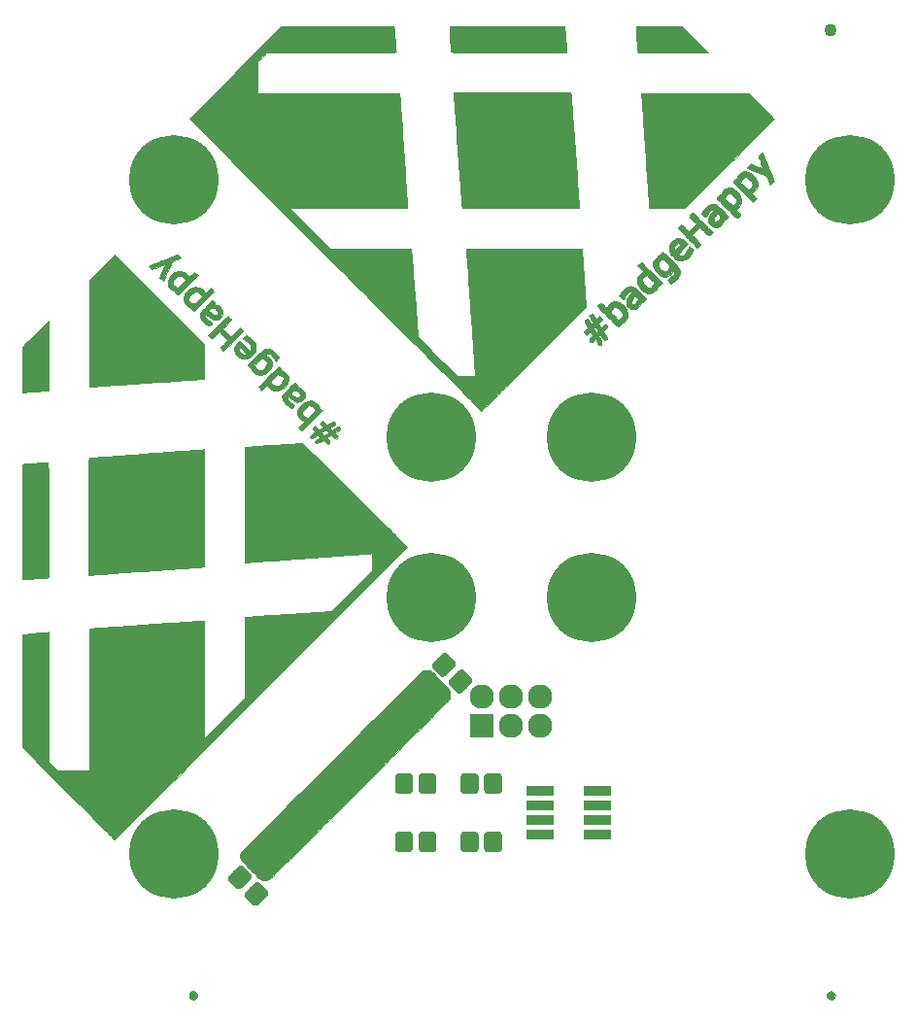
<source format=gts>
G04 #@! TF.GenerationSoftware,KiCad,Pcbnew,(5.0.0)*
G04 #@! TF.CreationDate,2019-05-25T20:32:28-06:00*
G04 #@! TF.ProjectId,04-H+H_sao,30342D482B485F73616F2E6B69636164,rev?*
G04 #@! TF.SameCoordinates,Original*
G04 #@! TF.FileFunction,Soldermask,Top*
G04 #@! TF.FilePolarity,Negative*
%FSLAX46Y46*%
G04 Gerber Fmt 4.6, Leading zero omitted, Abs format (unit mm)*
G04 Created by KiCad (PCBNEW (5.0.0)) date 05/25/19 20:32:28*
%MOMM*%
%LPD*%
G01*
G04 APERTURE LIST*
%ADD10C,0.010000*%
%ADD11C,7.800000*%
%ADD12C,2.127200*%
%ADD13O,2.127200X2.127200*%
%ADD14R,2.127200X2.127200*%
%ADD15C,1.094531*%
%ADD16C,0.100000*%
%ADD17C,1.550000*%
%ADD18R,2.381200X0.958800*%
G04 APERTURE END LIST*
D10*
G04 #@! TO.C,G\002A\002A\002A*
G36*
X118571641Y-143242875D02*
X118648294Y-143309161D01*
X118732480Y-143460752D01*
X118733604Y-143616634D01*
X118652175Y-143767530D01*
X118621257Y-143801123D01*
X118482229Y-143898943D01*
X118331773Y-143916696D01*
X118208018Y-143882238D01*
X118094070Y-143793011D01*
X118034218Y-143641663D01*
X118025334Y-143532863D01*
X118061255Y-143383014D01*
X118154951Y-143271513D01*
X118285316Y-143205937D01*
X118431248Y-143193865D01*
X118571641Y-143242875D01*
X118571641Y-143242875D01*
G37*
X118571641Y-143242875D02*
X118648294Y-143309161D01*
X118732480Y-143460752D01*
X118733604Y-143616634D01*
X118652175Y-143767530D01*
X118621257Y-143801123D01*
X118482229Y-143898943D01*
X118331773Y-143916696D01*
X118208018Y-143882238D01*
X118094070Y-143793011D01*
X118034218Y-143641663D01*
X118025334Y-143532863D01*
X118061255Y-143383014D01*
X118154951Y-143271513D01*
X118285316Y-143205937D01*
X118431248Y-143193865D01*
X118571641Y-143242875D01*
G36*
X174120433Y-143223731D02*
X174238909Y-143310455D01*
X174313451Y-143441804D01*
X174328667Y-143546556D01*
X174294602Y-143721380D01*
X174195137Y-143843620D01*
X174034371Y-143908391D01*
X174023714Y-143910208D01*
X173912205Y-143917496D01*
X173827890Y-143885263D01*
X173737964Y-143806344D01*
X173633974Y-143656255D01*
X173612914Y-143501259D01*
X173675238Y-143348351D01*
X173705706Y-143309161D01*
X173833401Y-143215298D01*
X173978454Y-143189417D01*
X174120433Y-143223731D01*
X174120433Y-143223731D01*
G37*
X174120433Y-143223731D02*
X174238909Y-143310455D01*
X174313451Y-143441804D01*
X174328667Y-143546556D01*
X174294602Y-143721380D01*
X174195137Y-143843620D01*
X174034371Y-143908391D01*
X174023714Y-143910208D01*
X173912205Y-143917496D01*
X173827890Y-143885263D01*
X173737964Y-143806344D01*
X173633974Y-143656255D01*
X173612914Y-143501259D01*
X173675238Y-143348351D01*
X173705706Y-143309161D01*
X173833401Y-143215298D01*
X173978454Y-143189417D01*
X174120433Y-143223731D01*
G36*
X138846350Y-115190357D02*
X139034610Y-115238929D01*
X139101503Y-115284741D01*
X139217253Y-115382525D01*
X139372048Y-115523207D01*
X139556078Y-115697711D01*
X139759532Y-115896965D01*
X139915677Y-116053846D01*
X140154562Y-116297999D01*
X140340188Y-116491944D01*
X140479999Y-116644494D01*
X140581436Y-116764465D01*
X140651943Y-116860670D01*
X140698963Y-116941926D01*
X140729937Y-117017046D01*
X140730594Y-117018991D01*
X140792601Y-117297753D01*
X140784295Y-117548329D01*
X140741372Y-117690143D01*
X140705945Y-117733044D01*
X140613548Y-117832488D01*
X140467224Y-117985431D01*
X140270018Y-118188833D01*
X140024973Y-118439651D01*
X139735132Y-118734844D01*
X139403540Y-119071369D01*
X139033240Y-119446186D01*
X138627277Y-119856252D01*
X138188693Y-120298526D01*
X137720533Y-120769966D01*
X137225841Y-121267529D01*
X136707660Y-121788174D01*
X136169034Y-122328860D01*
X135613007Y-122886544D01*
X135042622Y-123458185D01*
X134460924Y-124040741D01*
X133870957Y-124631170D01*
X133275763Y-125226430D01*
X132678387Y-125823480D01*
X132081873Y-126419277D01*
X131489264Y-127010781D01*
X130903605Y-127594948D01*
X130327938Y-128168738D01*
X129765308Y-128729108D01*
X129218759Y-129273017D01*
X128691334Y-129797423D01*
X128186078Y-130299284D01*
X127706033Y-130775558D01*
X127254244Y-131223204D01*
X126833754Y-131639179D01*
X126447608Y-132020442D01*
X126098849Y-132363951D01*
X125790521Y-132666665D01*
X125525667Y-132925541D01*
X125307332Y-133137538D01*
X125138560Y-133299613D01*
X125022393Y-133408726D01*
X124961876Y-133461834D01*
X124954661Y-133466542D01*
X124758116Y-133505085D01*
X124525386Y-133484057D01*
X124354582Y-133440172D01*
X124282424Y-133413684D01*
X124207875Y-133374626D01*
X124122176Y-133315622D01*
X124016570Y-133229299D01*
X123882300Y-133108283D01*
X123710610Y-132945197D01*
X123492740Y-132732668D01*
X123365251Y-132607037D01*
X123150797Y-132392280D01*
X122954361Y-132189896D01*
X122784842Y-132009508D01*
X122651139Y-131860740D01*
X122562153Y-131753215D01*
X122528753Y-131702477D01*
X122476161Y-131486863D01*
X122485848Y-131258804D01*
X122514658Y-131153539D01*
X122548716Y-131111986D01*
X122639788Y-131013770D01*
X122784844Y-130861923D01*
X122980855Y-130659477D01*
X123224791Y-130409463D01*
X123513623Y-130114913D01*
X123844321Y-129778857D01*
X124213857Y-129404327D01*
X124619200Y-128994354D01*
X125057322Y-128551970D01*
X125525192Y-128080206D01*
X126019783Y-127582094D01*
X126538063Y-127060664D01*
X127077004Y-126518949D01*
X127633577Y-125959979D01*
X128204751Y-125386786D01*
X128787498Y-124802401D01*
X129378789Y-124209855D01*
X129975593Y-123612181D01*
X130574882Y-123012408D01*
X131173626Y-122413569D01*
X131768796Y-121818695D01*
X132357362Y-121230818D01*
X132936295Y-120652968D01*
X133502565Y-120088176D01*
X134053144Y-119539476D01*
X134585001Y-119009897D01*
X135095108Y-118502470D01*
X135580435Y-118020229D01*
X136037953Y-117566203D01*
X136464632Y-117143424D01*
X136857442Y-116754923D01*
X137213355Y-116403732D01*
X137529342Y-116092883D01*
X137802371Y-115825405D01*
X138029416Y-115604332D01*
X138207445Y-115432694D01*
X138333430Y-115313522D01*
X138404341Y-115249848D01*
X138418057Y-115239829D01*
X138621523Y-115188755D01*
X138846350Y-115190357D01*
X138846350Y-115190357D01*
G37*
X138846350Y-115190357D02*
X139034610Y-115238929D01*
X139101503Y-115284741D01*
X139217253Y-115382525D01*
X139372048Y-115523207D01*
X139556078Y-115697711D01*
X139759532Y-115896965D01*
X139915677Y-116053846D01*
X140154562Y-116297999D01*
X140340188Y-116491944D01*
X140479999Y-116644494D01*
X140581436Y-116764465D01*
X140651943Y-116860670D01*
X140698963Y-116941926D01*
X140729937Y-117017046D01*
X140730594Y-117018991D01*
X140792601Y-117297753D01*
X140784295Y-117548329D01*
X140741372Y-117690143D01*
X140705945Y-117733044D01*
X140613548Y-117832488D01*
X140467224Y-117985431D01*
X140270018Y-118188833D01*
X140024973Y-118439651D01*
X139735132Y-118734844D01*
X139403540Y-119071369D01*
X139033240Y-119446186D01*
X138627277Y-119856252D01*
X138188693Y-120298526D01*
X137720533Y-120769966D01*
X137225841Y-121267529D01*
X136707660Y-121788174D01*
X136169034Y-122328860D01*
X135613007Y-122886544D01*
X135042622Y-123458185D01*
X134460924Y-124040741D01*
X133870957Y-124631170D01*
X133275763Y-125226430D01*
X132678387Y-125823480D01*
X132081873Y-126419277D01*
X131489264Y-127010781D01*
X130903605Y-127594948D01*
X130327938Y-128168738D01*
X129765308Y-128729108D01*
X129218759Y-129273017D01*
X128691334Y-129797423D01*
X128186078Y-130299284D01*
X127706033Y-130775558D01*
X127254244Y-131223204D01*
X126833754Y-131639179D01*
X126447608Y-132020442D01*
X126098849Y-132363951D01*
X125790521Y-132666665D01*
X125525667Y-132925541D01*
X125307332Y-133137538D01*
X125138560Y-133299613D01*
X125022393Y-133408726D01*
X124961876Y-133461834D01*
X124954661Y-133466542D01*
X124758116Y-133505085D01*
X124525386Y-133484057D01*
X124354582Y-133440172D01*
X124282424Y-133413684D01*
X124207875Y-133374626D01*
X124122176Y-133315622D01*
X124016570Y-133229299D01*
X123882300Y-133108283D01*
X123710610Y-132945197D01*
X123492740Y-132732668D01*
X123365251Y-132607037D01*
X123150797Y-132392280D01*
X122954361Y-132189896D01*
X122784842Y-132009508D01*
X122651139Y-131860740D01*
X122562153Y-131753215D01*
X122528753Y-131702477D01*
X122476161Y-131486863D01*
X122485848Y-131258804D01*
X122514658Y-131153539D01*
X122548716Y-131111986D01*
X122639788Y-131013770D01*
X122784844Y-130861923D01*
X122980855Y-130659477D01*
X123224791Y-130409463D01*
X123513623Y-130114913D01*
X123844321Y-129778857D01*
X124213857Y-129404327D01*
X124619200Y-128994354D01*
X125057322Y-128551970D01*
X125525192Y-128080206D01*
X126019783Y-127582094D01*
X126538063Y-127060664D01*
X127077004Y-126518949D01*
X127633577Y-125959979D01*
X128204751Y-125386786D01*
X128787498Y-124802401D01*
X129378789Y-124209855D01*
X129975593Y-123612181D01*
X130574882Y-123012408D01*
X131173626Y-122413569D01*
X131768796Y-121818695D01*
X132357362Y-121230818D01*
X132936295Y-120652968D01*
X133502565Y-120088176D01*
X134053144Y-119539476D01*
X134585001Y-119009897D01*
X135095108Y-118502470D01*
X135580435Y-118020229D01*
X136037953Y-117566203D01*
X136464632Y-117143424D01*
X136857442Y-116754923D01*
X137213355Y-116403732D01*
X137529342Y-116092883D01*
X137802371Y-115825405D01*
X138029416Y-115604332D01*
X138207445Y-115432694D01*
X138333430Y-115313522D01*
X138404341Y-115249848D01*
X138418057Y-115239829D01*
X138621523Y-115188755D01*
X138846350Y-115190357D01*
G36*
X131423834Y-98875549D02*
X131902962Y-99351840D01*
X132381807Y-99827831D01*
X132855007Y-100298191D01*
X133317198Y-100757591D01*
X133763015Y-101200698D01*
X134187096Y-101622183D01*
X134584077Y-102016716D01*
X134948594Y-102378964D01*
X135275284Y-102703599D01*
X135558783Y-102985289D01*
X135793727Y-103218703D01*
X135974753Y-103398511D01*
X135995768Y-103419381D01*
X137054036Y-104470279D01*
X124311794Y-117212573D01*
X123441465Y-118082807D01*
X122586195Y-118937788D01*
X121747936Y-119775572D01*
X120928636Y-120594217D01*
X120130245Y-121391777D01*
X119354715Y-122166311D01*
X118603994Y-122915874D01*
X117880033Y-123638523D01*
X117184781Y-124332314D01*
X116520189Y-124995304D01*
X115888206Y-125625550D01*
X115290783Y-126221108D01*
X114729869Y-126780034D01*
X114207415Y-127300385D01*
X113725370Y-127780218D01*
X113285684Y-128217588D01*
X112890308Y-128610553D01*
X112541190Y-128957169D01*
X112240283Y-129255493D01*
X111989534Y-129503580D01*
X111790894Y-129699488D01*
X111646314Y-129841274D01*
X111557743Y-129926992D01*
X111527193Y-129954733D01*
X111492674Y-129925329D01*
X111401855Y-129839462D01*
X111258241Y-129700601D01*
X111065337Y-129512214D01*
X110826650Y-129277769D01*
X110545684Y-129000733D01*
X110225945Y-128684575D01*
X109870939Y-128332764D01*
X109484171Y-127948766D01*
X109069147Y-127536051D01*
X108629372Y-127098086D01*
X108168352Y-126638340D01*
X107689592Y-126160280D01*
X107473750Y-125944555D01*
X103462667Y-121934511D01*
X103462667Y-112062433D01*
X104510417Y-111989580D01*
X104805931Y-111968465D01*
X105078721Y-111947905D01*
X105315691Y-111928970D01*
X105503740Y-111912735D01*
X105629770Y-111900270D01*
X105674584Y-111894267D01*
X105791000Y-111871806D01*
X105791000Y-123204372D01*
X106183379Y-123595120D01*
X106575758Y-123985867D01*
X109304667Y-123985867D01*
X109304667Y-111588939D01*
X109569250Y-111563357D01*
X109647804Y-111556960D01*
X109804789Y-111545264D01*
X110034164Y-111528693D01*
X110329889Y-111507667D01*
X110685921Y-111482607D01*
X111096219Y-111453936D01*
X111554741Y-111422073D01*
X112055446Y-111387441D01*
X112592293Y-111350460D01*
X113159240Y-111311553D01*
X113750246Y-111271140D01*
X114173000Y-111242319D01*
X114780395Y-111200955D01*
X115370143Y-111160782D01*
X115935975Y-111122228D01*
X116471621Y-111085719D01*
X116970811Y-111051685D01*
X117427276Y-111020552D01*
X117834745Y-110992748D01*
X118186949Y-110968701D01*
X118477618Y-110948839D01*
X118700482Y-110933589D01*
X118849272Y-110923379D01*
X118903750Y-110919616D01*
X119295334Y-110892370D01*
X119295334Y-121170322D01*
X122851334Y-117615078D01*
X122851334Y-110566200D01*
X122967750Y-110564636D01*
X123026701Y-110561396D01*
X123163778Y-110552452D01*
X123372663Y-110538250D01*
X123647041Y-110519235D01*
X123980593Y-110495854D01*
X124367003Y-110468553D01*
X124799954Y-110437778D01*
X125273129Y-110403974D01*
X125780210Y-110367589D01*
X126314881Y-110329067D01*
X126759530Y-110296917D01*
X130434894Y-110030763D01*
X133985000Y-106481411D01*
X133985000Y-105750972D01*
X133984156Y-105512937D01*
X133981817Y-105307360D01*
X133978269Y-105147886D01*
X133973800Y-105048158D01*
X133969616Y-105020534D01*
X133920072Y-105023525D01*
X133792224Y-105032203D01*
X133592212Y-105046126D01*
X133326177Y-105064851D01*
X133000258Y-105087936D01*
X132620596Y-105114938D01*
X132193332Y-105145415D01*
X131724605Y-105178924D01*
X131220557Y-105215022D01*
X130687327Y-105253268D01*
X130131055Y-105293218D01*
X129557883Y-105334430D01*
X128973950Y-105376461D01*
X128385396Y-105418869D01*
X127798363Y-105461212D01*
X127218989Y-105503047D01*
X126653416Y-105543931D01*
X126107784Y-105583422D01*
X125588234Y-105621077D01*
X125100904Y-105656454D01*
X124651937Y-105689110D01*
X124247472Y-105718603D01*
X123893649Y-105744490D01*
X123596609Y-105766329D01*
X123362491Y-105783677D01*
X123197438Y-105796092D01*
X123107588Y-105803131D01*
X123094750Y-105804272D01*
X122851334Y-105829071D01*
X122851334Y-100789302D01*
X122851382Y-100029573D01*
X122851570Y-99350051D01*
X122851963Y-98746277D01*
X122852628Y-98213792D01*
X122853629Y-97748135D01*
X122855032Y-97344849D01*
X122856902Y-96999474D01*
X122859306Y-96707549D01*
X122862308Y-96464617D01*
X122865974Y-96266218D01*
X122870370Y-96107891D01*
X122875561Y-95985179D01*
X122881613Y-95893621D01*
X122888590Y-95828759D01*
X122896560Y-95786132D01*
X122905587Y-95761282D01*
X122915736Y-95749749D01*
X122925417Y-95747082D01*
X122980191Y-95743594D01*
X123111689Y-95734416D01*
X123312197Y-95720110D01*
X123574003Y-95701235D01*
X123889394Y-95678349D01*
X124250659Y-95652012D01*
X124650083Y-95622784D01*
X125079955Y-95591224D01*
X125454834Y-95563623D01*
X127910167Y-95382615D01*
X131423834Y-98875549D01*
X131423834Y-98875549D01*
G37*
X131423834Y-98875549D02*
X131902962Y-99351840D01*
X132381807Y-99827831D01*
X132855007Y-100298191D01*
X133317198Y-100757591D01*
X133763015Y-101200698D01*
X134187096Y-101622183D01*
X134584077Y-102016716D01*
X134948594Y-102378964D01*
X135275284Y-102703599D01*
X135558783Y-102985289D01*
X135793727Y-103218703D01*
X135974753Y-103398511D01*
X135995768Y-103419381D01*
X137054036Y-104470279D01*
X124311794Y-117212573D01*
X123441465Y-118082807D01*
X122586195Y-118937788D01*
X121747936Y-119775572D01*
X120928636Y-120594217D01*
X120130245Y-121391777D01*
X119354715Y-122166311D01*
X118603994Y-122915874D01*
X117880033Y-123638523D01*
X117184781Y-124332314D01*
X116520189Y-124995304D01*
X115888206Y-125625550D01*
X115290783Y-126221108D01*
X114729869Y-126780034D01*
X114207415Y-127300385D01*
X113725370Y-127780218D01*
X113285684Y-128217588D01*
X112890308Y-128610553D01*
X112541190Y-128957169D01*
X112240283Y-129255493D01*
X111989534Y-129503580D01*
X111790894Y-129699488D01*
X111646314Y-129841274D01*
X111557743Y-129926992D01*
X111527193Y-129954733D01*
X111492674Y-129925329D01*
X111401855Y-129839462D01*
X111258241Y-129700601D01*
X111065337Y-129512214D01*
X110826650Y-129277769D01*
X110545684Y-129000733D01*
X110225945Y-128684575D01*
X109870939Y-128332764D01*
X109484171Y-127948766D01*
X109069147Y-127536051D01*
X108629372Y-127098086D01*
X108168352Y-126638340D01*
X107689592Y-126160280D01*
X107473750Y-125944555D01*
X103462667Y-121934511D01*
X103462667Y-112062433D01*
X104510417Y-111989580D01*
X104805931Y-111968465D01*
X105078721Y-111947905D01*
X105315691Y-111928970D01*
X105503740Y-111912735D01*
X105629770Y-111900270D01*
X105674584Y-111894267D01*
X105791000Y-111871806D01*
X105791000Y-123204372D01*
X106183379Y-123595120D01*
X106575758Y-123985867D01*
X109304667Y-123985867D01*
X109304667Y-111588939D01*
X109569250Y-111563357D01*
X109647804Y-111556960D01*
X109804789Y-111545264D01*
X110034164Y-111528693D01*
X110329889Y-111507667D01*
X110685921Y-111482607D01*
X111096219Y-111453936D01*
X111554741Y-111422073D01*
X112055446Y-111387441D01*
X112592293Y-111350460D01*
X113159240Y-111311553D01*
X113750246Y-111271140D01*
X114173000Y-111242319D01*
X114780395Y-111200955D01*
X115370143Y-111160782D01*
X115935975Y-111122228D01*
X116471621Y-111085719D01*
X116970811Y-111051685D01*
X117427276Y-111020552D01*
X117834745Y-110992748D01*
X118186949Y-110968701D01*
X118477618Y-110948839D01*
X118700482Y-110933589D01*
X118849272Y-110923379D01*
X118903750Y-110919616D01*
X119295334Y-110892370D01*
X119295334Y-121170322D01*
X122851334Y-117615078D01*
X122851334Y-110566200D01*
X122967750Y-110564636D01*
X123026701Y-110561396D01*
X123163778Y-110552452D01*
X123372663Y-110538250D01*
X123647041Y-110519235D01*
X123980593Y-110495854D01*
X124367003Y-110468553D01*
X124799954Y-110437778D01*
X125273129Y-110403974D01*
X125780210Y-110367589D01*
X126314881Y-110329067D01*
X126759530Y-110296917D01*
X130434894Y-110030763D01*
X133985000Y-106481411D01*
X133985000Y-105750972D01*
X133984156Y-105512937D01*
X133981817Y-105307360D01*
X133978269Y-105147886D01*
X133973800Y-105048158D01*
X133969616Y-105020534D01*
X133920072Y-105023525D01*
X133792224Y-105032203D01*
X133592212Y-105046126D01*
X133326177Y-105064851D01*
X133000258Y-105087936D01*
X132620596Y-105114938D01*
X132193332Y-105145415D01*
X131724605Y-105178924D01*
X131220557Y-105215022D01*
X130687327Y-105253268D01*
X130131055Y-105293218D01*
X129557883Y-105334430D01*
X128973950Y-105376461D01*
X128385396Y-105418869D01*
X127798363Y-105461212D01*
X127218989Y-105503047D01*
X126653416Y-105543931D01*
X126107784Y-105583422D01*
X125588234Y-105621077D01*
X125100904Y-105656454D01*
X124651937Y-105689110D01*
X124247472Y-105718603D01*
X123893649Y-105744490D01*
X123596609Y-105766329D01*
X123362491Y-105783677D01*
X123197438Y-105796092D01*
X123107588Y-105803131D01*
X123094750Y-105804272D01*
X122851334Y-105829071D01*
X122851334Y-100789302D01*
X122851382Y-100029573D01*
X122851570Y-99350051D01*
X122851963Y-98746277D01*
X122852628Y-98213792D01*
X122853629Y-97748135D01*
X122855032Y-97344849D01*
X122856902Y-96999474D01*
X122859306Y-96707549D01*
X122862308Y-96464617D01*
X122865974Y-96266218D01*
X122870370Y-96107891D01*
X122875561Y-95985179D01*
X122881613Y-95893621D01*
X122888590Y-95828759D01*
X122896560Y-95786132D01*
X122905587Y-95761282D01*
X122915736Y-95749749D01*
X122925417Y-95747082D01*
X122980191Y-95743594D01*
X123111689Y-95734416D01*
X123312197Y-95720110D01*
X123574003Y-95701235D01*
X123889394Y-95678349D01*
X124250659Y-95652012D01*
X124650083Y-95622784D01*
X125079955Y-95591224D01*
X125454834Y-95563623D01*
X127910167Y-95382615D01*
X131423834Y-98875549D01*
G36*
X105733867Y-97076091D02*
X105737164Y-97120823D01*
X105740457Y-97243610D01*
X105743726Y-97438113D01*
X105746951Y-97697989D01*
X105750114Y-98016896D01*
X105753194Y-98388494D01*
X105756171Y-98806440D01*
X105759027Y-99264394D01*
X105761741Y-99756013D01*
X105764293Y-100274956D01*
X105766665Y-100814881D01*
X105768836Y-101369447D01*
X105770786Y-101932312D01*
X105772496Y-102497136D01*
X105773947Y-103057575D01*
X105775118Y-103607289D01*
X105775990Y-104139936D01*
X105776544Y-104649174D01*
X105776759Y-105128663D01*
X105776616Y-105572060D01*
X105776095Y-105973023D01*
X105775176Y-106325212D01*
X105773841Y-106622285D01*
X105772068Y-106857900D01*
X105769840Y-107025715D01*
X105767135Y-107119390D01*
X105765081Y-107137520D01*
X105714310Y-107140711D01*
X105590698Y-107149532D01*
X105405818Y-107163126D01*
X105171248Y-107180635D01*
X104898561Y-107201201D01*
X104626834Y-107221867D01*
X104329889Y-107244458D01*
X104060871Y-107264777D01*
X103831273Y-107281967D01*
X103652593Y-107295171D01*
X103536327Y-107303533D01*
X103494417Y-107306214D01*
X103490341Y-107264790D01*
X103486416Y-107143904D01*
X103482677Y-106948763D01*
X103479155Y-106684571D01*
X103475884Y-106356534D01*
X103472897Y-105969857D01*
X103470227Y-105529745D01*
X103467906Y-105041403D01*
X103465968Y-104510038D01*
X103464446Y-103940854D01*
X103463371Y-103339056D01*
X103462778Y-102709851D01*
X103462667Y-102288705D01*
X103462832Y-101502657D01*
X103463355Y-100797466D01*
X103464276Y-100169324D01*
X103465633Y-99614423D01*
X103467469Y-99128954D01*
X103469822Y-98709108D01*
X103472733Y-98351077D01*
X103476241Y-98051053D01*
X103480386Y-97805227D01*
X103485210Y-97609791D01*
X103490751Y-97460935D01*
X103497049Y-97354852D01*
X103504145Y-97287732D01*
X103512079Y-97255769D01*
X103515584Y-97251941D01*
X103567383Y-97244593D01*
X103688430Y-97232328D01*
X103865183Y-97216219D01*
X104084097Y-97197338D01*
X104331629Y-97176761D01*
X104594236Y-97155560D01*
X104858374Y-97134809D01*
X105110500Y-97115582D01*
X105337069Y-97098953D01*
X105524540Y-97085994D01*
X105659367Y-97077780D01*
X105728008Y-97075385D01*
X105733867Y-97076091D01*
X105733867Y-97076091D01*
G37*
X105733867Y-97076091D02*
X105737164Y-97120823D01*
X105740457Y-97243610D01*
X105743726Y-97438113D01*
X105746951Y-97697989D01*
X105750114Y-98016896D01*
X105753194Y-98388494D01*
X105756171Y-98806440D01*
X105759027Y-99264394D01*
X105761741Y-99756013D01*
X105764293Y-100274956D01*
X105766665Y-100814881D01*
X105768836Y-101369447D01*
X105770786Y-101932312D01*
X105772496Y-102497136D01*
X105773947Y-103057575D01*
X105775118Y-103607289D01*
X105775990Y-104139936D01*
X105776544Y-104649174D01*
X105776759Y-105128663D01*
X105776616Y-105572060D01*
X105776095Y-105973023D01*
X105775176Y-106325212D01*
X105773841Y-106622285D01*
X105772068Y-106857900D01*
X105769840Y-107025715D01*
X105767135Y-107119390D01*
X105765081Y-107137520D01*
X105714310Y-107140711D01*
X105590698Y-107149532D01*
X105405818Y-107163126D01*
X105171248Y-107180635D01*
X104898561Y-107201201D01*
X104626834Y-107221867D01*
X104329889Y-107244458D01*
X104060871Y-107264777D01*
X103831273Y-107281967D01*
X103652593Y-107295171D01*
X103536327Y-107303533D01*
X103494417Y-107306214D01*
X103490341Y-107264790D01*
X103486416Y-107143904D01*
X103482677Y-106948763D01*
X103479155Y-106684571D01*
X103475884Y-106356534D01*
X103472897Y-105969857D01*
X103470227Y-105529745D01*
X103467906Y-105041403D01*
X103465968Y-104510038D01*
X103464446Y-103940854D01*
X103463371Y-103339056D01*
X103462778Y-102709851D01*
X103462667Y-102288705D01*
X103462832Y-101502657D01*
X103463355Y-100797466D01*
X103464276Y-100169324D01*
X103465633Y-99614423D01*
X103467469Y-99128954D01*
X103469822Y-98709108D01*
X103472733Y-98351077D01*
X103476241Y-98051053D01*
X103480386Y-97805227D01*
X103485210Y-97609791D01*
X103490751Y-97460935D01*
X103497049Y-97354852D01*
X103504145Y-97287732D01*
X103512079Y-97255769D01*
X103515584Y-97251941D01*
X103567383Y-97244593D01*
X103688430Y-97232328D01*
X103865183Y-97216219D01*
X104084097Y-97197338D01*
X104331629Y-97176761D01*
X104594236Y-97155560D01*
X104858374Y-97134809D01*
X105110500Y-97115582D01*
X105337069Y-97098953D01*
X105524540Y-97085994D01*
X105659367Y-97077780D01*
X105728008Y-97075385D01*
X105733867Y-97076091D01*
G36*
X119337667Y-106205867D02*
X119207671Y-106205867D01*
X119148894Y-106208866D01*
X119012253Y-106217550D01*
X118804325Y-106231446D01*
X118531688Y-106250083D01*
X118200919Y-106272990D01*
X117818597Y-106299693D01*
X117391300Y-106329722D01*
X116925605Y-106362604D01*
X116428089Y-106397868D01*
X115905332Y-106435043D01*
X115363910Y-106473655D01*
X114810402Y-106513234D01*
X114251385Y-106553308D01*
X113693438Y-106593405D01*
X113143137Y-106633053D01*
X112607061Y-106671780D01*
X112091788Y-106709116D01*
X111603896Y-106744586D01*
X111149962Y-106777721D01*
X110736564Y-106808048D01*
X110370280Y-106835096D01*
X110057687Y-106858392D01*
X109805365Y-106877466D01*
X109619890Y-106891844D01*
X109507840Y-106901056D01*
X109484584Y-106903237D01*
X109262334Y-106926273D01*
X109262334Y-101823408D01*
X109262496Y-101030574D01*
X109263008Y-100318629D01*
X109263910Y-99683795D01*
X109265240Y-99122295D01*
X109267038Y-98630350D01*
X109269342Y-98204183D01*
X109272192Y-97840017D01*
X109275626Y-97534074D01*
X109279684Y-97282576D01*
X109284405Y-97081747D01*
X109289827Y-96927807D01*
X109295990Y-96816981D01*
X109302933Y-96745489D01*
X109310695Y-96709555D01*
X109315250Y-96703603D01*
X109363636Y-96698434D01*
X109491100Y-96687707D01*
X109692265Y-96671820D01*
X109961752Y-96651170D01*
X110294184Y-96626154D01*
X110684180Y-96597168D01*
X111126365Y-96564610D01*
X111615359Y-96528877D01*
X112145783Y-96490366D01*
X112712261Y-96449474D01*
X113309413Y-96406598D01*
X113931861Y-96362135D01*
X114173000Y-96344970D01*
X114806554Y-96299822D01*
X115418804Y-96256008D01*
X116004181Y-96213937D01*
X116557118Y-96174018D01*
X117072047Y-96136658D01*
X117543399Y-96102265D01*
X117965608Y-96071247D01*
X118333105Y-96044013D01*
X118640322Y-96020970D01*
X118881691Y-96002527D01*
X119051645Y-95989092D01*
X119144615Y-95981072D01*
X119157750Y-95979645D01*
X119337667Y-95956012D01*
X119337667Y-106205867D01*
X119337667Y-106205867D01*
G37*
X119337667Y-106205867D02*
X119207671Y-106205867D01*
X119148894Y-106208866D01*
X119012253Y-106217550D01*
X118804325Y-106231446D01*
X118531688Y-106250083D01*
X118200919Y-106272990D01*
X117818597Y-106299693D01*
X117391300Y-106329722D01*
X116925605Y-106362604D01*
X116428089Y-106397868D01*
X115905332Y-106435043D01*
X115363910Y-106473655D01*
X114810402Y-106513234D01*
X114251385Y-106553308D01*
X113693438Y-106593405D01*
X113143137Y-106633053D01*
X112607061Y-106671780D01*
X112091788Y-106709116D01*
X111603896Y-106744586D01*
X111149962Y-106777721D01*
X110736564Y-106808048D01*
X110370280Y-106835096D01*
X110057687Y-106858392D01*
X109805365Y-106877466D01*
X109619890Y-106891844D01*
X109507840Y-106901056D01*
X109484584Y-106903237D01*
X109262334Y-106926273D01*
X109262334Y-101823408D01*
X109262496Y-101030574D01*
X109263008Y-100318629D01*
X109263910Y-99683795D01*
X109265240Y-99122295D01*
X109267038Y-98630350D01*
X109269342Y-98204183D01*
X109272192Y-97840017D01*
X109275626Y-97534074D01*
X109279684Y-97282576D01*
X109284405Y-97081747D01*
X109289827Y-96927807D01*
X109295990Y-96816981D01*
X109302933Y-96745489D01*
X109310695Y-96709555D01*
X109315250Y-96703603D01*
X109363636Y-96698434D01*
X109491100Y-96687707D01*
X109692265Y-96671820D01*
X109961752Y-96651170D01*
X110294184Y-96626154D01*
X110684180Y-96597168D01*
X111126365Y-96564610D01*
X111615359Y-96528877D01*
X112145783Y-96490366D01*
X112712261Y-96449474D01*
X113309413Y-96406598D01*
X113931861Y-96362135D01*
X114173000Y-96344970D01*
X114806554Y-96299822D01*
X115418804Y-96256008D01*
X116004181Y-96213937D01*
X116557118Y-96174018D01*
X117072047Y-96136658D01*
X117543399Y-96102265D01*
X117965608Y-96071247D01*
X118333105Y-96044013D01*
X118640322Y-96020970D01*
X118881691Y-96002527D01*
X119051645Y-95989092D01*
X119144615Y-95981072D01*
X119157750Y-95979645D01*
X119337667Y-95956012D01*
X119337667Y-106205867D01*
G36*
X129856775Y-93674489D02*
X130047365Y-93861538D01*
X130206433Y-93766479D01*
X130387762Y-93660195D01*
X130513037Y-93594625D01*
X130597700Y-93565129D01*
X130657192Y-93567069D01*
X130706954Y-93595806D01*
X130724408Y-93610862D01*
X130790843Y-93687590D01*
X130797003Y-93755032D01*
X130737012Y-93825951D01*
X130604991Y-93913109D01*
X130578061Y-93928688D01*
X130453774Y-94003020D01*
X130361814Y-94064023D01*
X130325366Y-94094975D01*
X130338011Y-94144074D01*
X130397376Y-94215703D01*
X130398825Y-94217071D01*
X130493041Y-94305582D01*
X130755739Y-94138558D01*
X130888484Y-94057189D01*
X130994545Y-93997749D01*
X131053077Y-93971839D01*
X131055824Y-93971534D01*
X131122618Y-94005499D01*
X131186480Y-94082901D01*
X131221295Y-94166994D01*
X131219174Y-94201371D01*
X131171416Y-94254303D01*
X131071304Y-94328843D01*
X130957045Y-94399179D01*
X130719344Y-94533329D01*
X130879605Y-94697453D01*
X131039867Y-94861576D01*
X130810815Y-95090628D01*
X130628888Y-94912081D01*
X130527492Y-94817244D01*
X130449149Y-94752495D01*
X130415973Y-94733534D01*
X130364778Y-94754396D01*
X130269636Y-94807415D01*
X130211660Y-94842949D01*
X130038335Y-94952364D01*
X130170167Y-95088381D01*
X130269360Y-95211268D01*
X130296339Y-95309003D01*
X130253505Y-95396452D01*
X130224583Y-95425472D01*
X130157846Y-95476611D01*
X130099031Y-95485827D01*
X130028262Y-95446757D01*
X129925660Y-95353034D01*
X129891066Y-95318678D01*
X129714211Y-95141822D01*
X129461975Y-95297511D01*
X129327157Y-95375601D01*
X129214853Y-95431474D01*
X129149087Y-95453195D01*
X129148597Y-95453200D01*
X129074595Y-95422435D01*
X128997010Y-95352540D01*
X128950623Y-95277119D01*
X128947965Y-95259367D01*
X128982190Y-95220035D01*
X129071468Y-95153852D01*
X129196740Y-95074899D01*
X129201334Y-95072200D01*
X129327192Y-94995102D01*
X129417927Y-94933203D01*
X129454625Y-94899445D01*
X129454702Y-94898845D01*
X129427179Y-94855141D01*
X129367314Y-94793999D01*
X129310526Y-94748417D01*
X129259996Y-94739268D01*
X129186691Y-94768999D01*
X129102731Y-94816304D01*
X128926612Y-94918325D01*
X128809426Y-94984247D01*
X128735945Y-95018819D01*
X128690939Y-95026787D01*
X128659180Y-95012898D01*
X128625437Y-94981899D01*
X128611910Y-94969302D01*
X128546859Y-94892700D01*
X128524000Y-94835871D01*
X128557801Y-94788731D01*
X128646721Y-94715462D01*
X128772039Y-94631356D01*
X128781357Y-94625661D01*
X128942516Y-94527762D01*
X129573113Y-94527762D01*
X129668720Y-94629531D01*
X129764328Y-94731301D01*
X129969621Y-94616000D01*
X130082091Y-94548828D01*
X130156677Y-94496606D01*
X130174957Y-94476329D01*
X130147332Y-94433251D01*
X130080692Y-94363363D01*
X130079339Y-94362089D01*
X129983677Y-94272220D01*
X129573113Y-94527762D01*
X128942516Y-94527762D01*
X129038714Y-94469325D01*
X128908357Y-94334830D01*
X128815767Y-94229530D01*
X128785669Y-94154224D01*
X128815891Y-94084256D01*
X128880337Y-94017151D01*
X128982674Y-93921011D01*
X129174278Y-94097625D01*
X129365882Y-94274240D01*
X129561741Y-94159459D01*
X129757599Y-94044678D01*
X129597366Y-93880585D01*
X129437133Y-93716491D01*
X129551659Y-93601965D01*
X129666186Y-93487439D01*
X129856775Y-93674489D01*
X129856775Y-93674489D01*
G37*
X129856775Y-93674489D02*
X130047365Y-93861538D01*
X130206433Y-93766479D01*
X130387762Y-93660195D01*
X130513037Y-93594625D01*
X130597700Y-93565129D01*
X130657192Y-93567069D01*
X130706954Y-93595806D01*
X130724408Y-93610862D01*
X130790843Y-93687590D01*
X130797003Y-93755032D01*
X130737012Y-93825951D01*
X130604991Y-93913109D01*
X130578061Y-93928688D01*
X130453774Y-94003020D01*
X130361814Y-94064023D01*
X130325366Y-94094975D01*
X130338011Y-94144074D01*
X130397376Y-94215703D01*
X130398825Y-94217071D01*
X130493041Y-94305582D01*
X130755739Y-94138558D01*
X130888484Y-94057189D01*
X130994545Y-93997749D01*
X131053077Y-93971839D01*
X131055824Y-93971534D01*
X131122618Y-94005499D01*
X131186480Y-94082901D01*
X131221295Y-94166994D01*
X131219174Y-94201371D01*
X131171416Y-94254303D01*
X131071304Y-94328843D01*
X130957045Y-94399179D01*
X130719344Y-94533329D01*
X130879605Y-94697453D01*
X131039867Y-94861576D01*
X130810815Y-95090628D01*
X130628888Y-94912081D01*
X130527492Y-94817244D01*
X130449149Y-94752495D01*
X130415973Y-94733534D01*
X130364778Y-94754396D01*
X130269636Y-94807415D01*
X130211660Y-94842949D01*
X130038335Y-94952364D01*
X130170167Y-95088381D01*
X130269360Y-95211268D01*
X130296339Y-95309003D01*
X130253505Y-95396452D01*
X130224583Y-95425472D01*
X130157846Y-95476611D01*
X130099031Y-95485827D01*
X130028262Y-95446757D01*
X129925660Y-95353034D01*
X129891066Y-95318678D01*
X129714211Y-95141822D01*
X129461975Y-95297511D01*
X129327157Y-95375601D01*
X129214853Y-95431474D01*
X129149087Y-95453195D01*
X129148597Y-95453200D01*
X129074595Y-95422435D01*
X128997010Y-95352540D01*
X128950623Y-95277119D01*
X128947965Y-95259367D01*
X128982190Y-95220035D01*
X129071468Y-95153852D01*
X129196740Y-95074899D01*
X129201334Y-95072200D01*
X129327192Y-94995102D01*
X129417927Y-94933203D01*
X129454625Y-94899445D01*
X129454702Y-94898845D01*
X129427179Y-94855141D01*
X129367314Y-94793999D01*
X129310526Y-94748417D01*
X129259996Y-94739268D01*
X129186691Y-94768999D01*
X129102731Y-94816304D01*
X128926612Y-94918325D01*
X128809426Y-94984247D01*
X128735945Y-95018819D01*
X128690939Y-95026787D01*
X128659180Y-95012898D01*
X128625437Y-94981899D01*
X128611910Y-94969302D01*
X128546859Y-94892700D01*
X128524000Y-94835871D01*
X128557801Y-94788731D01*
X128646721Y-94715462D01*
X128772039Y-94631356D01*
X128781357Y-94625661D01*
X128942516Y-94527762D01*
X129573113Y-94527762D01*
X129668720Y-94629531D01*
X129764328Y-94731301D01*
X129969621Y-94616000D01*
X130082091Y-94548828D01*
X130156677Y-94496606D01*
X130174957Y-94476329D01*
X130147332Y-94433251D01*
X130080692Y-94363363D01*
X130079339Y-94362089D01*
X129983677Y-94272220D01*
X129573113Y-94527762D01*
X128942516Y-94527762D01*
X129038714Y-94469325D01*
X128908357Y-94334830D01*
X128815767Y-94229530D01*
X128785669Y-94154224D01*
X128815891Y-94084256D01*
X128880337Y-94017151D01*
X128982674Y-93921011D01*
X129174278Y-94097625D01*
X129365882Y-94274240D01*
X129561741Y-94159459D01*
X129757599Y-94044678D01*
X129597366Y-93880585D01*
X129437133Y-93716491D01*
X129551659Y-93601965D01*
X129666186Y-93487439D01*
X129856775Y-93674489D01*
G36*
X128877179Y-91785858D02*
X128976206Y-91846894D01*
X129090496Y-91945141D01*
X129200263Y-92059600D01*
X129285722Y-92169276D01*
X129327091Y-92253172D01*
X129328334Y-92264653D01*
X129361752Y-92315729D01*
X129384454Y-92320534D01*
X129451382Y-92350663D01*
X129533940Y-92421073D01*
X129601620Y-92501802D01*
X129624667Y-92556473D01*
X129595811Y-92595447D01*
X129514211Y-92686173D01*
X129387320Y-92820864D01*
X129222594Y-92991737D01*
X129027483Y-93191004D01*
X128809443Y-93410880D01*
X128744911Y-93475464D01*
X127865155Y-94354472D01*
X127720084Y-94204797D01*
X127575014Y-94055123D01*
X127837840Y-93789939D01*
X127955225Y-93668820D01*
X128045570Y-93570493D01*
X128095225Y-93510049D01*
X128100667Y-93499436D01*
X128064312Y-93474121D01*
X127979578Y-93449899D01*
X127830117Y-93386696D01*
X127680830Y-93270242D01*
X127561683Y-93126540D01*
X127523411Y-93054120D01*
X127470947Y-92844723D01*
X127482209Y-92727323D01*
X127908394Y-92727323D01*
X127909234Y-92848583D01*
X127960579Y-92948635D01*
X128047138Y-93035662D01*
X128166962Y-93121447D01*
X128288301Y-93186003D01*
X128374897Y-93209468D01*
X128420105Y-93181286D01*
X128510467Y-93104934D01*
X128631955Y-92992786D01*
X128742756Y-92884986D01*
X128885728Y-92741417D01*
X128976816Y-92642986D01*
X129024720Y-92575687D01*
X129038139Y-92525515D01*
X129025775Y-92478464D01*
X129012298Y-92451069D01*
X128890264Y-92281122D01*
X128740338Y-92174808D01*
X128595976Y-92142734D01*
X128469603Y-92153745D01*
X128361351Y-92195332D01*
X128248822Y-92280327D01*
X128110033Y-92421109D01*
X127974160Y-92588953D01*
X127908394Y-92727323D01*
X127482209Y-92727323D01*
X127491611Y-92629327D01*
X127573923Y-92416249D01*
X127732002Y-92172739D01*
X127933205Y-91975808D01*
X128163439Y-91832276D01*
X128408612Y-91748957D01*
X128654631Y-91732669D01*
X128877179Y-91785858D01*
X128877179Y-91785858D01*
G37*
X128877179Y-91785858D02*
X128976206Y-91846894D01*
X129090496Y-91945141D01*
X129200263Y-92059600D01*
X129285722Y-92169276D01*
X129327091Y-92253172D01*
X129328334Y-92264653D01*
X129361752Y-92315729D01*
X129384454Y-92320534D01*
X129451382Y-92350663D01*
X129533940Y-92421073D01*
X129601620Y-92501802D01*
X129624667Y-92556473D01*
X129595811Y-92595447D01*
X129514211Y-92686173D01*
X129387320Y-92820864D01*
X129222594Y-92991737D01*
X129027483Y-93191004D01*
X128809443Y-93410880D01*
X128744911Y-93475464D01*
X127865155Y-94354472D01*
X127720084Y-94204797D01*
X127575014Y-94055123D01*
X127837840Y-93789939D01*
X127955225Y-93668820D01*
X128045570Y-93570493D01*
X128095225Y-93510049D01*
X128100667Y-93499436D01*
X128064312Y-93474121D01*
X127979578Y-93449899D01*
X127830117Y-93386696D01*
X127680830Y-93270242D01*
X127561683Y-93126540D01*
X127523411Y-93054120D01*
X127470947Y-92844723D01*
X127482209Y-92727323D01*
X127908394Y-92727323D01*
X127909234Y-92848583D01*
X127960579Y-92948635D01*
X128047138Y-93035662D01*
X128166962Y-93121447D01*
X128288301Y-93186003D01*
X128374897Y-93209468D01*
X128420105Y-93181286D01*
X128510467Y-93104934D01*
X128631955Y-92992786D01*
X128742756Y-92884986D01*
X128885728Y-92741417D01*
X128976816Y-92642986D01*
X129024720Y-92575687D01*
X129038139Y-92525515D01*
X129025775Y-92478464D01*
X129012298Y-92451069D01*
X128890264Y-92281122D01*
X128740338Y-92174808D01*
X128595976Y-92142734D01*
X128469603Y-92153745D01*
X128361351Y-92195332D01*
X128248822Y-92280327D01*
X128110033Y-92421109D01*
X127974160Y-92588953D01*
X127908394Y-92727323D01*
X127482209Y-92727323D01*
X127491611Y-92629327D01*
X127573923Y-92416249D01*
X127732002Y-92172739D01*
X127933205Y-91975808D01*
X128163439Y-91832276D01*
X128408612Y-91748957D01*
X128654631Y-91732669D01*
X128877179Y-91785858D01*
G36*
X135907881Y-59310598D02*
X135917077Y-59408474D01*
X135930609Y-59569101D01*
X135947333Y-59777276D01*
X135966109Y-60017796D01*
X135985792Y-60275458D01*
X136005241Y-60535060D01*
X136023313Y-60781400D01*
X136038866Y-60999274D01*
X136050756Y-61173480D01*
X136057842Y-61288815D01*
X136059334Y-61325838D01*
X136038113Y-61333263D01*
X135972422Y-61339979D01*
X135859220Y-61346011D01*
X135695466Y-61351388D01*
X135478116Y-61356134D01*
X135204130Y-61360276D01*
X134870466Y-61363841D01*
X134474082Y-61366856D01*
X134011936Y-61369346D01*
X133480987Y-61371339D01*
X132878193Y-61372860D01*
X132200513Y-61373936D01*
X131444903Y-61374593D01*
X130608324Y-61374858D01*
X130417581Y-61374867D01*
X124775828Y-61374867D01*
X124385081Y-61767246D01*
X123994334Y-62159624D01*
X123994334Y-64930867D01*
X130176329Y-64930867D01*
X131052546Y-64930999D01*
X131847537Y-64931415D01*
X132564745Y-64932144D01*
X133207610Y-64933215D01*
X133779574Y-64934658D01*
X134284077Y-64936502D01*
X134724561Y-64938777D01*
X135104467Y-64941512D01*
X135427237Y-64944736D01*
X135696310Y-64948479D01*
X135915130Y-64952770D01*
X136087136Y-64957639D01*
X136215770Y-64963114D01*
X136304474Y-64969225D01*
X136356687Y-64976002D01*
X136375853Y-64983474D01*
X136375979Y-64983783D01*
X136381873Y-65034385D01*
X136392824Y-65162615D01*
X136408399Y-65362072D01*
X136428166Y-65626355D01*
X136451690Y-65949061D01*
X136478540Y-66323789D01*
X136508281Y-66744137D01*
X136540480Y-67203703D01*
X136574705Y-67696086D01*
X136610521Y-68214883D01*
X136647497Y-68753694D01*
X136685199Y-69306116D01*
X136723193Y-69865747D01*
X136761047Y-70426186D01*
X136798328Y-70981032D01*
X136834601Y-71523881D01*
X136869435Y-72048334D01*
X136902396Y-72547987D01*
X136933050Y-73016439D01*
X136960965Y-73447288D01*
X136985708Y-73834133D01*
X137006845Y-74170572D01*
X137023943Y-74450203D01*
X137036569Y-74666624D01*
X137044290Y-74813434D01*
X137046672Y-74884230D01*
X137046238Y-74889784D01*
X137002414Y-74893817D01*
X136879095Y-74897703D01*
X136681456Y-74901408D01*
X136414669Y-74904900D01*
X136083907Y-74908149D01*
X135694342Y-74911122D01*
X135251148Y-74913786D01*
X134759497Y-74916111D01*
X134224562Y-74918064D01*
X133651517Y-74919614D01*
X133045533Y-74920728D01*
X132411783Y-74921374D01*
X131897774Y-74921534D01*
X126767545Y-74921534D01*
X130322789Y-78477534D01*
X137367830Y-78477534D01*
X137389625Y-78615117D01*
X137395832Y-78677354D01*
X137407465Y-78817673D01*
X137424052Y-79029694D01*
X137445124Y-79307038D01*
X137470211Y-79643325D01*
X137498841Y-80032175D01*
X137530545Y-80467208D01*
X137564853Y-80942046D01*
X137601293Y-81450309D01*
X137639397Y-81985617D01*
X137669736Y-82414534D01*
X137928053Y-86076367D01*
X139692254Y-87843784D01*
X141456456Y-89611200D01*
X142983912Y-89611200D01*
X142614638Y-84478284D01*
X142567131Y-83817746D01*
X142520912Y-83174779D01*
X142476393Y-82555103D01*
X142433983Y-81964441D01*
X142394091Y-81408513D01*
X142357129Y-80893040D01*
X142323505Y-80423743D01*
X142293631Y-80006344D01*
X142267915Y-79646562D01*
X142246768Y-79350119D01*
X142230599Y-79122737D01*
X142219819Y-78970136D01*
X142215738Y-78911450D01*
X142186112Y-78477534D01*
X152253092Y-78477534D01*
X152621590Y-83578700D01*
X148078401Y-88097784D01*
X147560926Y-88612363D01*
X147059776Y-89110416D01*
X146578237Y-89588689D01*
X146119595Y-90043931D01*
X145687135Y-90472892D01*
X145284143Y-90872319D01*
X144913904Y-91238961D01*
X144579704Y-91569566D01*
X144284828Y-91860883D01*
X144032562Y-92109661D01*
X143826191Y-92312649D01*
X143669000Y-92466593D01*
X143564276Y-92568244D01*
X143515304Y-92614350D01*
X143511997Y-92616867D01*
X143480795Y-92587250D01*
X143391685Y-92499696D01*
X143246614Y-92356148D01*
X143047530Y-92158551D01*
X142796380Y-91908847D01*
X142495112Y-91608982D01*
X142145672Y-91260899D01*
X141750008Y-90866541D01*
X141310068Y-90427853D01*
X140827798Y-89946778D01*
X140305147Y-89425261D01*
X139744061Y-88865245D01*
X139146488Y-88268674D01*
X138514375Y-87637492D01*
X137849670Y-86973643D01*
X137154320Y-86279070D01*
X136430272Y-85555718D01*
X135679474Y-84805531D01*
X134903873Y-84030452D01*
X134105417Y-83232425D01*
X133286052Y-82413393D01*
X132447726Y-81575302D01*
X131592387Y-80720095D01*
X130757382Y-79885117D01*
X118025984Y-67153367D01*
X122036742Y-63131700D01*
X126047500Y-59110034D01*
X135883778Y-59087828D01*
X135907881Y-59310598D01*
X135907881Y-59310598D01*
G37*
X135907881Y-59310598D02*
X135917077Y-59408474D01*
X135930609Y-59569101D01*
X135947333Y-59777276D01*
X135966109Y-60017796D01*
X135985792Y-60275458D01*
X136005241Y-60535060D01*
X136023313Y-60781400D01*
X136038866Y-60999274D01*
X136050756Y-61173480D01*
X136057842Y-61288815D01*
X136059334Y-61325838D01*
X136038113Y-61333263D01*
X135972422Y-61339979D01*
X135859220Y-61346011D01*
X135695466Y-61351388D01*
X135478116Y-61356134D01*
X135204130Y-61360276D01*
X134870466Y-61363841D01*
X134474082Y-61366856D01*
X134011936Y-61369346D01*
X133480987Y-61371339D01*
X132878193Y-61372860D01*
X132200513Y-61373936D01*
X131444903Y-61374593D01*
X130608324Y-61374858D01*
X130417581Y-61374867D01*
X124775828Y-61374867D01*
X124385081Y-61767246D01*
X123994334Y-62159624D01*
X123994334Y-64930867D01*
X130176329Y-64930867D01*
X131052546Y-64930999D01*
X131847537Y-64931415D01*
X132564745Y-64932144D01*
X133207610Y-64933215D01*
X133779574Y-64934658D01*
X134284077Y-64936502D01*
X134724561Y-64938777D01*
X135104467Y-64941512D01*
X135427237Y-64944736D01*
X135696310Y-64948479D01*
X135915130Y-64952770D01*
X136087136Y-64957639D01*
X136215770Y-64963114D01*
X136304474Y-64969225D01*
X136356687Y-64976002D01*
X136375853Y-64983474D01*
X136375979Y-64983783D01*
X136381873Y-65034385D01*
X136392824Y-65162615D01*
X136408399Y-65362072D01*
X136428166Y-65626355D01*
X136451690Y-65949061D01*
X136478540Y-66323789D01*
X136508281Y-66744137D01*
X136540480Y-67203703D01*
X136574705Y-67696086D01*
X136610521Y-68214883D01*
X136647497Y-68753694D01*
X136685199Y-69306116D01*
X136723193Y-69865747D01*
X136761047Y-70426186D01*
X136798328Y-70981032D01*
X136834601Y-71523881D01*
X136869435Y-72048334D01*
X136902396Y-72547987D01*
X136933050Y-73016439D01*
X136960965Y-73447288D01*
X136985708Y-73834133D01*
X137006845Y-74170572D01*
X137023943Y-74450203D01*
X137036569Y-74666624D01*
X137044290Y-74813434D01*
X137046672Y-74884230D01*
X137046238Y-74889784D01*
X137002414Y-74893817D01*
X136879095Y-74897703D01*
X136681456Y-74901408D01*
X136414669Y-74904900D01*
X136083907Y-74908149D01*
X135694342Y-74911122D01*
X135251148Y-74913786D01*
X134759497Y-74916111D01*
X134224562Y-74918064D01*
X133651517Y-74919614D01*
X133045533Y-74920728D01*
X132411783Y-74921374D01*
X131897774Y-74921534D01*
X126767545Y-74921534D01*
X130322789Y-78477534D01*
X137367830Y-78477534D01*
X137389625Y-78615117D01*
X137395832Y-78677354D01*
X137407465Y-78817673D01*
X137424052Y-79029694D01*
X137445124Y-79307038D01*
X137470211Y-79643325D01*
X137498841Y-80032175D01*
X137530545Y-80467208D01*
X137564853Y-80942046D01*
X137601293Y-81450309D01*
X137639397Y-81985617D01*
X137669736Y-82414534D01*
X137928053Y-86076367D01*
X139692254Y-87843784D01*
X141456456Y-89611200D01*
X142983912Y-89611200D01*
X142614638Y-84478284D01*
X142567131Y-83817746D01*
X142520912Y-83174779D01*
X142476393Y-82555103D01*
X142433983Y-81964441D01*
X142394091Y-81408513D01*
X142357129Y-80893040D01*
X142323505Y-80423743D01*
X142293631Y-80006344D01*
X142267915Y-79646562D01*
X142246768Y-79350119D01*
X142230599Y-79122737D01*
X142219819Y-78970136D01*
X142215738Y-78911450D01*
X142186112Y-78477534D01*
X152253092Y-78477534D01*
X152621590Y-83578700D01*
X148078401Y-88097784D01*
X147560926Y-88612363D01*
X147059776Y-89110416D01*
X146578237Y-89588689D01*
X146119595Y-90043931D01*
X145687135Y-90472892D01*
X145284143Y-90872319D01*
X144913904Y-91238961D01*
X144579704Y-91569566D01*
X144284828Y-91860883D01*
X144032562Y-92109661D01*
X143826191Y-92312649D01*
X143669000Y-92466593D01*
X143564276Y-92568244D01*
X143515304Y-92614350D01*
X143511997Y-92616867D01*
X143480795Y-92587250D01*
X143391685Y-92499696D01*
X143246614Y-92356148D01*
X143047530Y-92158551D01*
X142796380Y-91908847D01*
X142495112Y-91608982D01*
X142145672Y-91260899D01*
X141750008Y-90866541D01*
X141310068Y-90427853D01*
X140827798Y-89946778D01*
X140305147Y-89425261D01*
X139744061Y-88865245D01*
X139146488Y-88268674D01*
X138514375Y-87637492D01*
X137849670Y-86973643D01*
X137154320Y-86279070D01*
X136430272Y-85555718D01*
X135679474Y-84805531D01*
X134903873Y-84030452D01*
X134105417Y-83232425D01*
X133286052Y-82413393D01*
X132447726Y-81575302D01*
X131592387Y-80720095D01*
X130757382Y-79885117D01*
X118025984Y-67153367D01*
X122036742Y-63131700D01*
X126047500Y-59110034D01*
X135883778Y-59087828D01*
X135907881Y-59310598D01*
G36*
X127296815Y-90190408D02*
X127374580Y-90260103D01*
X127445905Y-90345227D01*
X127488590Y-90420388D01*
X127489751Y-90453146D01*
X127506952Y-90495617D01*
X127585770Y-90547776D01*
X127622710Y-90564665D01*
X127840283Y-90689020D01*
X128002458Y-90850086D01*
X128103438Y-91034809D01*
X128137425Y-91230135D01*
X128098624Y-91423011D01*
X128046743Y-91519516D01*
X127882911Y-91707190D01*
X127699618Y-91814726D01*
X127499833Y-91840487D01*
X127469110Y-91837262D01*
X127288189Y-91785371D01*
X127086790Y-91684494D01*
X126896466Y-91552436D01*
X126789096Y-91453511D01*
X126686646Y-91366422D01*
X126616239Y-91355245D01*
X126580618Y-91419717D01*
X126576667Y-91473867D01*
X126611340Y-91589796D01*
X126703165Y-91723376D01*
X126833848Y-91853833D01*
X126985096Y-91960391D01*
X127022453Y-91980115D01*
X127153829Y-92048812D01*
X127214478Y-92101460D01*
X127210871Y-92156779D01*
X127149481Y-92233487D01*
X127120514Y-92263726D01*
X127033277Y-92347765D01*
X126969506Y-92398451D01*
X126954019Y-92405200D01*
X126908156Y-92381767D01*
X126813563Y-92319775D01*
X126689076Y-92231686D01*
X126664346Y-92213577D01*
X126436372Y-92014789D01*
X126271906Y-91804932D01*
X126175244Y-91593327D01*
X126150680Y-91389295D01*
X126200274Y-91206500D01*
X126246584Y-91142842D01*
X126307353Y-91072900D01*
X126939700Y-91072900D01*
X126979433Y-91143045D01*
X127082524Y-91227761D01*
X127209372Y-91311764D01*
X127379781Y-91401919D01*
X127511045Y-91425983D01*
X127615624Y-91384985D01*
X127654623Y-91348573D01*
X127709171Y-91234418D01*
X127703189Y-91159976D01*
X127640828Y-91050458D01*
X127523597Y-90942068D01*
X127378791Y-90856356D01*
X127273789Y-90820994D01*
X127176671Y-90814518D01*
X127094998Y-90853970D01*
X127023919Y-90920661D01*
X126956728Y-91003410D01*
X126939700Y-91072900D01*
X126307353Y-91072900D01*
X126338055Y-91037565D01*
X126462525Y-90902957D01*
X126607828Y-90751304D01*
X126761800Y-90594894D01*
X126912276Y-90446015D01*
X127047092Y-90316954D01*
X127154083Y-90219997D01*
X127221085Y-90167433D01*
X127234806Y-90161534D01*
X127296815Y-90190408D01*
X127296815Y-90190408D01*
G37*
X127296815Y-90190408D02*
X127374580Y-90260103D01*
X127445905Y-90345227D01*
X127488590Y-90420388D01*
X127489751Y-90453146D01*
X127506952Y-90495617D01*
X127585770Y-90547776D01*
X127622710Y-90564665D01*
X127840283Y-90689020D01*
X128002458Y-90850086D01*
X128103438Y-91034809D01*
X128137425Y-91230135D01*
X128098624Y-91423011D01*
X128046743Y-91519516D01*
X127882911Y-91707190D01*
X127699618Y-91814726D01*
X127499833Y-91840487D01*
X127469110Y-91837262D01*
X127288189Y-91785371D01*
X127086790Y-91684494D01*
X126896466Y-91552436D01*
X126789096Y-91453511D01*
X126686646Y-91366422D01*
X126616239Y-91355245D01*
X126580618Y-91419717D01*
X126576667Y-91473867D01*
X126611340Y-91589796D01*
X126703165Y-91723376D01*
X126833848Y-91853833D01*
X126985096Y-91960391D01*
X127022453Y-91980115D01*
X127153829Y-92048812D01*
X127214478Y-92101460D01*
X127210871Y-92156779D01*
X127149481Y-92233487D01*
X127120514Y-92263726D01*
X127033277Y-92347765D01*
X126969506Y-92398451D01*
X126954019Y-92405200D01*
X126908156Y-92381767D01*
X126813563Y-92319775D01*
X126689076Y-92231686D01*
X126664346Y-92213577D01*
X126436372Y-92014789D01*
X126271906Y-91804932D01*
X126175244Y-91593327D01*
X126150680Y-91389295D01*
X126200274Y-91206500D01*
X126246584Y-91142842D01*
X126307353Y-91072900D01*
X126939700Y-91072900D01*
X126979433Y-91143045D01*
X127082524Y-91227761D01*
X127209372Y-91311764D01*
X127379781Y-91401919D01*
X127511045Y-91425983D01*
X127615624Y-91384985D01*
X127654623Y-91348573D01*
X127709171Y-91234418D01*
X127703189Y-91159976D01*
X127640828Y-91050458D01*
X127523597Y-90942068D01*
X127378791Y-90856356D01*
X127273789Y-90820994D01*
X127176671Y-90814518D01*
X127094998Y-90853970D01*
X127023919Y-90920661D01*
X126956728Y-91003410D01*
X126939700Y-91072900D01*
X126307353Y-91072900D01*
X126338055Y-91037565D01*
X126462525Y-90902957D01*
X126607828Y-90751304D01*
X126761800Y-90594894D01*
X126912276Y-90446015D01*
X127047092Y-90316954D01*
X127154083Y-90219997D01*
X127221085Y-90167433D01*
X127234806Y-90161534D01*
X127296815Y-90190408D01*
G36*
X105748667Y-90838867D02*
X105655315Y-90838867D01*
X105579008Y-90842262D01*
X105421628Y-90852289D01*
X105186491Y-90868706D01*
X104876911Y-90891273D01*
X104496204Y-90919751D01*
X104047684Y-90953897D01*
X103706851Y-90980140D01*
X103584638Y-90985023D01*
X103501909Y-90979837D01*
X103484601Y-90973690D01*
X103480137Y-90928158D01*
X103476042Y-90806482D01*
X103472406Y-90617184D01*
X103469318Y-90368786D01*
X103466868Y-90069811D01*
X103465144Y-89728780D01*
X103464236Y-89354217D01*
X103464167Y-89022061D01*
X103465138Y-88534013D01*
X103467329Y-88124986D01*
X103470891Y-87789339D01*
X103475973Y-87521435D01*
X103482727Y-87315632D01*
X103491303Y-87166292D01*
X103501851Y-87067775D01*
X103514521Y-87014442D01*
X103517919Y-87007700D01*
X103559329Y-86959113D01*
X103653947Y-86858466D01*
X103794608Y-86713058D01*
X103974147Y-86530190D01*
X104185400Y-86317161D01*
X104421201Y-86081272D01*
X104659418Y-85844637D01*
X105748667Y-84766241D01*
X105748667Y-90838867D01*
X105748667Y-90838867D01*
G37*
X105748667Y-90838867D02*
X105655315Y-90838867D01*
X105579008Y-90842262D01*
X105421628Y-90852289D01*
X105186491Y-90868706D01*
X104876911Y-90891273D01*
X104496204Y-90919751D01*
X104047684Y-90953897D01*
X103706851Y-90980140D01*
X103584638Y-90985023D01*
X103501909Y-90979837D01*
X103484601Y-90973690D01*
X103480137Y-90928158D01*
X103476042Y-90806482D01*
X103472406Y-90617184D01*
X103469318Y-90368786D01*
X103466868Y-90069811D01*
X103465144Y-89728780D01*
X103464236Y-89354217D01*
X103464167Y-89022061D01*
X103465138Y-88534013D01*
X103467329Y-88124986D01*
X103470891Y-87789339D01*
X103475973Y-87521435D01*
X103482727Y-87315632D01*
X103491303Y-87166292D01*
X103501851Y-87067775D01*
X103514521Y-87014442D01*
X103517919Y-87007700D01*
X103559329Y-86959113D01*
X103653947Y-86858466D01*
X103794608Y-86713058D01*
X103974147Y-86530190D01*
X104185400Y-86317161D01*
X104421201Y-86081272D01*
X104659418Y-85844637D01*
X105748667Y-84766241D01*
X105748667Y-90838867D01*
G36*
X125907005Y-88795973D02*
X125986857Y-88871704D01*
X126055573Y-88963845D01*
X126090290Y-89044513D01*
X126088829Y-89069385D01*
X126096662Y-89123182D01*
X126177980Y-89156733D01*
X126187436Y-89158704D01*
X126333044Y-89219588D01*
X126482962Y-89332124D01*
X126606190Y-89471009D01*
X126641687Y-89529474D01*
X126692635Y-89701902D01*
X126697886Y-89907362D01*
X126658515Y-90108307D01*
X126622632Y-90194970D01*
X126499250Y-90377988D01*
X126327297Y-90562153D01*
X126136787Y-90718166D01*
X126007482Y-90795413D01*
X125778474Y-90865685D01*
X125533502Y-90872985D01*
X125304766Y-90817444D01*
X125251267Y-90792377D01*
X125130395Y-90705614D01*
X125007051Y-90582224D01*
X124956872Y-90518378D01*
X124823710Y-90329460D01*
X124334374Y-90813690D01*
X124206687Y-90691358D01*
X124126810Y-90604788D01*
X124082304Y-90537055D01*
X124079000Y-90523643D01*
X124107921Y-90482163D01*
X124188514Y-90391138D01*
X124311530Y-90259815D01*
X124467716Y-90097441D01*
X124478122Y-90086799D01*
X125156734Y-90086799D01*
X125173422Y-90173939D01*
X125241667Y-90266174D01*
X125317086Y-90340599D01*
X125476430Y-90435491D01*
X125658928Y-90458169D01*
X125828033Y-90410361D01*
X125972888Y-90310585D01*
X126114603Y-90172913D01*
X126217058Y-90032707D01*
X126220613Y-90026052D01*
X126278051Y-89848514D01*
X126254451Y-89693902D01*
X126150914Y-89564604D01*
X125968539Y-89463010D01*
X125959655Y-89459570D01*
X125765834Y-89385549D01*
X125446951Y-89704432D01*
X125290406Y-89867197D01*
X125194698Y-89989602D01*
X125156734Y-90086799D01*
X124478122Y-90086799D01*
X124647820Y-89913264D01*
X124842592Y-89716531D01*
X125042780Y-89516491D01*
X125239132Y-89322389D01*
X125422397Y-89143474D01*
X125583323Y-88988994D01*
X125712659Y-88868195D01*
X125801153Y-88790325D01*
X125838875Y-88764534D01*
X125907005Y-88795973D01*
X125907005Y-88795973D01*
G37*
X125907005Y-88795973D02*
X125986857Y-88871704D01*
X126055573Y-88963845D01*
X126090290Y-89044513D01*
X126088829Y-89069385D01*
X126096662Y-89123182D01*
X126177980Y-89156733D01*
X126187436Y-89158704D01*
X126333044Y-89219588D01*
X126482962Y-89332124D01*
X126606190Y-89471009D01*
X126641687Y-89529474D01*
X126692635Y-89701902D01*
X126697886Y-89907362D01*
X126658515Y-90108307D01*
X126622632Y-90194970D01*
X126499250Y-90377988D01*
X126327297Y-90562153D01*
X126136787Y-90718166D01*
X126007482Y-90795413D01*
X125778474Y-90865685D01*
X125533502Y-90872985D01*
X125304766Y-90817444D01*
X125251267Y-90792377D01*
X125130395Y-90705614D01*
X125007051Y-90582224D01*
X124956872Y-90518378D01*
X124823710Y-90329460D01*
X124334374Y-90813690D01*
X124206687Y-90691358D01*
X124126810Y-90604788D01*
X124082304Y-90537055D01*
X124079000Y-90523643D01*
X124107921Y-90482163D01*
X124188514Y-90391138D01*
X124311530Y-90259815D01*
X124467716Y-90097441D01*
X124478122Y-90086799D01*
X125156734Y-90086799D01*
X125173422Y-90173939D01*
X125241667Y-90266174D01*
X125317086Y-90340599D01*
X125476430Y-90435491D01*
X125658928Y-90458169D01*
X125828033Y-90410361D01*
X125972888Y-90310585D01*
X126114603Y-90172913D01*
X126217058Y-90032707D01*
X126220613Y-90026052D01*
X126278051Y-89848514D01*
X126254451Y-89693902D01*
X126150914Y-89564604D01*
X125968539Y-89463010D01*
X125959655Y-89459570D01*
X125765834Y-89385549D01*
X125446951Y-89704432D01*
X125290406Y-89867197D01*
X125194698Y-89989602D01*
X125156734Y-90086799D01*
X124478122Y-90086799D01*
X124647820Y-89913264D01*
X124842592Y-89716531D01*
X125042780Y-89516491D01*
X125239132Y-89322389D01*
X125422397Y-89143474D01*
X125583323Y-88988994D01*
X125712659Y-88868195D01*
X125801153Y-88790325D01*
X125838875Y-88764534D01*
X125907005Y-88795973D01*
G36*
X115410675Y-82869041D02*
X119295334Y-86753528D01*
X119295334Y-89813003D01*
X119030750Y-89839740D01*
X118953921Y-89846147D01*
X118800756Y-89857697D01*
X118577867Y-89873936D01*
X118291863Y-89894411D01*
X117949353Y-89918668D01*
X117556949Y-89946255D01*
X117121260Y-89976717D01*
X116648896Y-90009602D01*
X116146467Y-90044456D01*
X115620584Y-90080825D01*
X115077855Y-90118256D01*
X114524891Y-90156295D01*
X113968303Y-90194490D01*
X113414700Y-90232387D01*
X112870692Y-90269532D01*
X112342889Y-90305472D01*
X111837901Y-90339753D01*
X111362338Y-90371923D01*
X110922811Y-90401527D01*
X110525928Y-90428112D01*
X110178301Y-90451226D01*
X109886539Y-90470414D01*
X109657252Y-90485222D01*
X109497051Y-90495199D01*
X109412544Y-90499889D01*
X109402459Y-90500200D01*
X109304667Y-90500200D01*
X109304667Y-81211710D01*
X110415342Y-80098132D01*
X111526016Y-78984555D01*
X115410675Y-82869041D01*
X115410675Y-82869041D01*
G37*
X115410675Y-82869041D02*
X119295334Y-86753528D01*
X119295334Y-89813003D01*
X119030750Y-89839740D01*
X118953921Y-89846147D01*
X118800756Y-89857697D01*
X118577867Y-89873936D01*
X118291863Y-89894411D01*
X117949353Y-89918668D01*
X117556949Y-89946255D01*
X117121260Y-89976717D01*
X116648896Y-90009602D01*
X116146467Y-90044456D01*
X115620584Y-90080825D01*
X115077855Y-90118256D01*
X114524891Y-90156295D01*
X113968303Y-90194490D01*
X113414700Y-90232387D01*
X112870692Y-90269532D01*
X112342889Y-90305472D01*
X111837901Y-90339753D01*
X111362338Y-90371923D01*
X110922811Y-90401527D01*
X110525928Y-90428112D01*
X110178301Y-90451226D01*
X109886539Y-90470414D01*
X109657252Y-90485222D01*
X109497051Y-90495199D01*
X109412544Y-90499889D01*
X109402459Y-90500200D01*
X109304667Y-90500200D01*
X109304667Y-81211710D01*
X110415342Y-80098132D01*
X111526016Y-78984555D01*
X115410675Y-82869041D01*
G36*
X125132998Y-87236742D02*
X125342018Y-87344138D01*
X125542650Y-87508041D01*
X125718711Y-87716106D01*
X125812955Y-87870414D01*
X125838652Y-87937113D01*
X125825542Y-87995692D01*
X125763566Y-88072436D01*
X125717747Y-88119209D01*
X125569666Y-88267290D01*
X125494798Y-88145495D01*
X125381386Y-87965381D01*
X125294914Y-87841466D01*
X125221138Y-87755975D01*
X125145810Y-87691132D01*
X125110328Y-87665811D01*
X124962173Y-87597633D01*
X124820137Y-87608847D01*
X124694206Y-87678779D01*
X124647796Y-87718993D01*
X124654187Y-87749392D01*
X124724046Y-87786576D01*
X124778295Y-87809638D01*
X125008448Y-87944452D01*
X125173959Y-88126938D01*
X125204856Y-88180348D01*
X125253759Y-88346818D01*
X125258913Y-88547732D01*
X125221544Y-88745801D01*
X125183160Y-88840303D01*
X125072792Y-89004473D01*
X124918685Y-89172085D01*
X124747751Y-89317426D01*
X124586905Y-89414781D01*
X124577777Y-89418696D01*
X124358482Y-89473367D01*
X124121830Y-89473134D01*
X123904931Y-89419150D01*
X123856007Y-89396270D01*
X123733467Y-89308462D01*
X123611642Y-89185887D01*
X123570963Y-89133557D01*
X123459732Y-88990033D01*
X123330203Y-88842597D01*
X123285957Y-88796993D01*
X123126500Y-88638952D01*
X123127025Y-88638425D01*
X123719167Y-88638425D01*
X123803834Y-88796729D01*
X123912392Y-88936566D01*
X124055095Y-89036082D01*
X124206323Y-89080554D01*
X124288376Y-89075200D01*
X124393177Y-89033039D01*
X124514271Y-88961338D01*
X124537688Y-88944572D01*
X124685408Y-88804640D01*
X124791383Y-88644979D01*
X124839550Y-88490970D01*
X124840842Y-88465537D01*
X124803711Y-88349192D01*
X124705537Y-88230036D01*
X124566619Y-88128745D01*
X124464876Y-88082556D01*
X124399084Y-88062432D01*
X124344714Y-88061706D01*
X124285796Y-88089506D01*
X124206362Y-88154958D01*
X124090443Y-88267191D01*
X124021577Y-88335934D01*
X123719167Y-88638425D01*
X123127025Y-88638425D01*
X123761500Y-88002207D01*
X124015252Y-87751624D01*
X124222454Y-87557513D01*
X124392896Y-87413147D01*
X124536372Y-87311798D01*
X124662671Y-87246740D01*
X124781586Y-87211246D01*
X124902908Y-87198588D01*
X124931775Y-87198200D01*
X125132998Y-87236742D01*
X125132998Y-87236742D01*
G37*
X125132998Y-87236742D02*
X125342018Y-87344138D01*
X125542650Y-87508041D01*
X125718711Y-87716106D01*
X125812955Y-87870414D01*
X125838652Y-87937113D01*
X125825542Y-87995692D01*
X125763566Y-88072436D01*
X125717747Y-88119209D01*
X125569666Y-88267290D01*
X125494798Y-88145495D01*
X125381386Y-87965381D01*
X125294914Y-87841466D01*
X125221138Y-87755975D01*
X125145810Y-87691132D01*
X125110328Y-87665811D01*
X124962173Y-87597633D01*
X124820137Y-87608847D01*
X124694206Y-87678779D01*
X124647796Y-87718993D01*
X124654187Y-87749392D01*
X124724046Y-87786576D01*
X124778295Y-87809638D01*
X125008448Y-87944452D01*
X125173959Y-88126938D01*
X125204856Y-88180348D01*
X125253759Y-88346818D01*
X125258913Y-88547732D01*
X125221544Y-88745801D01*
X125183160Y-88840303D01*
X125072792Y-89004473D01*
X124918685Y-89172085D01*
X124747751Y-89317426D01*
X124586905Y-89414781D01*
X124577777Y-89418696D01*
X124358482Y-89473367D01*
X124121830Y-89473134D01*
X123904931Y-89419150D01*
X123856007Y-89396270D01*
X123733467Y-89308462D01*
X123611642Y-89185887D01*
X123570963Y-89133557D01*
X123459732Y-88990033D01*
X123330203Y-88842597D01*
X123285957Y-88796993D01*
X123126500Y-88638952D01*
X123127025Y-88638425D01*
X123719167Y-88638425D01*
X123803834Y-88796729D01*
X123912392Y-88936566D01*
X124055095Y-89036082D01*
X124206323Y-89080554D01*
X124288376Y-89075200D01*
X124393177Y-89033039D01*
X124514271Y-88961338D01*
X124537688Y-88944572D01*
X124685408Y-88804640D01*
X124791383Y-88644979D01*
X124839550Y-88490970D01*
X124840842Y-88465537D01*
X124803711Y-88349192D01*
X124705537Y-88230036D01*
X124566619Y-88128745D01*
X124464876Y-88082556D01*
X124399084Y-88062432D01*
X124344714Y-88061706D01*
X124285796Y-88089506D01*
X124206362Y-88154958D01*
X124090443Y-88267191D01*
X124021577Y-88335934D01*
X123719167Y-88638425D01*
X123127025Y-88638425D01*
X123761500Y-88002207D01*
X124015252Y-87751624D01*
X124222454Y-87557513D01*
X124392896Y-87413147D01*
X124536372Y-87311798D01*
X124662671Y-87246740D01*
X124781586Y-87211246D01*
X124902908Y-87198588D01*
X124931775Y-87198200D01*
X125132998Y-87236742D01*
G36*
X123168834Y-86124028D02*
X123437388Y-86294672D01*
X123644602Y-86500117D01*
X123785830Y-86730560D01*
X123856429Y-86976200D01*
X123851754Y-87227234D01*
X123788127Y-87431034D01*
X123690946Y-87584215D01*
X123544347Y-87748424D01*
X123375161Y-87897891D01*
X123210222Y-88006847D01*
X123167637Y-88026928D01*
X122971967Y-88075574D01*
X122754178Y-88079350D01*
X122557979Y-88038155D01*
X122533834Y-88028406D01*
X122326310Y-87902400D01*
X122153020Y-87729546D01*
X122028637Y-87529598D01*
X121969097Y-87326595D01*
X122367999Y-87326595D01*
X122421012Y-87462069D01*
X122522457Y-87579838D01*
X122654557Y-87665699D01*
X122799532Y-87705450D01*
X122939606Y-87684890D01*
X122978334Y-87664637D01*
X122998491Y-87634717D01*
X122979894Y-87584307D01*
X122914980Y-87502020D01*
X122796183Y-87376468D01*
X122767890Y-87347785D01*
X122644199Y-87226407D01*
X122541521Y-87132136D01*
X122474947Y-87078523D01*
X122459925Y-87071200D01*
X122422202Y-87106233D01*
X122381196Y-87187617D01*
X122367999Y-87326595D01*
X121969097Y-87326595D01*
X121967839Y-87322307D01*
X121964193Y-87261700D01*
X121998186Y-87079815D01*
X122090636Y-86882743D01*
X122227248Y-86698607D01*
X122275439Y-86649395D01*
X122429549Y-86502757D01*
X122872540Y-86944240D01*
X123044225Y-87114371D01*
X123166652Y-87231507D01*
X123250058Y-87302898D01*
X123304676Y-87335791D01*
X123340741Y-87337437D01*
X123368487Y-87315084D01*
X123378420Y-87302545D01*
X123418306Y-87208564D01*
X123440879Y-87075868D01*
X123442654Y-87033880D01*
X123435736Y-86920002D01*
X123402940Y-86830874D01*
X123329179Y-86735897D01*
X123260882Y-86665275D01*
X123057851Y-86504362D01*
X122879882Y-86429232D01*
X122764791Y-86389733D01*
X122693431Y-86348459D01*
X122682000Y-86329891D01*
X122710213Y-86274532D01*
X122781341Y-86189247D01*
X122819584Y-86150431D01*
X122957167Y-86017386D01*
X123168834Y-86124028D01*
X123168834Y-86124028D01*
G37*
X123168834Y-86124028D02*
X123437388Y-86294672D01*
X123644602Y-86500117D01*
X123785830Y-86730560D01*
X123856429Y-86976200D01*
X123851754Y-87227234D01*
X123788127Y-87431034D01*
X123690946Y-87584215D01*
X123544347Y-87748424D01*
X123375161Y-87897891D01*
X123210222Y-88006847D01*
X123167637Y-88026928D01*
X122971967Y-88075574D01*
X122754178Y-88079350D01*
X122557979Y-88038155D01*
X122533834Y-88028406D01*
X122326310Y-87902400D01*
X122153020Y-87729546D01*
X122028637Y-87529598D01*
X121969097Y-87326595D01*
X122367999Y-87326595D01*
X122421012Y-87462069D01*
X122522457Y-87579838D01*
X122654557Y-87665699D01*
X122799532Y-87705450D01*
X122939606Y-87684890D01*
X122978334Y-87664637D01*
X122998491Y-87634717D01*
X122979894Y-87584307D01*
X122914980Y-87502020D01*
X122796183Y-87376468D01*
X122767890Y-87347785D01*
X122644199Y-87226407D01*
X122541521Y-87132136D01*
X122474947Y-87078523D01*
X122459925Y-87071200D01*
X122422202Y-87106233D01*
X122381196Y-87187617D01*
X122367999Y-87326595D01*
X121969097Y-87326595D01*
X121967839Y-87322307D01*
X121964193Y-87261700D01*
X121998186Y-87079815D01*
X122090636Y-86882743D01*
X122227248Y-86698607D01*
X122275439Y-86649395D01*
X122429549Y-86502757D01*
X122872540Y-86944240D01*
X123044225Y-87114371D01*
X123166652Y-87231507D01*
X123250058Y-87302898D01*
X123304676Y-87335791D01*
X123340741Y-87337437D01*
X123368487Y-87315084D01*
X123378420Y-87302545D01*
X123418306Y-87208564D01*
X123440879Y-87075868D01*
X123442654Y-87033880D01*
X123435736Y-86920002D01*
X123402940Y-86830874D01*
X123329179Y-86735897D01*
X123260882Y-86665275D01*
X123057851Y-86504362D01*
X122879882Y-86429232D01*
X122764791Y-86389733D01*
X122693431Y-86348459D01*
X122682000Y-86329891D01*
X122710213Y-86274532D01*
X122781341Y-86189247D01*
X122819584Y-86150431D01*
X122957167Y-86017386D01*
X123168834Y-86124028D01*
G36*
X121493298Y-84391412D02*
X121574891Y-84462066D01*
X121653608Y-84546855D01*
X121702844Y-84618805D01*
X121708334Y-84638555D01*
X121680017Y-84681787D01*
X121602660Y-84771709D01*
X121487655Y-84895711D01*
X121346391Y-85041180D01*
X121327264Y-85060437D01*
X120946194Y-85443098D01*
X121306147Y-85801180D01*
X121666099Y-86159263D01*
X122468463Y-85360235D01*
X122596398Y-85482804D01*
X122676365Y-85569443D01*
X122720983Y-85637248D01*
X122724334Y-85650767D01*
X122695726Y-85689470D01*
X122616090Y-85778163D01*
X122494710Y-85907453D01*
X122340867Y-86067946D01*
X122163843Y-86250248D01*
X121972921Y-86444964D01*
X121777383Y-86642702D01*
X121586511Y-86834068D01*
X121409588Y-87009667D01*
X121255896Y-87160106D01*
X121134717Y-87275991D01*
X121055334Y-87347928D01*
X121027950Y-87367534D01*
X120986441Y-87339865D01*
X120912601Y-87271166D01*
X120890754Y-87248800D01*
X120817483Y-87163090D01*
X120778799Y-87099834D01*
X120777000Y-87091046D01*
X120805136Y-87046421D01*
X120881050Y-86957038D01*
X120992001Y-86837349D01*
X121082920Y-86744050D01*
X121388839Y-86436075D01*
X121030968Y-86076334D01*
X120673097Y-85716594D01*
X120374803Y-86012897D01*
X120241041Y-86139161D01*
X120123001Y-86238638D01*
X120037032Y-86298151D01*
X120007184Y-86309200D01*
X119937784Y-86278814D01*
X119850115Y-86203110D01*
X119825090Y-86175181D01*
X119712320Y-86041161D01*
X120551180Y-85201514D01*
X120770435Y-84983614D01*
X120971523Y-84786746D01*
X121146398Y-84618550D01*
X121287012Y-84486667D01*
X121385318Y-84398737D01*
X121433271Y-84362403D01*
X121435433Y-84361867D01*
X121493298Y-84391412D01*
X121493298Y-84391412D01*
G37*
X121493298Y-84391412D02*
X121574891Y-84462066D01*
X121653608Y-84546855D01*
X121702844Y-84618805D01*
X121708334Y-84638555D01*
X121680017Y-84681787D01*
X121602660Y-84771709D01*
X121487655Y-84895711D01*
X121346391Y-85041180D01*
X121327264Y-85060437D01*
X120946194Y-85443098D01*
X121306147Y-85801180D01*
X121666099Y-86159263D01*
X122468463Y-85360235D01*
X122596398Y-85482804D01*
X122676365Y-85569443D01*
X122720983Y-85637248D01*
X122724334Y-85650767D01*
X122695726Y-85689470D01*
X122616090Y-85778163D01*
X122494710Y-85907453D01*
X122340867Y-86067946D01*
X122163843Y-86250248D01*
X121972921Y-86444964D01*
X121777383Y-86642702D01*
X121586511Y-86834068D01*
X121409588Y-87009667D01*
X121255896Y-87160106D01*
X121134717Y-87275991D01*
X121055334Y-87347928D01*
X121027950Y-87367534D01*
X120986441Y-87339865D01*
X120912601Y-87271166D01*
X120890754Y-87248800D01*
X120817483Y-87163090D01*
X120778799Y-87099834D01*
X120777000Y-87091046D01*
X120805136Y-87046421D01*
X120881050Y-86957038D01*
X120992001Y-86837349D01*
X121082920Y-86744050D01*
X121388839Y-86436075D01*
X121030968Y-86076334D01*
X120673097Y-85716594D01*
X120374803Y-86012897D01*
X120241041Y-86139161D01*
X120123001Y-86238638D01*
X120037032Y-86298151D01*
X120007184Y-86309200D01*
X119937784Y-86278814D01*
X119850115Y-86203110D01*
X119825090Y-86175181D01*
X119712320Y-86041161D01*
X120551180Y-85201514D01*
X120770435Y-84983614D01*
X120971523Y-84786746D01*
X121146398Y-84618550D01*
X121287012Y-84486667D01*
X121385318Y-84398737D01*
X121433271Y-84362403D01*
X121435433Y-84361867D01*
X121493298Y-84391412D01*
G36*
X153234522Y-84175306D02*
X153323960Y-84299238D01*
X153373767Y-84383208D01*
X153510777Y-84622677D01*
X153645321Y-84492272D01*
X153736521Y-84412699D01*
X153807044Y-84366537D01*
X153823386Y-84361867D01*
X153883240Y-84392138D01*
X153960533Y-84462659D01*
X154026102Y-84542993D01*
X154051000Y-84599420D01*
X154022871Y-84650022D01*
X153950544Y-84735750D01*
X153885587Y-84802539D01*
X153720173Y-84964061D01*
X153831814Y-85148890D01*
X153943455Y-85333720D01*
X154102428Y-85178486D01*
X154261401Y-85023253D01*
X154367867Y-85123272D01*
X154447410Y-85216131D01*
X154465109Y-85301537D01*
X154418414Y-85398670D01*
X154315730Y-85515556D01*
X154157126Y-85677981D01*
X154259929Y-85856007D01*
X154363387Y-86034644D01*
X154429858Y-86154522D01*
X154462850Y-86231233D01*
X154465874Y-86280372D01*
X154442441Y-86317531D01*
X154396059Y-86358305D01*
X154376723Y-86374855D01*
X154289786Y-86442813D01*
X154227754Y-86477418D01*
X154221080Y-86478534D01*
X154182503Y-86444572D01*
X154118520Y-86356038D01*
X154051512Y-86246595D01*
X153964584Y-86099931D01*
X153904376Y-86018861D01*
X153858333Y-85993973D01*
X153813899Y-86015855D01*
X153784067Y-86046102D01*
X153751834Y-86092289D01*
X153750281Y-86144082D01*
X153784893Y-86222977D01*
X153861153Y-86350466D01*
X153862120Y-86352020D01*
X153960471Y-86529813D01*
X154001099Y-86661674D01*
X153986029Y-86761660D01*
X153931250Y-86831806D01*
X153857384Y-86885082D01*
X153793126Y-86888955D01*
X153724413Y-86835805D01*
X153637182Y-86718013D01*
X153592019Y-86648032D01*
X153431523Y-86394198D01*
X153310008Y-86521032D01*
X153189482Y-86620178D01*
X153086966Y-86641067D01*
X152992151Y-86585232D01*
X152978061Y-86570450D01*
X152921677Y-86487059D01*
X152920677Y-86406403D01*
X152979787Y-86309268D01*
X153065469Y-86215008D01*
X153222937Y-86053745D01*
X153119583Y-85864546D01*
X153016228Y-85675347D01*
X152855685Y-85832114D01*
X152695142Y-85988880D01*
X152559450Y-85853189D01*
X152423759Y-85717498D01*
X152610882Y-85526833D01*
X152702408Y-85433575D01*
X153310438Y-85433575D01*
X153344579Y-85507896D01*
X153394799Y-85589478D01*
X153463323Y-85692734D01*
X153508268Y-85734237D01*
X153549581Y-85724859D01*
X153586737Y-85694097D01*
X153639239Y-85632716D01*
X153636007Y-85569136D01*
X153608156Y-85510310D01*
X153543821Y-85399574D01*
X153491826Y-85322145D01*
X153445325Y-85271004D01*
X153404524Y-85281538D01*
X153358591Y-85328803D01*
X153316382Y-85383046D01*
X153310438Y-85433575D01*
X152702408Y-85433575D01*
X152798005Y-85336169D01*
X152702946Y-85177101D01*
X152623192Y-85038298D01*
X152548846Y-84900716D01*
X152537861Y-84879245D01*
X152495315Y-84783849D01*
X152499124Y-84722014D01*
X152555887Y-84652551D01*
X152577682Y-84630609D01*
X152660953Y-84566002D01*
X152726240Y-84546777D01*
X152734756Y-84549950D01*
X152780768Y-84598848D01*
X152854325Y-84697716D01*
X152931984Y-84813626D01*
X153013497Y-84937802D01*
X153066098Y-85001006D01*
X153105654Y-85014123D01*
X153148030Y-84988036D01*
X153164683Y-84973272D01*
X153220058Y-84907732D01*
X153211106Y-84844906D01*
X153190529Y-84810065D01*
X153136309Y-84722244D01*
X153061544Y-84596994D01*
X153019268Y-84524802D01*
X152904861Y-84327905D01*
X153005593Y-84210797D01*
X153086493Y-84136309D01*
X153159084Y-84122738D01*
X153234522Y-84175306D01*
X153234522Y-84175306D01*
G37*
X153234522Y-84175306D02*
X153323960Y-84299238D01*
X153373767Y-84383208D01*
X153510777Y-84622677D01*
X153645321Y-84492272D01*
X153736521Y-84412699D01*
X153807044Y-84366537D01*
X153823386Y-84361867D01*
X153883240Y-84392138D01*
X153960533Y-84462659D01*
X154026102Y-84542993D01*
X154051000Y-84599420D01*
X154022871Y-84650022D01*
X153950544Y-84735750D01*
X153885587Y-84802539D01*
X153720173Y-84964061D01*
X153831814Y-85148890D01*
X153943455Y-85333720D01*
X154102428Y-85178486D01*
X154261401Y-85023253D01*
X154367867Y-85123272D01*
X154447410Y-85216131D01*
X154465109Y-85301537D01*
X154418414Y-85398670D01*
X154315730Y-85515556D01*
X154157126Y-85677981D01*
X154259929Y-85856007D01*
X154363387Y-86034644D01*
X154429858Y-86154522D01*
X154462850Y-86231233D01*
X154465874Y-86280372D01*
X154442441Y-86317531D01*
X154396059Y-86358305D01*
X154376723Y-86374855D01*
X154289786Y-86442813D01*
X154227754Y-86477418D01*
X154221080Y-86478534D01*
X154182503Y-86444572D01*
X154118520Y-86356038D01*
X154051512Y-86246595D01*
X153964584Y-86099931D01*
X153904376Y-86018861D01*
X153858333Y-85993973D01*
X153813899Y-86015855D01*
X153784067Y-86046102D01*
X153751834Y-86092289D01*
X153750281Y-86144082D01*
X153784893Y-86222977D01*
X153861153Y-86350466D01*
X153862120Y-86352020D01*
X153960471Y-86529813D01*
X154001099Y-86661674D01*
X153986029Y-86761660D01*
X153931250Y-86831806D01*
X153857384Y-86885082D01*
X153793126Y-86888955D01*
X153724413Y-86835805D01*
X153637182Y-86718013D01*
X153592019Y-86648032D01*
X153431523Y-86394198D01*
X153310008Y-86521032D01*
X153189482Y-86620178D01*
X153086966Y-86641067D01*
X152992151Y-86585232D01*
X152978061Y-86570450D01*
X152921677Y-86487059D01*
X152920677Y-86406403D01*
X152979787Y-86309268D01*
X153065469Y-86215008D01*
X153222937Y-86053745D01*
X153119583Y-85864546D01*
X153016228Y-85675347D01*
X152855685Y-85832114D01*
X152695142Y-85988880D01*
X152559450Y-85853189D01*
X152423759Y-85717498D01*
X152610882Y-85526833D01*
X152702408Y-85433575D01*
X153310438Y-85433575D01*
X153344579Y-85507896D01*
X153394799Y-85589478D01*
X153463323Y-85692734D01*
X153508268Y-85734237D01*
X153549581Y-85724859D01*
X153586737Y-85694097D01*
X153639239Y-85632716D01*
X153636007Y-85569136D01*
X153608156Y-85510310D01*
X153543821Y-85399574D01*
X153491826Y-85322145D01*
X153445325Y-85271004D01*
X153404524Y-85281538D01*
X153358591Y-85328803D01*
X153316382Y-85383046D01*
X153310438Y-85433575D01*
X152702408Y-85433575D01*
X152798005Y-85336169D01*
X152702946Y-85177101D01*
X152623192Y-85038298D01*
X152548846Y-84900716D01*
X152537861Y-84879245D01*
X152495315Y-84783849D01*
X152499124Y-84722014D01*
X152555887Y-84652551D01*
X152577682Y-84630609D01*
X152660953Y-84566002D01*
X152726240Y-84546777D01*
X152734756Y-84549950D01*
X152780768Y-84598848D01*
X152854325Y-84697716D01*
X152931984Y-84813626D01*
X153013497Y-84937802D01*
X153066098Y-85001006D01*
X153105654Y-85014123D01*
X153148030Y-84988036D01*
X153164683Y-84973272D01*
X153220058Y-84907732D01*
X153211106Y-84844906D01*
X153190529Y-84810065D01*
X153136309Y-84722244D01*
X153061544Y-84596994D01*
X153019268Y-84524802D01*
X152904861Y-84327905D01*
X153005593Y-84210797D01*
X153086493Y-84136309D01*
X153159084Y-84122738D01*
X153234522Y-84175306D01*
G36*
X155475903Y-83125206D02*
X155694594Y-83237747D01*
X155893860Y-83398519D01*
X156062606Y-83595758D01*
X156189734Y-83817701D01*
X156264149Y-84052583D01*
X156274755Y-84288640D01*
X156254712Y-84396016D01*
X156190803Y-84546475D01*
X156088557Y-84699952D01*
X155967908Y-84832541D01*
X155848784Y-84920336D01*
X155802405Y-84938512D01*
X155725624Y-84976008D01*
X155702000Y-85014703D01*
X155672328Y-85075874D01*
X155601288Y-85159913D01*
X155515841Y-85239794D01*
X155442953Y-85288492D01*
X155424139Y-85293200D01*
X155385054Y-85264343D01*
X155294230Y-85182743D01*
X155159460Y-85055860D01*
X154988540Y-84891150D01*
X154789265Y-84696072D01*
X154569428Y-84478085D01*
X154505705Y-84414414D01*
X154282873Y-84190090D01*
X154080857Y-83984221D01*
X154078211Y-83981485D01*
X154824323Y-83981485D01*
X154847424Y-84044156D01*
X154907435Y-84126722D01*
X155013922Y-84243290D01*
X155113273Y-84344666D01*
X155245671Y-84474517D01*
X155357825Y-84578142D01*
X155435592Y-84642843D01*
X155462504Y-84658200D01*
X155510924Y-84630427D01*
X155596328Y-84558749D01*
X155670108Y-84488386D01*
X155767895Y-84383316D01*
X155814363Y-84304676D01*
X155822579Y-84223919D01*
X155815820Y-84170048D01*
X155760209Y-84017036D01*
X155653451Y-83860234D01*
X155515220Y-83718927D01*
X155365192Y-83612401D01*
X155223040Y-83559941D01*
X155190946Y-83557534D01*
X155078005Y-83594254D01*
X154963610Y-83689042D01*
X154870528Y-83818834D01*
X154828570Y-83924595D01*
X154824323Y-83981485D01*
X154078211Y-83981485D01*
X153907107Y-83804600D01*
X153769076Y-83659020D01*
X153674213Y-83555276D01*
X153629969Y-83501160D01*
X153627667Y-83495981D01*
X153658534Y-83431689D01*
X153732757Y-83347283D01*
X153822763Y-83268889D01*
X153900983Y-83222632D01*
X153920109Y-83218867D01*
X153979477Y-83247093D01*
X154077914Y-83321834D01*
X154196217Y-83428184D01*
X154221175Y-83452533D01*
X154457305Y-83686199D01*
X154531550Y-83517919D01*
X154666252Y-83311803D01*
X154857306Y-83160171D01*
X155024630Y-83091877D01*
X155248883Y-83072662D01*
X155475903Y-83125206D01*
X155475903Y-83125206D01*
G37*
X155475903Y-83125206D02*
X155694594Y-83237747D01*
X155893860Y-83398519D01*
X156062606Y-83595758D01*
X156189734Y-83817701D01*
X156264149Y-84052583D01*
X156274755Y-84288640D01*
X156254712Y-84396016D01*
X156190803Y-84546475D01*
X156088557Y-84699952D01*
X155967908Y-84832541D01*
X155848784Y-84920336D01*
X155802405Y-84938512D01*
X155725624Y-84976008D01*
X155702000Y-85014703D01*
X155672328Y-85075874D01*
X155601288Y-85159913D01*
X155515841Y-85239794D01*
X155442953Y-85288492D01*
X155424139Y-85293200D01*
X155385054Y-85264343D01*
X155294230Y-85182743D01*
X155159460Y-85055860D01*
X154988540Y-84891150D01*
X154789265Y-84696072D01*
X154569428Y-84478085D01*
X154505705Y-84414414D01*
X154282873Y-84190090D01*
X154080857Y-83984221D01*
X154078211Y-83981485D01*
X154824323Y-83981485D01*
X154847424Y-84044156D01*
X154907435Y-84126722D01*
X155013922Y-84243290D01*
X155113273Y-84344666D01*
X155245671Y-84474517D01*
X155357825Y-84578142D01*
X155435592Y-84642843D01*
X155462504Y-84658200D01*
X155510924Y-84630427D01*
X155596328Y-84558749D01*
X155670108Y-84488386D01*
X155767895Y-84383316D01*
X155814363Y-84304676D01*
X155822579Y-84223919D01*
X155815820Y-84170048D01*
X155760209Y-84017036D01*
X155653451Y-83860234D01*
X155515220Y-83718927D01*
X155365192Y-83612401D01*
X155223040Y-83559941D01*
X155190946Y-83557534D01*
X155078005Y-83594254D01*
X154963610Y-83689042D01*
X154870528Y-83818834D01*
X154828570Y-83924595D01*
X154824323Y-83981485D01*
X154078211Y-83981485D01*
X153907107Y-83804600D01*
X153769076Y-83659020D01*
X153674213Y-83555276D01*
X153629969Y-83501160D01*
X153627667Y-83495981D01*
X153658534Y-83431689D01*
X153732757Y-83347283D01*
X153822763Y-83268889D01*
X153900983Y-83222632D01*
X153920109Y-83218867D01*
X153979477Y-83247093D01*
X154077914Y-83321834D01*
X154196217Y-83428184D01*
X154221175Y-83452533D01*
X154457305Y-83686199D01*
X154531550Y-83517919D01*
X154666252Y-83311803D01*
X154857306Y-83160171D01*
X155024630Y-83091877D01*
X155248883Y-83072662D01*
X155475903Y-83125206D01*
G36*
X120185617Y-83071929D02*
X120269158Y-83173032D01*
X120298695Y-83256965D01*
X120297039Y-83268959D01*
X120308565Y-83328376D01*
X120390325Y-83365588D01*
X120405281Y-83369072D01*
X120524826Y-83422136D01*
X120659291Y-83521380D01*
X120788249Y-83646247D01*
X120891273Y-83776182D01*
X120947936Y-83890629D01*
X120952917Y-83920168D01*
X120935624Y-84179196D01*
X120857410Y-84388902D01*
X120723547Y-84542765D01*
X120539306Y-84634269D01*
X120356032Y-84658200D01*
X120170050Y-84630939D01*
X119972348Y-84545011D01*
X119750100Y-84394199D01*
X119658207Y-84319979D01*
X119542886Y-84227528D01*
X119473095Y-84185823D01*
X119432446Y-84187863D01*
X119410944Y-84214389D01*
X119394567Y-84324880D01*
X119447225Y-84455291D01*
X119559524Y-84593637D01*
X119722075Y-84727934D01*
X119893653Y-84830417D01*
X120012253Y-84906040D01*
X120050730Y-84978299D01*
X120012133Y-85059663D01*
X119962084Y-85110190D01*
X119870846Y-85185279D01*
X119797227Y-85214656D01*
X119716965Y-85196527D01*
X119605799Y-85129095D01*
X119534092Y-85078512D01*
X119290179Y-84874636D01*
X119112686Y-84663089D01*
X119005415Y-84451386D01*
X118972166Y-84247040D01*
X119016742Y-84057566D01*
X119017146Y-84056711D01*
X119069846Y-83978610D01*
X119151388Y-83879815D01*
X119746459Y-83879815D01*
X119774489Y-83929602D01*
X119789858Y-83947033D01*
X119868899Y-84018483D01*
X119982392Y-84103459D01*
X120105811Y-84185702D01*
X120214626Y-84248955D01*
X120284311Y-84276963D01*
X120288005Y-84277200D01*
X120355304Y-84254693D01*
X120428914Y-84211300D01*
X120502993Y-84117684D01*
X120510554Y-84002399D01*
X120460692Y-83881871D01*
X120362502Y-83772529D01*
X120225077Y-83690799D01*
X120124402Y-83661243D01*
X120009941Y-83650544D01*
X119924658Y-83681573D01*
X119843191Y-83750406D01*
X119766857Y-83829308D01*
X119746459Y-83879815D01*
X119151388Y-83879815D01*
X119171354Y-83855626D01*
X119309461Y-83701577D01*
X119471960Y-83530278D01*
X119569736Y-83431295D01*
X120055316Y-82947093D01*
X120185617Y-83071929D01*
X120185617Y-83071929D01*
G37*
X120185617Y-83071929D02*
X120269158Y-83173032D01*
X120298695Y-83256965D01*
X120297039Y-83268959D01*
X120308565Y-83328376D01*
X120390325Y-83365588D01*
X120405281Y-83369072D01*
X120524826Y-83422136D01*
X120659291Y-83521380D01*
X120788249Y-83646247D01*
X120891273Y-83776182D01*
X120947936Y-83890629D01*
X120952917Y-83920168D01*
X120935624Y-84179196D01*
X120857410Y-84388902D01*
X120723547Y-84542765D01*
X120539306Y-84634269D01*
X120356032Y-84658200D01*
X120170050Y-84630939D01*
X119972348Y-84545011D01*
X119750100Y-84394199D01*
X119658207Y-84319979D01*
X119542886Y-84227528D01*
X119473095Y-84185823D01*
X119432446Y-84187863D01*
X119410944Y-84214389D01*
X119394567Y-84324880D01*
X119447225Y-84455291D01*
X119559524Y-84593637D01*
X119722075Y-84727934D01*
X119893653Y-84830417D01*
X120012253Y-84906040D01*
X120050730Y-84978299D01*
X120012133Y-85059663D01*
X119962084Y-85110190D01*
X119870846Y-85185279D01*
X119797227Y-85214656D01*
X119716965Y-85196527D01*
X119605799Y-85129095D01*
X119534092Y-85078512D01*
X119290179Y-84874636D01*
X119112686Y-84663089D01*
X119005415Y-84451386D01*
X118972166Y-84247040D01*
X119016742Y-84057566D01*
X119017146Y-84056711D01*
X119069846Y-83978610D01*
X119151388Y-83879815D01*
X119746459Y-83879815D01*
X119774489Y-83929602D01*
X119789858Y-83947033D01*
X119868899Y-84018483D01*
X119982392Y-84103459D01*
X120105811Y-84185702D01*
X120214626Y-84248955D01*
X120284311Y-84276963D01*
X120288005Y-84277200D01*
X120355304Y-84254693D01*
X120428914Y-84211300D01*
X120502993Y-84117684D01*
X120510554Y-84002399D01*
X120460692Y-83881871D01*
X120362502Y-83772529D01*
X120225077Y-83690799D01*
X120124402Y-83661243D01*
X120009941Y-83650544D01*
X119924658Y-83681573D01*
X119843191Y-83750406D01*
X119766857Y-83829308D01*
X119746459Y-83879815D01*
X119151388Y-83879815D01*
X119171354Y-83855626D01*
X119309461Y-83701577D01*
X119471960Y-83530278D01*
X119569736Y-83431295D01*
X120055316Y-82947093D01*
X120185617Y-83071929D01*
G36*
X118779501Y-81834725D02*
X118996181Y-81902041D01*
X119108673Y-81973551D01*
X119220290Y-82080435D01*
X119312475Y-82194879D01*
X119330506Y-82224034D01*
X119381349Y-82314816D01*
X119411526Y-82367590D01*
X119412857Y-82369779D01*
X119445892Y-82351061D01*
X119523525Y-82284806D01*
X119631004Y-82183864D01*
X119668621Y-82146998D01*
X119912695Y-81905471D01*
X120202805Y-82204789D01*
X119336707Y-83071661D01*
X119114876Y-83292898D01*
X118912417Y-83493298D01*
X118737017Y-83665374D01*
X118596361Y-83801640D01*
X118498134Y-83894610D01*
X118450022Y-83936797D01*
X118446775Y-83938534D01*
X118405912Y-83910519D01*
X118330583Y-83839836D01*
X118292835Y-83800950D01*
X118217828Y-83707973D01*
X118180753Y-83634326D01*
X118180541Y-83615502D01*
X118157993Y-83572729D01*
X118080094Y-83538123D01*
X117917868Y-83466197D01*
X117758695Y-83345328D01*
X117639033Y-83204371D01*
X117623122Y-83176447D01*
X117570606Y-82999478D01*
X117567050Y-82839077D01*
X117989745Y-82839077D01*
X118012074Y-82985167D01*
X118114689Y-83114827D01*
X118258167Y-83211798D01*
X118350544Y-83249962D01*
X118438432Y-83249963D01*
X118536294Y-83205067D01*
X118658592Y-83108538D01*
X118819787Y-82953640D01*
X118826123Y-82947268D01*
X119137961Y-82633335D01*
X119056399Y-82493682D01*
X118937041Y-82347358D01*
X118789075Y-82250695D01*
X118635409Y-82216755D01*
X118581294Y-82222797D01*
X118457553Y-82276806D01*
X118312841Y-82377983D01*
X118174179Y-82503746D01*
X118068588Y-82631512D01*
X118045390Y-82670680D01*
X117989745Y-82839077D01*
X117567050Y-82839077D01*
X117565963Y-82790053D01*
X117608135Y-82584808D01*
X117642609Y-82502580D01*
X117761639Y-82322524D01*
X117925197Y-82144258D01*
X118107552Y-81992039D01*
X118282975Y-81890125D01*
X118299147Y-81883634D01*
X118538993Y-81827683D01*
X118779501Y-81834725D01*
X118779501Y-81834725D01*
G37*
X118779501Y-81834725D02*
X118996181Y-81902041D01*
X119108673Y-81973551D01*
X119220290Y-82080435D01*
X119312475Y-82194879D01*
X119330506Y-82224034D01*
X119381349Y-82314816D01*
X119411526Y-82367590D01*
X119412857Y-82369779D01*
X119445892Y-82351061D01*
X119523525Y-82284806D01*
X119631004Y-82183864D01*
X119668621Y-82146998D01*
X119912695Y-81905471D01*
X120202805Y-82204789D01*
X119336707Y-83071661D01*
X119114876Y-83292898D01*
X118912417Y-83493298D01*
X118737017Y-83665374D01*
X118596361Y-83801640D01*
X118498134Y-83894610D01*
X118450022Y-83936797D01*
X118446775Y-83938534D01*
X118405912Y-83910519D01*
X118330583Y-83839836D01*
X118292835Y-83800950D01*
X118217828Y-83707973D01*
X118180753Y-83634326D01*
X118180541Y-83615502D01*
X118157993Y-83572729D01*
X118080094Y-83538123D01*
X117917868Y-83466197D01*
X117758695Y-83345328D01*
X117639033Y-83204371D01*
X117623122Y-83176447D01*
X117570606Y-82999478D01*
X117567050Y-82839077D01*
X117989745Y-82839077D01*
X118012074Y-82985167D01*
X118114689Y-83114827D01*
X118258167Y-83211798D01*
X118350544Y-83249962D01*
X118438432Y-83249963D01*
X118536294Y-83205067D01*
X118658592Y-83108538D01*
X118819787Y-82953640D01*
X118826123Y-82947268D01*
X119137961Y-82633335D01*
X119056399Y-82493682D01*
X118937041Y-82347358D01*
X118789075Y-82250695D01*
X118635409Y-82216755D01*
X118581294Y-82222797D01*
X118457553Y-82276806D01*
X118312841Y-82377983D01*
X118174179Y-82503746D01*
X118068588Y-82631512D01*
X118045390Y-82670680D01*
X117989745Y-82839077D01*
X117567050Y-82839077D01*
X117565963Y-82790053D01*
X117608135Y-82584808D01*
X117642609Y-82502580D01*
X117761639Y-82322524D01*
X117925197Y-82144258D01*
X118107552Y-81992039D01*
X118282975Y-81890125D01*
X118299147Y-81883634D01*
X118538993Y-81827683D01*
X118779501Y-81834725D01*
G36*
X156624123Y-81746798D02*
X156730348Y-81782149D01*
X156848384Y-81853352D01*
X156990256Y-81967356D01*
X157167993Y-82131111D01*
X157342417Y-82300958D01*
X157512450Y-82471258D01*
X157659074Y-82623111D01*
X157772409Y-82745879D01*
X157842580Y-82828923D01*
X157861000Y-82859528D01*
X157829286Y-82925337D01*
X157752745Y-83009293D01*
X157659278Y-83086195D01*
X157576786Y-83130841D01*
X157556903Y-83134200D01*
X157496923Y-83169722D01*
X157439907Y-83256298D01*
X157435337Y-83266824D01*
X157301153Y-83499217D01*
X157121441Y-83660902D01*
X156898382Y-83750362D01*
X156714532Y-83769200D01*
X156586167Y-83763860D01*
X156494440Y-83737911D01*
X156406791Y-83676458D01*
X156310263Y-83584270D01*
X156206538Y-83474212D01*
X156151080Y-83387975D01*
X156128993Y-83293001D01*
X156125334Y-83180001D01*
X156132835Y-83094071D01*
X156564286Y-83094071D01*
X156581433Y-83153751D01*
X156608721Y-83198382D01*
X156700762Y-83286117D01*
X156811617Y-83292675D01*
X156920489Y-83237464D01*
X157021608Y-83134244D01*
X157102473Y-82996356D01*
X157140668Y-82863401D01*
X157141334Y-82847348D01*
X157112041Y-82765043D01*
X157041027Y-82673818D01*
X157035944Y-82668950D01*
X156961738Y-82604871D01*
X156912960Y-82596097D01*
X156853931Y-82639328D01*
X156841056Y-82650936D01*
X156765118Y-82737092D01*
X156678482Y-82859435D01*
X156645691Y-82912580D01*
X156584388Y-83023863D01*
X156564286Y-83094071D01*
X156132835Y-83094071D01*
X156141282Y-82997328D01*
X156196013Y-82830175D01*
X156299854Y-82654928D01*
X156426413Y-82491605D01*
X156533959Y-82352962D01*
X156581982Y-82264027D01*
X156572816Y-82216697D01*
X156509582Y-82202867D01*
X156400518Y-82239284D01*
X156273128Y-82338841D01*
X156142762Y-82487000D01*
X156033271Y-82653953D01*
X155958220Y-82773224D01*
X155891842Y-82855201D01*
X155854430Y-82880200D01*
X155796914Y-82851874D01*
X155708806Y-82779947D01*
X155660408Y-82732798D01*
X155517540Y-82585396D01*
X155683098Y-82345015D01*
X155839078Y-82149570D01*
X156016198Y-81977604D01*
X156195645Y-81844599D01*
X156358605Y-81766040D01*
X156398993Y-81755856D01*
X156517680Y-81740350D01*
X156624123Y-81746798D01*
X156624123Y-81746798D01*
G37*
X156624123Y-81746798D02*
X156730348Y-81782149D01*
X156848384Y-81853352D01*
X156990256Y-81967356D01*
X157167993Y-82131111D01*
X157342417Y-82300958D01*
X157512450Y-82471258D01*
X157659074Y-82623111D01*
X157772409Y-82745879D01*
X157842580Y-82828923D01*
X157861000Y-82859528D01*
X157829286Y-82925337D01*
X157752745Y-83009293D01*
X157659278Y-83086195D01*
X157576786Y-83130841D01*
X157556903Y-83134200D01*
X157496923Y-83169722D01*
X157439907Y-83256298D01*
X157435337Y-83266824D01*
X157301153Y-83499217D01*
X157121441Y-83660902D01*
X156898382Y-83750362D01*
X156714532Y-83769200D01*
X156586167Y-83763860D01*
X156494440Y-83737911D01*
X156406791Y-83676458D01*
X156310263Y-83584270D01*
X156206538Y-83474212D01*
X156151080Y-83387975D01*
X156128993Y-83293001D01*
X156125334Y-83180001D01*
X156132835Y-83094071D01*
X156564286Y-83094071D01*
X156581433Y-83153751D01*
X156608721Y-83198382D01*
X156700762Y-83286117D01*
X156811617Y-83292675D01*
X156920489Y-83237464D01*
X157021608Y-83134244D01*
X157102473Y-82996356D01*
X157140668Y-82863401D01*
X157141334Y-82847348D01*
X157112041Y-82765043D01*
X157041027Y-82673818D01*
X157035944Y-82668950D01*
X156961738Y-82604871D01*
X156912960Y-82596097D01*
X156853931Y-82639328D01*
X156841056Y-82650936D01*
X156765118Y-82737092D01*
X156678482Y-82859435D01*
X156645691Y-82912580D01*
X156584388Y-83023863D01*
X156564286Y-83094071D01*
X156132835Y-83094071D01*
X156141282Y-82997328D01*
X156196013Y-82830175D01*
X156299854Y-82654928D01*
X156426413Y-82491605D01*
X156533959Y-82352962D01*
X156581982Y-82264027D01*
X156572816Y-82216697D01*
X156509582Y-82202867D01*
X156400518Y-82239284D01*
X156273128Y-82338841D01*
X156142762Y-82487000D01*
X156033271Y-82653953D01*
X155958220Y-82773224D01*
X155891842Y-82855201D01*
X155854430Y-82880200D01*
X155796914Y-82851874D01*
X155708806Y-82779947D01*
X155660408Y-82732798D01*
X155517540Y-82585396D01*
X155683098Y-82345015D01*
X155839078Y-82149570D01*
X156016198Y-81977604D01*
X156195645Y-81844599D01*
X156358605Y-81766040D01*
X156398993Y-81755856D01*
X156517680Y-81740350D01*
X156624123Y-81746798D01*
G36*
X117564323Y-80489425D02*
X117766704Y-80616579D01*
X117924175Y-80807790D01*
X117940238Y-80836376D01*
X118012222Y-80970598D01*
X118198694Y-80779142D01*
X118333552Y-80644884D01*
X118428605Y-80568736D01*
X118501099Y-80546246D01*
X118568278Y-80572965D01*
X118647386Y-80644440D01*
X118662105Y-80659528D01*
X118803714Y-80805631D01*
X117980607Y-81634354D01*
X117762130Y-81853237D01*
X117560532Y-82053148D01*
X117384219Y-82225917D01*
X117241596Y-82363370D01*
X117141070Y-82457336D01*
X117091046Y-82499643D01*
X117089835Y-82500360D01*
X117025759Y-82506214D01*
X116943665Y-82451327D01*
X116893949Y-82402004D01*
X116819654Y-82309560D01*
X116783502Y-82236445D01*
X116783541Y-82218502D01*
X116760993Y-82175729D01*
X116683094Y-82141123D01*
X116518117Y-82067690D01*
X116357540Y-81943850D01*
X116236808Y-81797966D01*
X116222595Y-81772625D01*
X116161975Y-81568130D01*
X116167531Y-81444281D01*
X116592214Y-81444281D01*
X116616123Y-81590286D01*
X116720626Y-81720216D01*
X116861167Y-81814798D01*
X116953544Y-81852962D01*
X117041432Y-81852963D01*
X117139294Y-81808067D01*
X117261592Y-81711538D01*
X117422787Y-81556640D01*
X117429123Y-81550268D01*
X117740961Y-81236335D01*
X117659399Y-81096682D01*
X117535441Y-80945244D01*
X117382489Y-80849650D01*
X117221438Y-80821483D01*
X117174572Y-80827933D01*
X117047305Y-80883781D01*
X116901375Y-80988242D01*
X116763598Y-81118511D01*
X116660787Y-81251784D01*
X116646760Y-81276833D01*
X116592214Y-81444281D01*
X116167531Y-81444281D01*
X116172011Y-81344453D01*
X116245710Y-81116169D01*
X116376078Y-80897850D01*
X116556125Y-80704071D01*
X116778857Y-80549404D01*
X116819520Y-80528510D01*
X117077550Y-80441770D01*
X117330211Y-80429948D01*
X117564323Y-80489425D01*
X117564323Y-80489425D01*
G37*
X117564323Y-80489425D02*
X117766704Y-80616579D01*
X117924175Y-80807790D01*
X117940238Y-80836376D01*
X118012222Y-80970598D01*
X118198694Y-80779142D01*
X118333552Y-80644884D01*
X118428605Y-80568736D01*
X118501099Y-80546246D01*
X118568278Y-80572965D01*
X118647386Y-80644440D01*
X118662105Y-80659528D01*
X118803714Y-80805631D01*
X117980607Y-81634354D01*
X117762130Y-81853237D01*
X117560532Y-82053148D01*
X117384219Y-82225917D01*
X117241596Y-82363370D01*
X117141070Y-82457336D01*
X117091046Y-82499643D01*
X117089835Y-82500360D01*
X117025759Y-82506214D01*
X116943665Y-82451327D01*
X116893949Y-82402004D01*
X116819654Y-82309560D01*
X116783502Y-82236445D01*
X116783541Y-82218502D01*
X116760993Y-82175729D01*
X116683094Y-82141123D01*
X116518117Y-82067690D01*
X116357540Y-81943850D01*
X116236808Y-81797966D01*
X116222595Y-81772625D01*
X116161975Y-81568130D01*
X116167531Y-81444281D01*
X116592214Y-81444281D01*
X116616123Y-81590286D01*
X116720626Y-81720216D01*
X116861167Y-81814798D01*
X116953544Y-81852962D01*
X117041432Y-81852963D01*
X117139294Y-81808067D01*
X117261592Y-81711538D01*
X117422787Y-81556640D01*
X117429123Y-81550268D01*
X117740961Y-81236335D01*
X117659399Y-81096682D01*
X117535441Y-80945244D01*
X117382489Y-80849650D01*
X117221438Y-80821483D01*
X117174572Y-80827933D01*
X117047305Y-80883781D01*
X116901375Y-80988242D01*
X116763598Y-81118511D01*
X116660787Y-81251784D01*
X116646760Y-81276833D01*
X116592214Y-81444281D01*
X116167531Y-81444281D01*
X116172011Y-81344453D01*
X116245710Y-81116169D01*
X116376078Y-80897850D01*
X116556125Y-80704071D01*
X116778857Y-80549404D01*
X116819520Y-80528510D01*
X117077550Y-80441770D01*
X117330211Y-80429948D01*
X117564323Y-80489425D01*
G36*
X157498216Y-79691794D02*
X157589186Y-79772485D01*
X157720711Y-79895803D01*
X157883661Y-80052610D01*
X158068905Y-80233769D01*
X158267310Y-80430145D01*
X158469746Y-80632599D01*
X158667081Y-80831994D01*
X158850184Y-81019194D01*
X159009925Y-81185062D01*
X159137171Y-81320461D01*
X159222792Y-81416253D01*
X159257656Y-81463303D01*
X159258000Y-81465066D01*
X159226194Y-81529852D01*
X159149410Y-81612784D01*
X159055601Y-81688999D01*
X158972718Y-81733635D01*
X158952050Y-81737200D01*
X158891067Y-81775111D01*
X158838917Y-81872606D01*
X158837152Y-81877835D01*
X158775781Y-81998253D01*
X158681039Y-82122500D01*
X158653953Y-82150406D01*
X158452232Y-82299391D01*
X158238741Y-82365647D01*
X158008040Y-82350047D01*
X157818667Y-82284351D01*
X157626448Y-82169240D01*
X157433498Y-82006544D01*
X157269062Y-81823620D01*
X157181295Y-81688168D01*
X157091767Y-81437122D01*
X157081187Y-81285625D01*
X157539380Y-81285625D01*
X157596875Y-81429650D01*
X157706131Y-81586906D01*
X157844528Y-81730170D01*
X157989449Y-81832221D01*
X157996487Y-81835767D01*
X158094160Y-81883643D01*
X158151007Y-81899496D01*
X158204083Y-81884518D01*
X158280727Y-81844898D01*
X158379924Y-81761013D01*
X158470151Y-81633201D01*
X158528340Y-81498311D01*
X158538334Y-81433410D01*
X158509824Y-81380695D01*
X158432942Y-81284967D01*
X158320664Y-81161570D01*
X158231034Y-81069999D01*
X157923734Y-80764750D01*
X157788834Y-80846787D01*
X157625406Y-80980761D01*
X157543148Y-81133694D01*
X157539380Y-81285625D01*
X157081187Y-81285625D01*
X157074145Y-81184797D01*
X157124395Y-80946361D01*
X157238484Y-80736983D01*
X157412380Y-80571834D01*
X157490455Y-80525294D01*
X157617825Y-80459428D01*
X157123781Y-79960174D01*
X157267862Y-79811520D01*
X157360592Y-79724655D01*
X157434194Y-79671115D01*
X157456933Y-79662867D01*
X157498216Y-79691794D01*
X157498216Y-79691794D01*
G37*
X157498216Y-79691794D02*
X157589186Y-79772485D01*
X157720711Y-79895803D01*
X157883661Y-80052610D01*
X158068905Y-80233769D01*
X158267310Y-80430145D01*
X158469746Y-80632599D01*
X158667081Y-80831994D01*
X158850184Y-81019194D01*
X159009925Y-81185062D01*
X159137171Y-81320461D01*
X159222792Y-81416253D01*
X159257656Y-81463303D01*
X159258000Y-81465066D01*
X159226194Y-81529852D01*
X159149410Y-81612784D01*
X159055601Y-81688999D01*
X158972718Y-81733635D01*
X158952050Y-81737200D01*
X158891067Y-81775111D01*
X158838917Y-81872606D01*
X158837152Y-81877835D01*
X158775781Y-81998253D01*
X158681039Y-82122500D01*
X158653953Y-82150406D01*
X158452232Y-82299391D01*
X158238741Y-82365647D01*
X158008040Y-82350047D01*
X157818667Y-82284351D01*
X157626448Y-82169240D01*
X157433498Y-82006544D01*
X157269062Y-81823620D01*
X157181295Y-81688168D01*
X157091767Y-81437122D01*
X157081187Y-81285625D01*
X157539380Y-81285625D01*
X157596875Y-81429650D01*
X157706131Y-81586906D01*
X157844528Y-81730170D01*
X157989449Y-81832221D01*
X157996487Y-81835767D01*
X158094160Y-81883643D01*
X158151007Y-81899496D01*
X158204083Y-81884518D01*
X158280727Y-81844898D01*
X158379924Y-81761013D01*
X158470151Y-81633201D01*
X158528340Y-81498311D01*
X158538334Y-81433410D01*
X158509824Y-81380695D01*
X158432942Y-81284967D01*
X158320664Y-81161570D01*
X158231034Y-81069999D01*
X157923734Y-80764750D01*
X157788834Y-80846787D01*
X157625406Y-80980761D01*
X157543148Y-81133694D01*
X157539380Y-81285625D01*
X157081187Y-81285625D01*
X157074145Y-81184797D01*
X157124395Y-80946361D01*
X157238484Y-80736983D01*
X157412380Y-80571834D01*
X157490455Y-80525294D01*
X157617825Y-80459428D01*
X157123781Y-79960174D01*
X157267862Y-79811520D01*
X157360592Y-79724655D01*
X157434194Y-79671115D01*
X157456933Y-79662867D01*
X157498216Y-79691794D01*
G36*
X159975659Y-79344781D02*
X160253869Y-79626807D01*
X160471326Y-79863433D01*
X160632482Y-80063263D01*
X160741790Y-80234903D01*
X160803700Y-80386960D01*
X160822665Y-80528040D01*
X160803138Y-80666749D01*
X160749569Y-80811692D01*
X160742429Y-80827034D01*
X160666720Y-80963913D01*
X160580859Y-81087974D01*
X160563442Y-81108847D01*
X160483419Y-81187861D01*
X160371662Y-81284018D01*
X160248787Y-81381364D01*
X160135408Y-81463943D01*
X160052139Y-81515801D01*
X160025062Y-81525534D01*
X159979650Y-81497666D01*
X159900346Y-81427198D01*
X159858971Y-81385935D01*
X159777621Y-81292520D01*
X159729380Y-81218805D01*
X159723667Y-81199457D01*
X159757309Y-81152725D01*
X159843124Y-81085492D01*
X159906490Y-81045437D01*
X160136919Y-80885976D01*
X160284582Y-80726583D01*
X160348911Y-80568200D01*
X160329340Y-80411768D01*
X160311481Y-80373467D01*
X160280610Y-80327027D01*
X160251540Y-80330963D01*
X160209926Y-80395260D01*
X160170690Y-80471500D01*
X160039027Y-80656419D01*
X159858493Y-80806801D01*
X159656272Y-80901905D01*
X159585024Y-80918355D01*
X159372355Y-80912603D01*
X159152988Y-80837178D01*
X158941394Y-80704387D01*
X158752044Y-80526535D01*
X158599411Y-80315928D01*
X158497965Y-80084870D01*
X158471952Y-79971890D01*
X158473301Y-79818845D01*
X158919334Y-79818845D01*
X158958474Y-79991482D01*
X159066751Y-80163591D01*
X159230445Y-80317217D01*
X159363834Y-80400627D01*
X159461975Y-80448288D01*
X159528921Y-80458148D01*
X159596132Y-80424352D01*
X159695071Y-80341044D01*
X159698053Y-80338426D01*
X159795576Y-80229815D01*
X159862535Y-80113504D01*
X159873326Y-80079406D01*
X159881664Y-80013541D01*
X159867532Y-79952502D01*
X159820811Y-79879853D01*
X159731383Y-79779157D01*
X159615343Y-79660357D01*
X159482108Y-79527574D01*
X159392531Y-79446337D01*
X159330966Y-79407767D01*
X159281765Y-79402985D01*
X159229283Y-79423109D01*
X159212448Y-79431698D01*
X159076777Y-79530584D01*
X158972838Y-79659332D01*
X158921506Y-79790369D01*
X158919334Y-79818845D01*
X158473301Y-79818845D01*
X158474058Y-79733043D01*
X158547478Y-79498587D01*
X158680861Y-79291222D01*
X158862859Y-79133649D01*
X158902366Y-79111017D01*
X158999782Y-79043577D01*
X159117255Y-78940900D01*
X159177962Y-78879815D01*
X159336376Y-78710597D01*
X159975659Y-79344781D01*
X159975659Y-79344781D01*
G37*
X159975659Y-79344781D02*
X160253869Y-79626807D01*
X160471326Y-79863433D01*
X160632482Y-80063263D01*
X160741790Y-80234903D01*
X160803700Y-80386960D01*
X160822665Y-80528040D01*
X160803138Y-80666749D01*
X160749569Y-80811692D01*
X160742429Y-80827034D01*
X160666720Y-80963913D01*
X160580859Y-81087974D01*
X160563442Y-81108847D01*
X160483419Y-81187861D01*
X160371662Y-81284018D01*
X160248787Y-81381364D01*
X160135408Y-81463943D01*
X160052139Y-81515801D01*
X160025062Y-81525534D01*
X159979650Y-81497666D01*
X159900346Y-81427198D01*
X159858971Y-81385935D01*
X159777621Y-81292520D01*
X159729380Y-81218805D01*
X159723667Y-81199457D01*
X159757309Y-81152725D01*
X159843124Y-81085492D01*
X159906490Y-81045437D01*
X160136919Y-80885976D01*
X160284582Y-80726583D01*
X160348911Y-80568200D01*
X160329340Y-80411768D01*
X160311481Y-80373467D01*
X160280610Y-80327027D01*
X160251540Y-80330963D01*
X160209926Y-80395260D01*
X160170690Y-80471500D01*
X160039027Y-80656419D01*
X159858493Y-80806801D01*
X159656272Y-80901905D01*
X159585024Y-80918355D01*
X159372355Y-80912603D01*
X159152988Y-80837178D01*
X158941394Y-80704387D01*
X158752044Y-80526535D01*
X158599411Y-80315928D01*
X158497965Y-80084870D01*
X158471952Y-79971890D01*
X158473301Y-79818845D01*
X158919334Y-79818845D01*
X158958474Y-79991482D01*
X159066751Y-80163591D01*
X159230445Y-80317217D01*
X159363834Y-80400627D01*
X159461975Y-80448288D01*
X159528921Y-80458148D01*
X159596132Y-80424352D01*
X159695071Y-80341044D01*
X159698053Y-80338426D01*
X159795576Y-80229815D01*
X159862535Y-80113504D01*
X159873326Y-80079406D01*
X159881664Y-80013541D01*
X159867532Y-79952502D01*
X159820811Y-79879853D01*
X159731383Y-79779157D01*
X159615343Y-79660357D01*
X159482108Y-79527574D01*
X159392531Y-79446337D01*
X159330966Y-79407767D01*
X159281765Y-79402985D01*
X159229283Y-79423109D01*
X159212448Y-79431698D01*
X159076777Y-79530584D01*
X158972838Y-79659332D01*
X158921506Y-79790369D01*
X158919334Y-79818845D01*
X158473301Y-79818845D01*
X158474058Y-79733043D01*
X158547478Y-79498587D01*
X158680861Y-79291222D01*
X158862859Y-79133649D01*
X158902366Y-79111017D01*
X158999782Y-79043577D01*
X159117255Y-78940900D01*
X159177962Y-78879815D01*
X159336376Y-78710597D01*
X159975659Y-79344781D01*
G36*
X117120595Y-79117794D02*
X117205105Y-79205753D01*
X117256305Y-79270708D01*
X117263334Y-79287094D01*
X117226535Y-79314954D01*
X117128128Y-79363212D01*
X116986100Y-79423396D01*
X116914084Y-79451602D01*
X116750936Y-79517327D01*
X116616037Y-79577817D01*
X116530897Y-79623188D01*
X116515877Y-79634595D01*
X116485481Y-79687661D01*
X116429476Y-79806577D01*
X116353513Y-79978510D01*
X116263244Y-80190629D01*
X116164322Y-80430098D01*
X116149833Y-80465743D01*
X116051163Y-80705120D01*
X115961186Y-80916140D01*
X115885299Y-81086724D01*
X115828899Y-81204794D01*
X115797383Y-81258272D01*
X115794900Y-81260067D01*
X115745651Y-81239765D01*
X115663845Y-81173909D01*
X115618639Y-81129872D01*
X115480222Y-80987063D01*
X115714405Y-80422536D01*
X115796817Y-80221728D01*
X115865175Y-80051049D01*
X115913981Y-79924550D01*
X115937742Y-79856283D01*
X115938965Y-79848387D01*
X115898618Y-79860127D01*
X115794132Y-79898912D01*
X115639557Y-79959312D01*
X115448945Y-80035896D01*
X115361902Y-80071424D01*
X114794462Y-80304084D01*
X114644598Y-80154220D01*
X114562631Y-80065261D01*
X114517306Y-80002057D01*
X114514182Y-79984907D01*
X114556826Y-79964843D01*
X114668413Y-79917223D01*
X114839313Y-79846022D01*
X115059893Y-79755217D01*
X115320520Y-79648783D01*
X115611563Y-79530696D01*
X115755743Y-79472452D01*
X116977856Y-78979446D01*
X117120595Y-79117794D01*
X117120595Y-79117794D01*
G37*
X117120595Y-79117794D02*
X117205105Y-79205753D01*
X117256305Y-79270708D01*
X117263334Y-79287094D01*
X117226535Y-79314954D01*
X117128128Y-79363212D01*
X116986100Y-79423396D01*
X116914084Y-79451602D01*
X116750936Y-79517327D01*
X116616037Y-79577817D01*
X116530897Y-79623188D01*
X116515877Y-79634595D01*
X116485481Y-79687661D01*
X116429476Y-79806577D01*
X116353513Y-79978510D01*
X116263244Y-80190629D01*
X116164322Y-80430098D01*
X116149833Y-80465743D01*
X116051163Y-80705120D01*
X115961186Y-80916140D01*
X115885299Y-81086724D01*
X115828899Y-81204794D01*
X115797383Y-81258272D01*
X115794900Y-81260067D01*
X115745651Y-81239765D01*
X115663845Y-81173909D01*
X115618639Y-81129872D01*
X115480222Y-80987063D01*
X115714405Y-80422536D01*
X115796817Y-80221728D01*
X115865175Y-80051049D01*
X115913981Y-79924550D01*
X115937742Y-79856283D01*
X115938965Y-79848387D01*
X115898618Y-79860127D01*
X115794132Y-79898912D01*
X115639557Y-79959312D01*
X115448945Y-80035896D01*
X115361902Y-80071424D01*
X114794462Y-80304084D01*
X114644598Y-80154220D01*
X114562631Y-80065261D01*
X114517306Y-80002057D01*
X114514182Y-79984907D01*
X114556826Y-79964843D01*
X114668413Y-79917223D01*
X114839313Y-79846022D01*
X115059893Y-79755217D01*
X115320520Y-79648783D01*
X115611563Y-79530696D01*
X115755743Y-79472452D01*
X116977856Y-78979446D01*
X117120595Y-79117794D01*
G36*
X160912675Y-77596009D02*
X161086021Y-77662700D01*
X161255951Y-77788478D01*
X161350237Y-77880076D01*
X161516307Y-78051596D01*
X161084036Y-78490873D01*
X160905866Y-78674602D01*
X160785565Y-78808878D01*
X160719974Y-78902928D01*
X160705930Y-78965981D01*
X160740273Y-79007264D01*
X160819842Y-79036006D01*
X160891868Y-79051848D01*
X161036081Y-79040272D01*
X161187434Y-78960697D01*
X161331393Y-78826971D01*
X161453427Y-78652941D01*
X161539004Y-78452454D01*
X161545722Y-78428806D01*
X161585553Y-78325884D01*
X161630933Y-78269506D01*
X161643161Y-78265867D01*
X161706551Y-78296113D01*
X161794884Y-78370212D01*
X161883770Y-78463205D01*
X161948824Y-78550131D01*
X161967334Y-78597652D01*
X161942988Y-78688569D01*
X161879466Y-78819830D01*
X161791038Y-78966114D01*
X161691978Y-79102103D01*
X161664934Y-79134141D01*
X161476622Y-79303971D01*
X161257615Y-79430144D01*
X161028893Y-79504773D01*
X160811438Y-79519974D01*
X160697059Y-79497919D01*
X160436314Y-79374468D01*
X160199305Y-79186789D01*
X160009773Y-78955318D01*
X159954328Y-78858534D01*
X159893754Y-78662490D01*
X159885198Y-78506757D01*
X160302701Y-78506757D01*
X160324090Y-78584433D01*
X160354346Y-78604534D01*
X160394955Y-78576413D01*
X160478859Y-78501443D01*
X160590574Y-78393711D01*
X160635159Y-78349073D01*
X160758061Y-78220540D01*
X160825645Y-78136558D01*
X160845594Y-78085115D01*
X160825594Y-78054202D01*
X160824334Y-78053388D01*
X160691299Y-78013945D01*
X160552389Y-78046245D01*
X160426800Y-78141161D01*
X160335247Y-78285896D01*
X160305840Y-78397557D01*
X160302701Y-78506757D01*
X159885198Y-78506757D01*
X159881179Y-78433619D01*
X159916018Y-78208434D01*
X159966844Y-78075367D01*
X160125593Y-77843565D01*
X160324117Y-77680765D01*
X160554863Y-77592033D01*
X160710707Y-77576438D01*
X160912675Y-77596009D01*
X160912675Y-77596009D01*
G37*
X160912675Y-77596009D02*
X161086021Y-77662700D01*
X161255951Y-77788478D01*
X161350237Y-77880076D01*
X161516307Y-78051596D01*
X161084036Y-78490873D01*
X160905866Y-78674602D01*
X160785565Y-78808878D01*
X160719974Y-78902928D01*
X160705930Y-78965981D01*
X160740273Y-79007264D01*
X160819842Y-79036006D01*
X160891868Y-79051848D01*
X161036081Y-79040272D01*
X161187434Y-78960697D01*
X161331393Y-78826971D01*
X161453427Y-78652941D01*
X161539004Y-78452454D01*
X161545722Y-78428806D01*
X161585553Y-78325884D01*
X161630933Y-78269506D01*
X161643161Y-78265867D01*
X161706551Y-78296113D01*
X161794884Y-78370212D01*
X161883770Y-78463205D01*
X161948824Y-78550131D01*
X161967334Y-78597652D01*
X161942988Y-78688569D01*
X161879466Y-78819830D01*
X161791038Y-78966114D01*
X161691978Y-79102103D01*
X161664934Y-79134141D01*
X161476622Y-79303971D01*
X161257615Y-79430144D01*
X161028893Y-79504773D01*
X160811438Y-79519974D01*
X160697059Y-79497919D01*
X160436314Y-79374468D01*
X160199305Y-79186789D01*
X160009773Y-78955318D01*
X159954328Y-78858534D01*
X159893754Y-78662490D01*
X159885198Y-78506757D01*
X160302701Y-78506757D01*
X160324090Y-78584433D01*
X160354346Y-78604534D01*
X160394955Y-78576413D01*
X160478859Y-78501443D01*
X160590574Y-78393711D01*
X160635159Y-78349073D01*
X160758061Y-78220540D01*
X160825645Y-78136558D01*
X160845594Y-78085115D01*
X160825594Y-78054202D01*
X160824334Y-78053388D01*
X160691299Y-78013945D01*
X160552389Y-78046245D01*
X160426800Y-78141161D01*
X160335247Y-78285896D01*
X160305840Y-78397557D01*
X160302701Y-78506757D01*
X159885198Y-78506757D01*
X159881179Y-78433619D01*
X159916018Y-78208434D01*
X159966844Y-78075367D01*
X160125593Y-77843565D01*
X160324117Y-77680765D01*
X160554863Y-77592033D01*
X160710707Y-77576438D01*
X160912675Y-77596009D01*
G36*
X161971940Y-75373734D02*
X162065561Y-75454105D01*
X162199148Y-75576634D01*
X162363273Y-75731976D01*
X162548504Y-75910786D01*
X162745415Y-76103717D01*
X162944574Y-76301425D01*
X163136553Y-76494564D01*
X163311922Y-76673788D01*
X163461252Y-76829753D01*
X163575114Y-76953112D01*
X163644079Y-77034520D01*
X163660667Y-77062417D01*
X163627992Y-77129977D01*
X163548723Y-77213343D01*
X163450990Y-77288516D01*
X163362926Y-77331497D01*
X163341688Y-77334534D01*
X163280030Y-77305610D01*
X163174304Y-77226413D01*
X163038493Y-77108300D01*
X162898589Y-76974622D01*
X162537002Y-76614711D01*
X161863376Y-77292311D01*
X162232855Y-77663510D01*
X162374781Y-77811136D01*
X162491463Y-77942101D01*
X162571194Y-78042574D01*
X162602267Y-78098722D01*
X162602334Y-78100034D01*
X162573003Y-78168344D01*
X162502461Y-78257665D01*
X162416877Y-78340417D01*
X162342423Y-78389021D01*
X162324453Y-78392867D01*
X162285142Y-78364032D01*
X162194325Y-78282626D01*
X162060013Y-78156298D01*
X161890216Y-77992695D01*
X161692944Y-77799464D01*
X161476208Y-77584255D01*
X161448353Y-77556396D01*
X161230872Y-77336609D01*
X161034468Y-77134089D01*
X160866813Y-76957073D01*
X160735581Y-76813799D01*
X160648442Y-76712503D01*
X160613069Y-76661424D01*
X160612667Y-76659129D01*
X160641109Y-76590293D01*
X160709579Y-76499859D01*
X160792788Y-76415605D01*
X160865450Y-76365310D01*
X160884175Y-76360867D01*
X160930945Y-76389052D01*
X161022112Y-76465089D01*
X161142978Y-76576203D01*
X161236121Y-76666757D01*
X161544067Y-76972647D01*
X162221331Y-76299355D01*
X161924999Y-76001032D01*
X161798818Y-75867763D01*
X161699372Y-75750851D01*
X161639805Y-75666424D01*
X161628667Y-75637542D01*
X161660311Y-75562523D01*
X161736766Y-75470949D01*
X161830313Y-75389947D01*
X161913236Y-75346642D01*
X161927714Y-75344867D01*
X161971940Y-75373734D01*
X161971940Y-75373734D01*
G37*
X161971940Y-75373734D02*
X162065561Y-75454105D01*
X162199148Y-75576634D01*
X162363273Y-75731976D01*
X162548504Y-75910786D01*
X162745415Y-76103717D01*
X162944574Y-76301425D01*
X163136553Y-76494564D01*
X163311922Y-76673788D01*
X163461252Y-76829753D01*
X163575114Y-76953112D01*
X163644079Y-77034520D01*
X163660667Y-77062417D01*
X163627992Y-77129977D01*
X163548723Y-77213343D01*
X163450990Y-77288516D01*
X163362926Y-77331497D01*
X163341688Y-77334534D01*
X163280030Y-77305610D01*
X163174304Y-77226413D01*
X163038493Y-77108300D01*
X162898589Y-76974622D01*
X162537002Y-76614711D01*
X161863376Y-77292311D01*
X162232855Y-77663510D01*
X162374781Y-77811136D01*
X162491463Y-77942101D01*
X162571194Y-78042574D01*
X162602267Y-78098722D01*
X162602334Y-78100034D01*
X162573003Y-78168344D01*
X162502461Y-78257665D01*
X162416877Y-78340417D01*
X162342423Y-78389021D01*
X162324453Y-78392867D01*
X162285142Y-78364032D01*
X162194325Y-78282626D01*
X162060013Y-78156298D01*
X161890216Y-77992695D01*
X161692944Y-77799464D01*
X161476208Y-77584255D01*
X161448353Y-77556396D01*
X161230872Y-77336609D01*
X161034468Y-77134089D01*
X160866813Y-76957073D01*
X160735581Y-76813799D01*
X160648442Y-76712503D01*
X160613069Y-76661424D01*
X160612667Y-76659129D01*
X160641109Y-76590293D01*
X160709579Y-76499859D01*
X160792788Y-76415605D01*
X160865450Y-76365310D01*
X160884175Y-76360867D01*
X160930945Y-76389052D01*
X161022112Y-76465089D01*
X161142978Y-76576203D01*
X161236121Y-76666757D01*
X161544067Y-76972647D01*
X162221331Y-76299355D01*
X161924999Y-76001032D01*
X161798818Y-75867763D01*
X161699372Y-75750851D01*
X161639805Y-75666424D01*
X161628667Y-75637542D01*
X161660311Y-75562523D01*
X161736766Y-75470949D01*
X161830313Y-75389947D01*
X161913236Y-75346642D01*
X161927714Y-75344867D01*
X161971940Y-75373734D01*
G36*
X163967261Y-74628246D02*
X163970367Y-74629808D01*
X164041615Y-74680549D01*
X164152533Y-74776474D01*
X164290889Y-74905226D01*
X164444451Y-75054449D01*
X164600989Y-75211784D01*
X164748272Y-75364876D01*
X164874068Y-75501368D01*
X164966146Y-75608903D01*
X165012274Y-75675123D01*
X165015334Y-75685506D01*
X164985344Y-75761626D01*
X164912291Y-75849356D01*
X164821551Y-75925650D01*
X164738496Y-75967465D01*
X164705028Y-75967319D01*
X164651498Y-75980101D01*
X164619587Y-76064185D01*
X164577052Y-76168539D01*
X164497629Y-76292147D01*
X164456830Y-76342537D01*
X164271268Y-76504296D01*
X164068679Y-76594406D01*
X163862184Y-76610123D01*
X163664900Y-76548704D01*
X163615018Y-76518609D01*
X163424745Y-76353242D01*
X163315490Y-76167591D01*
X163287260Y-75960766D01*
X163291485Y-75942449D01*
X163750985Y-75942449D01*
X163798693Y-76051945D01*
X163815395Y-76071783D01*
X163898161Y-76137160D01*
X163983319Y-76135178D01*
X164094544Y-76065326D01*
X164178278Y-75971884D01*
X164255128Y-75842791D01*
X164271678Y-75805242D01*
X164312694Y-75694339D01*
X164316745Y-75625937D01*
X164278402Y-75563960D01*
X164227080Y-75508890D01*
X164153991Y-75442468D01*
X164092813Y-75423384D01*
X164027917Y-75458085D01*
X163943672Y-75553019D01*
X163865276Y-75658135D01*
X163772651Y-75815556D01*
X163750985Y-75942449D01*
X163291485Y-75942449D01*
X163340059Y-75731874D01*
X163473893Y-75480025D01*
X163622598Y-75281367D01*
X163714974Y-75167630D01*
X163757792Y-75102759D01*
X163756514Y-75071262D01*
X163716598Y-75057649D01*
X163702250Y-75055378D01*
X163614180Y-75058300D01*
X163525144Y-75099490D01*
X163426851Y-75187167D01*
X163311008Y-75329549D01*
X163169323Y-75534852D01*
X163082387Y-75669667D01*
X163048990Y-75709469D01*
X163009465Y-75708152D01*
X162944568Y-75658300D01*
X162871589Y-75588447D01*
X162709904Y-75429860D01*
X162787365Y-75286024D01*
X162950645Y-75038131D01*
X163142892Y-74836880D01*
X163352392Y-74688767D01*
X163567430Y-74600292D01*
X163776291Y-74577952D01*
X163967261Y-74628246D01*
X163967261Y-74628246D01*
G37*
X163967261Y-74628246D02*
X163970367Y-74629808D01*
X164041615Y-74680549D01*
X164152533Y-74776474D01*
X164290889Y-74905226D01*
X164444451Y-75054449D01*
X164600989Y-75211784D01*
X164748272Y-75364876D01*
X164874068Y-75501368D01*
X164966146Y-75608903D01*
X165012274Y-75675123D01*
X165015334Y-75685506D01*
X164985344Y-75761626D01*
X164912291Y-75849356D01*
X164821551Y-75925650D01*
X164738496Y-75967465D01*
X164705028Y-75967319D01*
X164651498Y-75980101D01*
X164619587Y-76064185D01*
X164577052Y-76168539D01*
X164497629Y-76292147D01*
X164456830Y-76342537D01*
X164271268Y-76504296D01*
X164068679Y-76594406D01*
X163862184Y-76610123D01*
X163664900Y-76548704D01*
X163615018Y-76518609D01*
X163424745Y-76353242D01*
X163315490Y-76167591D01*
X163287260Y-75960766D01*
X163291485Y-75942449D01*
X163750985Y-75942449D01*
X163798693Y-76051945D01*
X163815395Y-76071783D01*
X163898161Y-76137160D01*
X163983319Y-76135178D01*
X164094544Y-76065326D01*
X164178278Y-75971884D01*
X164255128Y-75842791D01*
X164271678Y-75805242D01*
X164312694Y-75694339D01*
X164316745Y-75625937D01*
X164278402Y-75563960D01*
X164227080Y-75508890D01*
X164153991Y-75442468D01*
X164092813Y-75423384D01*
X164027917Y-75458085D01*
X163943672Y-75553019D01*
X163865276Y-75658135D01*
X163772651Y-75815556D01*
X163750985Y-75942449D01*
X163291485Y-75942449D01*
X163340059Y-75731874D01*
X163473893Y-75480025D01*
X163622598Y-75281367D01*
X163714974Y-75167630D01*
X163757792Y-75102759D01*
X163756514Y-75071262D01*
X163716598Y-75057649D01*
X163702250Y-75055378D01*
X163614180Y-75058300D01*
X163525144Y-75099490D01*
X163426851Y-75187167D01*
X163311008Y-75329549D01*
X163169323Y-75534852D01*
X163082387Y-75669667D01*
X163048990Y-75709469D01*
X163009465Y-75708152D01*
X162944568Y-75658300D01*
X162871589Y-75588447D01*
X162709904Y-75429860D01*
X162787365Y-75286024D01*
X162950645Y-75038131D01*
X163142892Y-74836880D01*
X163352392Y-74688767D01*
X163567430Y-74600292D01*
X163776291Y-74577952D01*
X163967261Y-74628246D01*
G36*
X165357461Y-73185048D02*
X165584131Y-73294621D01*
X165795337Y-73458787D01*
X165976012Y-73663147D01*
X166111092Y-73893304D01*
X166185510Y-74134860D01*
X166188596Y-74155760D01*
X166179976Y-74388477D01*
X166101611Y-74619208D01*
X165965624Y-74824375D01*
X165784138Y-74980401D01*
X165756167Y-74996773D01*
X165715400Y-75025592D01*
X165710585Y-75060597D01*
X165749224Y-75118021D01*
X165838821Y-75214097D01*
X165872584Y-75248628D01*
X165974697Y-75361745D01*
X166047077Y-75459153D01*
X166073667Y-75518317D01*
X166042031Y-75593065D01*
X165965603Y-75684438D01*
X165872101Y-75765350D01*
X165789244Y-75808718D01*
X165774620Y-75810534D01*
X165729706Y-75781619D01*
X165633687Y-75699997D01*
X165494802Y-75573347D01*
X165321288Y-75409350D01*
X165121384Y-75215685D01*
X164903329Y-75000034D01*
X164877353Y-74974063D01*
X164659872Y-74754276D01*
X164463468Y-74551755D01*
X164295813Y-74374740D01*
X164164581Y-74231465D01*
X164077442Y-74130170D01*
X164044828Y-74083075D01*
X164708106Y-74083075D01*
X165019410Y-74396471D01*
X165153266Y-74526569D01*
X165268782Y-74630285D01*
X165351175Y-74694830D01*
X165381676Y-74709867D01*
X165440238Y-74682750D01*
X165531677Y-74613817D01*
X165583819Y-74567285D01*
X165699259Y-74423598D01*
X165734001Y-74277829D01*
X165690937Y-74114412D01*
X165674241Y-74080167D01*
X165594880Y-73967195D01*
X165476163Y-73841537D01*
X165344036Y-73727020D01*
X165224447Y-73647471D01*
X165184259Y-73630237D01*
X165067804Y-73634899D01*
X164945351Y-73709959D01*
X164832454Y-73843939D01*
X164787636Y-73922953D01*
X164708106Y-74083075D01*
X164044828Y-74083075D01*
X164042069Y-74079091D01*
X164041667Y-74076796D01*
X164073414Y-73998479D01*
X164150185Y-73904457D01*
X164244276Y-73822369D01*
X164327980Y-73779856D01*
X164340629Y-73778534D01*
X164404661Y-73739494D01*
X164436301Y-73657444D01*
X164513139Y-73475121D01*
X164654259Y-73320010D01*
X164840260Y-73206451D01*
X165051742Y-73148781D01*
X165130390Y-73144463D01*
X165357461Y-73185048D01*
X165357461Y-73185048D01*
G37*
X165357461Y-73185048D02*
X165584131Y-73294621D01*
X165795337Y-73458787D01*
X165976012Y-73663147D01*
X166111092Y-73893304D01*
X166185510Y-74134860D01*
X166188596Y-74155760D01*
X166179976Y-74388477D01*
X166101611Y-74619208D01*
X165965624Y-74824375D01*
X165784138Y-74980401D01*
X165756167Y-74996773D01*
X165715400Y-75025592D01*
X165710585Y-75060597D01*
X165749224Y-75118021D01*
X165838821Y-75214097D01*
X165872584Y-75248628D01*
X165974697Y-75361745D01*
X166047077Y-75459153D01*
X166073667Y-75518317D01*
X166042031Y-75593065D01*
X165965603Y-75684438D01*
X165872101Y-75765350D01*
X165789244Y-75808718D01*
X165774620Y-75810534D01*
X165729706Y-75781619D01*
X165633687Y-75699997D01*
X165494802Y-75573347D01*
X165321288Y-75409350D01*
X165121384Y-75215685D01*
X164903329Y-75000034D01*
X164877353Y-74974063D01*
X164659872Y-74754276D01*
X164463468Y-74551755D01*
X164295813Y-74374740D01*
X164164581Y-74231465D01*
X164077442Y-74130170D01*
X164044828Y-74083075D01*
X164708106Y-74083075D01*
X165019410Y-74396471D01*
X165153266Y-74526569D01*
X165268782Y-74630285D01*
X165351175Y-74694830D01*
X165381676Y-74709867D01*
X165440238Y-74682750D01*
X165531677Y-74613817D01*
X165583819Y-74567285D01*
X165699259Y-74423598D01*
X165734001Y-74277829D01*
X165690937Y-74114412D01*
X165674241Y-74080167D01*
X165594880Y-73967195D01*
X165476163Y-73841537D01*
X165344036Y-73727020D01*
X165224447Y-73647471D01*
X165184259Y-73630237D01*
X165067804Y-73634899D01*
X164945351Y-73709959D01*
X164832454Y-73843939D01*
X164787636Y-73922953D01*
X164708106Y-74083075D01*
X164044828Y-74083075D01*
X164042069Y-74079091D01*
X164041667Y-74076796D01*
X164073414Y-73998479D01*
X164150185Y-73904457D01*
X164244276Y-73822369D01*
X164327980Y-73779856D01*
X164340629Y-73778534D01*
X164404661Y-73739494D01*
X164436301Y-73657444D01*
X164513139Y-73475121D01*
X164654259Y-73320010D01*
X164840260Y-73206451D01*
X165051742Y-73148781D01*
X165130390Y-73144463D01*
X165357461Y-73185048D01*
G36*
X151318562Y-65153117D02*
X151325330Y-65233154D01*
X151337486Y-65389083D01*
X151354558Y-65614353D01*
X151376073Y-65902414D01*
X151401560Y-66246715D01*
X151430547Y-66640706D01*
X151462561Y-67077837D01*
X151497130Y-67551556D01*
X151533783Y-68055314D01*
X151572047Y-68582560D01*
X151611449Y-69126743D01*
X151651519Y-69681313D01*
X151691784Y-70239719D01*
X151731771Y-70795412D01*
X151771009Y-71341840D01*
X151809025Y-71872453D01*
X151845348Y-72380701D01*
X151879505Y-72860033D01*
X151911024Y-73303898D01*
X151939433Y-73705747D01*
X151964261Y-74059028D01*
X151985034Y-74357191D01*
X152001281Y-74593686D01*
X152012530Y-74761963D01*
X152018308Y-74855470D01*
X152019000Y-74871823D01*
X152019000Y-74963867D01*
X141823406Y-74963867D01*
X141797758Y-74699284D01*
X141791044Y-74619329D01*
X141778940Y-74463523D01*
X141761919Y-74238407D01*
X141740452Y-73950525D01*
X141715011Y-73606420D01*
X141686067Y-73212634D01*
X141654091Y-72775711D01*
X141619556Y-72302192D01*
X141582933Y-71798622D01*
X141544693Y-71271543D01*
X141505308Y-70727498D01*
X141465249Y-70173030D01*
X141424989Y-69614681D01*
X141384998Y-69058995D01*
X141345749Y-68512514D01*
X141307712Y-67981781D01*
X141271359Y-67473340D01*
X141237162Y-66993732D01*
X141205593Y-66549502D01*
X141177122Y-66147191D01*
X141152222Y-65793343D01*
X141131364Y-65494500D01*
X141115020Y-65257206D01*
X141103660Y-65088003D01*
X141097758Y-64993434D01*
X141097000Y-64976196D01*
X141097000Y-64888534D01*
X151292595Y-64888534D01*
X151318562Y-65153117D01*
X151318562Y-65153117D01*
G37*
X151318562Y-65153117D02*
X151325330Y-65233154D01*
X151337486Y-65389083D01*
X151354558Y-65614353D01*
X151376073Y-65902414D01*
X151401560Y-66246715D01*
X151430547Y-66640706D01*
X151462561Y-67077837D01*
X151497130Y-67551556D01*
X151533783Y-68055314D01*
X151572047Y-68582560D01*
X151611449Y-69126743D01*
X151651519Y-69681313D01*
X151691784Y-70239719D01*
X151731771Y-70795412D01*
X151771009Y-71341840D01*
X151809025Y-71872453D01*
X151845348Y-72380701D01*
X151879505Y-72860033D01*
X151911024Y-73303898D01*
X151939433Y-73705747D01*
X151964261Y-74059028D01*
X151985034Y-74357191D01*
X152001281Y-74593686D01*
X152012530Y-74761963D01*
X152018308Y-74855470D01*
X152019000Y-74871823D01*
X152019000Y-74963867D01*
X141823406Y-74963867D01*
X141797758Y-74699284D01*
X141791044Y-74619329D01*
X141778940Y-74463523D01*
X141761919Y-74238407D01*
X141740452Y-73950525D01*
X141715011Y-73606420D01*
X141686067Y-73212634D01*
X141654091Y-72775711D01*
X141619556Y-72302192D01*
X141582933Y-71798622D01*
X141544693Y-71271543D01*
X141505308Y-70727498D01*
X141465249Y-70173030D01*
X141424989Y-69614681D01*
X141384998Y-69058995D01*
X141345749Y-68512514D01*
X141307712Y-67981781D01*
X141271359Y-67473340D01*
X141237162Y-66993732D01*
X141205593Y-66549502D01*
X141177122Y-66147191D01*
X141152222Y-65793343D01*
X141131364Y-65494500D01*
X141115020Y-65257206D01*
X141103660Y-65088003D01*
X141097758Y-64993434D01*
X141097000Y-64976196D01*
X141097000Y-64888534D01*
X151292595Y-64888534D01*
X151318562Y-65153117D01*
G36*
X167904889Y-66021250D02*
X168154102Y-66271719D01*
X168383275Y-66504203D01*
X168585726Y-66711757D01*
X168754772Y-66887436D01*
X168883733Y-67024297D01*
X168965925Y-67115396D01*
X168994667Y-67153753D01*
X168965285Y-67188324D01*
X168879495Y-67279116D01*
X168740831Y-67422556D01*
X168552828Y-67615073D01*
X168319021Y-67853094D01*
X168042943Y-68133045D01*
X167728128Y-68451354D01*
X167378112Y-68804448D01*
X166996429Y-69188755D01*
X166586613Y-69600701D01*
X166152198Y-70036714D01*
X165696718Y-70493222D01*
X165223709Y-70966651D01*
X165131664Y-71058704D01*
X161268661Y-74921534D01*
X158115000Y-74921534D01*
X158115000Y-74781408D01*
X158112149Y-74720021D01*
X158103896Y-74580808D01*
X158090694Y-74370405D01*
X158072993Y-74095451D01*
X158051244Y-73762582D01*
X158025899Y-73378437D01*
X157997410Y-72949652D01*
X157966227Y-72482865D01*
X157932803Y-71984714D01*
X157897588Y-71461836D01*
X157861033Y-70920868D01*
X157823591Y-70368449D01*
X157785712Y-69811215D01*
X157747848Y-69255804D01*
X157710451Y-68708853D01*
X157673970Y-68177000D01*
X157638859Y-67666882D01*
X157605568Y-67185138D01*
X157574548Y-66738403D01*
X157546252Y-66333316D01*
X157521130Y-65976515D01*
X157499633Y-65674636D01*
X157482213Y-65434317D01*
X157469322Y-65262196D01*
X157461410Y-65164910D01*
X157460270Y-65153117D01*
X157436927Y-64930867D01*
X166815111Y-64930867D01*
X167904889Y-66021250D01*
X167904889Y-66021250D01*
G37*
X167904889Y-66021250D02*
X168154102Y-66271719D01*
X168383275Y-66504203D01*
X168585726Y-66711757D01*
X168754772Y-66887436D01*
X168883733Y-67024297D01*
X168965925Y-67115396D01*
X168994667Y-67153753D01*
X168965285Y-67188324D01*
X168879495Y-67279116D01*
X168740831Y-67422556D01*
X168552828Y-67615073D01*
X168319021Y-67853094D01*
X168042943Y-68133045D01*
X167728128Y-68451354D01*
X167378112Y-68804448D01*
X166996429Y-69188755D01*
X166586613Y-69600701D01*
X166152198Y-70036714D01*
X165696718Y-70493222D01*
X165223709Y-70966651D01*
X165131664Y-71058704D01*
X161268661Y-74921534D01*
X158115000Y-74921534D01*
X158115000Y-74781408D01*
X158112149Y-74720021D01*
X158103896Y-74580808D01*
X158090694Y-74370405D01*
X158072993Y-74095451D01*
X158051244Y-73762582D01*
X158025899Y-73378437D01*
X157997410Y-72949652D01*
X157966227Y-72482865D01*
X157932803Y-71984714D01*
X157897588Y-71461836D01*
X157861033Y-70920868D01*
X157823591Y-70368449D01*
X157785712Y-69811215D01*
X157747848Y-69255804D01*
X157710451Y-68708853D01*
X157673970Y-68177000D01*
X157638859Y-67666882D01*
X157605568Y-67185138D01*
X157574548Y-66738403D01*
X157546252Y-66333316D01*
X157521130Y-65976515D01*
X157499633Y-65674636D01*
X157482213Y-65434317D01*
X157469322Y-65262196D01*
X157461410Y-65164910D01*
X157460270Y-65153117D01*
X157436927Y-64930867D01*
X166815111Y-64930867D01*
X167904889Y-66021250D01*
G36*
X166752712Y-71787929D02*
X166977989Y-71896727D01*
X167188529Y-72058801D01*
X167369641Y-72259092D01*
X167506633Y-72482543D01*
X167584815Y-72714097D01*
X167597431Y-72844158D01*
X167558307Y-73080006D01*
X167452141Y-73306276D01*
X167294227Y-73496951D01*
X167153167Y-73599773D01*
X167112400Y-73628592D01*
X167107585Y-73663597D01*
X167146224Y-73721021D01*
X167235821Y-73817097D01*
X167269584Y-73851628D01*
X167371697Y-73964745D01*
X167444077Y-74062153D01*
X167470667Y-74121317D01*
X167441322Y-74189318D01*
X167370758Y-74278414D01*
X167285181Y-74361046D01*
X167210800Y-74409654D01*
X167192796Y-74413534D01*
X167153600Y-74384687D01*
X167062779Y-74303183D01*
X166928234Y-74176572D01*
X166757863Y-74012405D01*
X166559569Y-73818234D01*
X166341251Y-73601610D01*
X166295530Y-73555905D01*
X166075501Y-73334347D01*
X165876383Y-73131285D01*
X165705719Y-72954616D01*
X165571051Y-72812242D01*
X165479924Y-72712060D01*
X165459152Y-72686075D01*
X166105106Y-72686075D01*
X166416410Y-72999471D01*
X166550266Y-73129569D01*
X166665782Y-73233285D01*
X166748175Y-73297830D01*
X166778676Y-73312867D01*
X166837238Y-73285750D01*
X166928677Y-73216817D01*
X166980819Y-73170285D01*
X167096259Y-73026598D01*
X167131001Y-72880829D01*
X167087937Y-72717412D01*
X167071241Y-72683167D01*
X166991880Y-72570195D01*
X166873163Y-72444537D01*
X166741036Y-72330020D01*
X166621447Y-72250471D01*
X166581259Y-72233237D01*
X166464804Y-72237899D01*
X166342351Y-72312959D01*
X166229454Y-72446939D01*
X166184636Y-72525953D01*
X166105106Y-72686075D01*
X165459152Y-72686075D01*
X165439882Y-72661970D01*
X165438667Y-72658638D01*
X165470029Y-72592764D01*
X165545612Y-72508035D01*
X165637656Y-72430180D01*
X165718404Y-72384928D01*
X165737629Y-72381534D01*
X165801661Y-72342494D01*
X165833301Y-72260444D01*
X165910139Y-72078121D01*
X166051259Y-71923010D01*
X166237260Y-71809451D01*
X166448742Y-71751781D01*
X166527390Y-71747463D01*
X166752712Y-71787929D01*
X166752712Y-71787929D01*
G37*
X166752712Y-71787929D02*
X166977989Y-71896727D01*
X167188529Y-72058801D01*
X167369641Y-72259092D01*
X167506633Y-72482543D01*
X167584815Y-72714097D01*
X167597431Y-72844158D01*
X167558307Y-73080006D01*
X167452141Y-73306276D01*
X167294227Y-73496951D01*
X167153167Y-73599773D01*
X167112400Y-73628592D01*
X167107585Y-73663597D01*
X167146224Y-73721021D01*
X167235821Y-73817097D01*
X167269584Y-73851628D01*
X167371697Y-73964745D01*
X167444077Y-74062153D01*
X167470667Y-74121317D01*
X167441322Y-74189318D01*
X167370758Y-74278414D01*
X167285181Y-74361046D01*
X167210800Y-74409654D01*
X167192796Y-74413534D01*
X167153600Y-74384687D01*
X167062779Y-74303183D01*
X166928234Y-74176572D01*
X166757863Y-74012405D01*
X166559569Y-73818234D01*
X166341251Y-73601610D01*
X166295530Y-73555905D01*
X166075501Y-73334347D01*
X165876383Y-73131285D01*
X165705719Y-72954616D01*
X165571051Y-72812242D01*
X165479924Y-72712060D01*
X165459152Y-72686075D01*
X166105106Y-72686075D01*
X166416410Y-72999471D01*
X166550266Y-73129569D01*
X166665782Y-73233285D01*
X166748175Y-73297830D01*
X166778676Y-73312867D01*
X166837238Y-73285750D01*
X166928677Y-73216817D01*
X166980819Y-73170285D01*
X167096259Y-73026598D01*
X167131001Y-72880829D01*
X167087937Y-72717412D01*
X167071241Y-72683167D01*
X166991880Y-72570195D01*
X166873163Y-72444537D01*
X166741036Y-72330020D01*
X166621447Y-72250471D01*
X166581259Y-72233237D01*
X166464804Y-72237899D01*
X166342351Y-72312959D01*
X166229454Y-72446939D01*
X166184636Y-72525953D01*
X166105106Y-72686075D01*
X165459152Y-72686075D01*
X165439882Y-72661970D01*
X165438667Y-72658638D01*
X165470029Y-72592764D01*
X165545612Y-72508035D01*
X165637656Y-72430180D01*
X165718404Y-72384928D01*
X165737629Y-72381534D01*
X165801661Y-72342494D01*
X165833301Y-72260444D01*
X165910139Y-72078121D01*
X166051259Y-71923010D01*
X166237260Y-71809451D01*
X166448742Y-71751781D01*
X166527390Y-71747463D01*
X166752712Y-71787929D01*
G36*
X168016987Y-70178424D02*
X168080656Y-70297855D01*
X168171737Y-70496105D01*
X168289983Y-70772618D01*
X168435142Y-71126836D01*
X168518417Y-71334620D01*
X168637562Y-71635865D01*
X168745808Y-71913584D01*
X168839288Y-72157541D01*
X168914140Y-72357500D01*
X168966499Y-72503223D01*
X168992500Y-72584476D01*
X168994667Y-72596197D01*
X168962901Y-72671967D01*
X168886105Y-72763900D01*
X168792029Y-72844901D01*
X168708423Y-72887874D01*
X168694238Y-72889534D01*
X168646010Y-72849266D01*
X168580986Y-72732066D01*
X168502094Y-72543340D01*
X168491647Y-72515642D01*
X168352019Y-72141751D01*
X167526985Y-71807666D01*
X167280012Y-71706376D01*
X167060348Y-71613844D01*
X166879929Y-71535298D01*
X166750690Y-71475967D01*
X166684568Y-71441079D01*
X166678793Y-71436112D01*
X166693480Y-71388307D01*
X166755820Y-71304880D01*
X166819735Y-71236702D01*
X166983834Y-71074762D01*
X167449500Y-71265409D01*
X167641658Y-71344030D01*
X167812566Y-71413866D01*
X167942637Y-71466919D01*
X168009204Y-71493953D01*
X168103242Y-71531849D01*
X168023173Y-71332275D01*
X167966036Y-71191490D01*
X167891776Y-71010678D01*
X167816022Y-70827887D01*
X167812719Y-70819961D01*
X167750978Y-70663362D01*
X167705033Y-70530611D01*
X167683114Y-70445929D01*
X167682334Y-70436298D01*
X167714007Y-70357975D01*
X167790600Y-70264049D01*
X167884472Y-70182092D01*
X167967980Y-70139680D01*
X167980983Y-70138369D01*
X168016987Y-70178424D01*
X168016987Y-70178424D01*
G37*
X168016987Y-70178424D02*
X168080656Y-70297855D01*
X168171737Y-70496105D01*
X168289983Y-70772618D01*
X168435142Y-71126836D01*
X168518417Y-71334620D01*
X168637562Y-71635865D01*
X168745808Y-71913584D01*
X168839288Y-72157541D01*
X168914140Y-72357500D01*
X168966499Y-72503223D01*
X168992500Y-72584476D01*
X168994667Y-72596197D01*
X168962901Y-72671967D01*
X168886105Y-72763900D01*
X168792029Y-72844901D01*
X168708423Y-72887874D01*
X168694238Y-72889534D01*
X168646010Y-72849266D01*
X168580986Y-72732066D01*
X168502094Y-72543340D01*
X168491647Y-72515642D01*
X168352019Y-72141751D01*
X167526985Y-71807666D01*
X167280012Y-71706376D01*
X167060348Y-71613844D01*
X166879929Y-71535298D01*
X166750690Y-71475967D01*
X166684568Y-71441079D01*
X166678793Y-71436112D01*
X166693480Y-71388307D01*
X166755820Y-71304880D01*
X166819735Y-71236702D01*
X166983834Y-71074762D01*
X167449500Y-71265409D01*
X167641658Y-71344030D01*
X167812566Y-71413866D01*
X167942637Y-71466919D01*
X168009204Y-71493953D01*
X168103242Y-71531849D01*
X168023173Y-71332275D01*
X167966036Y-71191490D01*
X167891776Y-71010678D01*
X167816022Y-70827887D01*
X167812719Y-70819961D01*
X167750978Y-70663362D01*
X167705033Y-70530611D01*
X167683114Y-70445929D01*
X167682334Y-70436298D01*
X167714007Y-70357975D01*
X167790600Y-70264049D01*
X167884472Y-70182092D01*
X167967980Y-70139680D01*
X167980983Y-70138369D01*
X168016987Y-70178424D01*
G36*
X150766612Y-59184117D02*
X150774557Y-59250489D01*
X150786925Y-59386415D01*
X150802632Y-59576961D01*
X150820597Y-59807192D01*
X150839735Y-60062175D01*
X150858963Y-60326976D01*
X150877200Y-60586661D01*
X150893361Y-60826296D01*
X150906365Y-61030948D01*
X150915127Y-61185681D01*
X150918565Y-61275563D01*
X150918577Y-61279617D01*
X150918334Y-61374867D01*
X145900505Y-61374867D01*
X145114643Y-61374702D01*
X144409639Y-61374180D01*
X143781685Y-61373262D01*
X143226971Y-61371906D01*
X142741689Y-61370074D01*
X142322031Y-61367726D01*
X141964189Y-61364820D01*
X141664354Y-61361317D01*
X141418717Y-61357178D01*
X141223470Y-61352361D01*
X141074805Y-61346828D01*
X140968914Y-61340537D01*
X140901987Y-61333449D01*
X140870216Y-61325525D01*
X140866444Y-61321950D01*
X140858791Y-61265364D01*
X140846806Y-61138770D01*
X140831531Y-60956656D01*
X140814006Y-60733511D01*
X140795274Y-60483820D01*
X140776377Y-60222074D01*
X140758357Y-59962760D01*
X140742255Y-59720365D01*
X140729114Y-59509379D01*
X140719974Y-59344288D01*
X140715878Y-59239580D01*
X140715757Y-59226450D01*
X140716000Y-59088867D01*
X150747387Y-59088867D01*
X150766612Y-59184117D01*
X150766612Y-59184117D01*
G37*
X150766612Y-59184117D02*
X150774557Y-59250489D01*
X150786925Y-59386415D01*
X150802632Y-59576961D01*
X150820597Y-59807192D01*
X150839735Y-60062175D01*
X150858963Y-60326976D01*
X150877200Y-60586661D01*
X150893361Y-60826296D01*
X150906365Y-61030948D01*
X150915127Y-61185681D01*
X150918565Y-61275563D01*
X150918577Y-61279617D01*
X150918334Y-61374867D01*
X145900505Y-61374867D01*
X145114643Y-61374702D01*
X144409639Y-61374180D01*
X143781685Y-61373262D01*
X143226971Y-61371906D01*
X142741689Y-61370074D01*
X142322031Y-61367726D01*
X141964189Y-61364820D01*
X141664354Y-61361317D01*
X141418717Y-61357178D01*
X141223470Y-61352361D01*
X141074805Y-61346828D01*
X140968914Y-61340537D01*
X140901987Y-61333449D01*
X140870216Y-61325525D01*
X140866444Y-61321950D01*
X140858791Y-61265364D01*
X140846806Y-61138770D01*
X140831531Y-60956656D01*
X140814006Y-60733511D01*
X140795274Y-60483820D01*
X140776377Y-60222074D01*
X140758357Y-59962760D01*
X140742255Y-59720365D01*
X140729114Y-59509379D01*
X140719974Y-59344288D01*
X140715878Y-59239580D01*
X140715757Y-59226450D01*
X140716000Y-59088867D01*
X150747387Y-59088867D01*
X150766612Y-59184117D01*
G36*
X158972250Y-59089515D02*
X159376498Y-59090309D01*
X159755162Y-59092332D01*
X160099765Y-59095448D01*
X160401826Y-59099519D01*
X160652867Y-59104409D01*
X160844408Y-59109981D01*
X160967969Y-59116100D01*
X161014834Y-59122414D01*
X161053376Y-59158939D01*
X161144543Y-59248782D01*
X161281439Y-59385045D01*
X161457168Y-59560830D01*
X161664835Y-59769239D01*
X161897545Y-60003375D01*
X162148403Y-60256339D01*
X162156750Y-60264766D01*
X163256334Y-61374867D01*
X157145170Y-61374867D01*
X157123859Y-61237284D01*
X157115386Y-61159886D01*
X157102420Y-61013549D01*
X157086102Y-60813811D01*
X157067572Y-60576211D01*
X157047970Y-60316289D01*
X157028438Y-60049583D01*
X157010115Y-59791633D01*
X156994142Y-59557978D01*
X156981659Y-59364157D01*
X156973806Y-59225709D01*
X156971626Y-59162950D01*
X156975868Y-59145768D01*
X156993113Y-59131464D01*
X157030423Y-59119780D01*
X157094861Y-59110456D01*
X157193489Y-59103233D01*
X157333369Y-59097851D01*
X157521563Y-59094052D01*
X157765134Y-59091575D01*
X158071143Y-59090163D01*
X158446654Y-59089556D01*
X158898728Y-59089494D01*
X158972250Y-59089515D01*
X158972250Y-59089515D01*
G37*
X158972250Y-59089515D02*
X159376498Y-59090309D01*
X159755162Y-59092332D01*
X160099765Y-59095448D01*
X160401826Y-59099519D01*
X160652867Y-59104409D01*
X160844408Y-59109981D01*
X160967969Y-59116100D01*
X161014834Y-59122414D01*
X161053376Y-59158939D01*
X161144543Y-59248782D01*
X161281439Y-59385045D01*
X161457168Y-59560830D01*
X161664835Y-59769239D01*
X161897545Y-60003375D01*
X162148403Y-60256339D01*
X162156750Y-60264766D01*
X163256334Y-61374867D01*
X157145170Y-61374867D01*
X157123859Y-61237284D01*
X157115386Y-61159886D01*
X157102420Y-61013549D01*
X157086102Y-60813811D01*
X157067572Y-60576211D01*
X157047970Y-60316289D01*
X157028438Y-60049583D01*
X157010115Y-59791633D01*
X156994142Y-59557978D01*
X156981659Y-59364157D01*
X156973806Y-59225709D01*
X156971626Y-59162950D01*
X156975868Y-59145768D01*
X156993113Y-59131464D01*
X157030423Y-59119780D01*
X157094861Y-59110456D01*
X157193489Y-59103233D01*
X157333369Y-59097851D01*
X157521563Y-59094052D01*
X157765134Y-59091575D01*
X158071143Y-59090163D01*
X158446654Y-59089556D01*
X158898728Y-59089494D01*
X158972250Y-59089515D01*
G04 #@! TD*
D11*
G04 #@! TO.C,REF\002A\002A*
X139141200Y-94869000D03*
G04 #@! TD*
G04 #@! TO.C,REF\002A\002A*
X116713000Y-72466200D03*
G04 #@! TD*
G04 #@! TO.C,REF\002A\002A*
X175615600Y-72466200D03*
G04 #@! TD*
G04 #@! TO.C,REF\002A\002A*
X175615600Y-131241800D03*
G04 #@! TD*
G04 #@! TO.C,REF\002A\002A*
X153111200Y-108889800D03*
G04 #@! TD*
G04 #@! TO.C,REF\002A\002A*
X153111200Y-94869000D03*
G04 #@! TD*
G04 #@! TO.C,REF\002A\002A*
X139141200Y-108889800D03*
G04 #@! TD*
D12*
G04 #@! TO.C,X1*
X148650000Y-117495000D03*
X148650000Y-120035000D03*
D13*
X146110000Y-117495000D03*
X146110000Y-120035000D03*
X143570000Y-117495000D03*
D14*
X143570000Y-120035000D03*
G04 #@! TD*
D15*
G04 #@! TO.C,*
X173978079Y-59445629D03*
G04 #@! TD*
D16*
G04 #@! TO.C,C1*
G36*
X137241071Y-124196623D02*
X137273781Y-124201475D01*
X137305857Y-124209509D01*
X137336991Y-124220649D01*
X137366884Y-124234787D01*
X137395247Y-124251787D01*
X137421807Y-124271485D01*
X137446308Y-124293692D01*
X137468515Y-124318193D01*
X137488213Y-124344753D01*
X137505213Y-124373116D01*
X137519351Y-124403009D01*
X137530491Y-124434143D01*
X137538525Y-124466219D01*
X137543377Y-124498929D01*
X137545000Y-124531956D01*
X137545000Y-125658044D01*
X137543377Y-125691071D01*
X137538525Y-125723781D01*
X137530491Y-125755857D01*
X137519351Y-125786991D01*
X137505213Y-125816884D01*
X137488213Y-125845247D01*
X137468515Y-125871807D01*
X137446308Y-125896308D01*
X137421807Y-125918515D01*
X137395247Y-125938213D01*
X137366884Y-125955213D01*
X137336991Y-125969351D01*
X137305857Y-125980491D01*
X137273781Y-125988525D01*
X137241071Y-125993377D01*
X137208044Y-125995000D01*
X136331956Y-125995000D01*
X136298929Y-125993377D01*
X136266219Y-125988525D01*
X136234143Y-125980491D01*
X136203009Y-125969351D01*
X136173116Y-125955213D01*
X136144753Y-125938213D01*
X136118193Y-125918515D01*
X136093692Y-125896308D01*
X136071485Y-125871807D01*
X136051787Y-125845247D01*
X136034787Y-125816884D01*
X136020649Y-125786991D01*
X136009509Y-125755857D01*
X136001475Y-125723781D01*
X135996623Y-125691071D01*
X135995000Y-125658044D01*
X135995000Y-124531956D01*
X135996623Y-124498929D01*
X136001475Y-124466219D01*
X136009509Y-124434143D01*
X136020649Y-124403009D01*
X136034787Y-124373116D01*
X136051787Y-124344753D01*
X136071485Y-124318193D01*
X136093692Y-124293692D01*
X136118193Y-124271485D01*
X136144753Y-124251787D01*
X136173116Y-124234787D01*
X136203009Y-124220649D01*
X136234143Y-124209509D01*
X136266219Y-124201475D01*
X136298929Y-124196623D01*
X136331956Y-124195000D01*
X137208044Y-124195000D01*
X137241071Y-124196623D01*
X137241071Y-124196623D01*
G37*
D17*
X136770000Y-125095000D03*
D16*
G36*
X139291071Y-124196623D02*
X139323781Y-124201475D01*
X139355857Y-124209509D01*
X139386991Y-124220649D01*
X139416884Y-124234787D01*
X139445247Y-124251787D01*
X139471807Y-124271485D01*
X139496308Y-124293692D01*
X139518515Y-124318193D01*
X139538213Y-124344753D01*
X139555213Y-124373116D01*
X139569351Y-124403009D01*
X139580491Y-124434143D01*
X139588525Y-124466219D01*
X139593377Y-124498929D01*
X139595000Y-124531956D01*
X139595000Y-125658044D01*
X139593377Y-125691071D01*
X139588525Y-125723781D01*
X139580491Y-125755857D01*
X139569351Y-125786991D01*
X139555213Y-125816884D01*
X139538213Y-125845247D01*
X139518515Y-125871807D01*
X139496308Y-125896308D01*
X139471807Y-125918515D01*
X139445247Y-125938213D01*
X139416884Y-125955213D01*
X139386991Y-125969351D01*
X139355857Y-125980491D01*
X139323781Y-125988525D01*
X139291071Y-125993377D01*
X139258044Y-125995000D01*
X138381956Y-125995000D01*
X138348929Y-125993377D01*
X138316219Y-125988525D01*
X138284143Y-125980491D01*
X138253009Y-125969351D01*
X138223116Y-125955213D01*
X138194753Y-125938213D01*
X138168193Y-125918515D01*
X138143692Y-125896308D01*
X138121485Y-125871807D01*
X138101787Y-125845247D01*
X138084787Y-125816884D01*
X138070649Y-125786991D01*
X138059509Y-125755857D01*
X138051475Y-125723781D01*
X138046623Y-125691071D01*
X138045000Y-125658044D01*
X138045000Y-124531956D01*
X138046623Y-124498929D01*
X138051475Y-124466219D01*
X138059509Y-124434143D01*
X138070649Y-124403009D01*
X138084787Y-124373116D01*
X138101787Y-124344753D01*
X138121485Y-124318193D01*
X138143692Y-124293692D01*
X138168193Y-124271485D01*
X138194753Y-124251787D01*
X138223116Y-124234787D01*
X138253009Y-124220649D01*
X138284143Y-124209509D01*
X138316219Y-124201475D01*
X138348929Y-124196623D01*
X138381956Y-124195000D01*
X139258044Y-124195000D01*
X139291071Y-124196623D01*
X139291071Y-124196623D01*
G37*
D17*
X138820000Y-125095000D03*
G04 #@! TD*
D16*
G04 #@! TO.C,D1*
G36*
X124036199Y-133666575D02*
X124068909Y-133671427D01*
X124100985Y-133679461D01*
X124132119Y-133690601D01*
X124162012Y-133704739D01*
X124190375Y-133721739D01*
X124216935Y-133741437D01*
X124241436Y-133763644D01*
X124860924Y-134383132D01*
X124883131Y-134407633D01*
X124902829Y-134434193D01*
X124919829Y-134462556D01*
X124933967Y-134492449D01*
X124945107Y-134523583D01*
X124953141Y-134555659D01*
X124957993Y-134588369D01*
X124959616Y-134621396D01*
X124957993Y-134654423D01*
X124953141Y-134687133D01*
X124945107Y-134719209D01*
X124933967Y-134750343D01*
X124919829Y-134780236D01*
X124902829Y-134808599D01*
X124883131Y-134835159D01*
X124860924Y-134859660D01*
X124064660Y-135655924D01*
X124040159Y-135678131D01*
X124013599Y-135697829D01*
X123985236Y-135714829D01*
X123955343Y-135728967D01*
X123924209Y-135740107D01*
X123892133Y-135748141D01*
X123859423Y-135752993D01*
X123826396Y-135754616D01*
X123793369Y-135752993D01*
X123760659Y-135748141D01*
X123728583Y-135740107D01*
X123697449Y-135728967D01*
X123667556Y-135714829D01*
X123639193Y-135697829D01*
X123612633Y-135678131D01*
X123588132Y-135655924D01*
X122968644Y-135036436D01*
X122946437Y-135011935D01*
X122926739Y-134985375D01*
X122909739Y-134957012D01*
X122895601Y-134927119D01*
X122884461Y-134895985D01*
X122876427Y-134863909D01*
X122871575Y-134831199D01*
X122869952Y-134798172D01*
X122871575Y-134765145D01*
X122876427Y-134732435D01*
X122884461Y-134700359D01*
X122895601Y-134669225D01*
X122909739Y-134639332D01*
X122926739Y-134610969D01*
X122946437Y-134584409D01*
X122968644Y-134559908D01*
X123764908Y-133763644D01*
X123789409Y-133741437D01*
X123815969Y-133721739D01*
X123844332Y-133704739D01*
X123874225Y-133690601D01*
X123905359Y-133679461D01*
X123937435Y-133671427D01*
X123970145Y-133666575D01*
X124003172Y-133664952D01*
X124036199Y-133666575D01*
X124036199Y-133666575D01*
G37*
D17*
X123914784Y-134709784D03*
D16*
G36*
X122586631Y-132217007D02*
X122619341Y-132221859D01*
X122651417Y-132229893D01*
X122682551Y-132241033D01*
X122712444Y-132255171D01*
X122740807Y-132272171D01*
X122767367Y-132291869D01*
X122791868Y-132314076D01*
X123411356Y-132933564D01*
X123433563Y-132958065D01*
X123453261Y-132984625D01*
X123470261Y-133012988D01*
X123484399Y-133042881D01*
X123495539Y-133074015D01*
X123503573Y-133106091D01*
X123508425Y-133138801D01*
X123510048Y-133171828D01*
X123508425Y-133204855D01*
X123503573Y-133237565D01*
X123495539Y-133269641D01*
X123484399Y-133300775D01*
X123470261Y-133330668D01*
X123453261Y-133359031D01*
X123433563Y-133385591D01*
X123411356Y-133410092D01*
X122615092Y-134206356D01*
X122590591Y-134228563D01*
X122564031Y-134248261D01*
X122535668Y-134265261D01*
X122505775Y-134279399D01*
X122474641Y-134290539D01*
X122442565Y-134298573D01*
X122409855Y-134303425D01*
X122376828Y-134305048D01*
X122343801Y-134303425D01*
X122311091Y-134298573D01*
X122279015Y-134290539D01*
X122247881Y-134279399D01*
X122217988Y-134265261D01*
X122189625Y-134248261D01*
X122163065Y-134228563D01*
X122138564Y-134206356D01*
X121519076Y-133586868D01*
X121496869Y-133562367D01*
X121477171Y-133535807D01*
X121460171Y-133507444D01*
X121446033Y-133477551D01*
X121434893Y-133446417D01*
X121426859Y-133414341D01*
X121422007Y-133381631D01*
X121420384Y-133348604D01*
X121422007Y-133315577D01*
X121426859Y-133282867D01*
X121434893Y-133250791D01*
X121446033Y-133219657D01*
X121460171Y-133189764D01*
X121477171Y-133161401D01*
X121496869Y-133134841D01*
X121519076Y-133110340D01*
X122315340Y-132314076D01*
X122339841Y-132291869D01*
X122366401Y-132272171D01*
X122394764Y-132255171D01*
X122424657Y-132241033D01*
X122455791Y-132229893D01*
X122487867Y-132221859D01*
X122520577Y-132217007D01*
X122553604Y-132215384D01*
X122586631Y-132217007D01*
X122586631Y-132217007D01*
G37*
D17*
X122465216Y-133260216D03*
G04 #@! TD*
D16*
G04 #@! TO.C,D2*
G36*
X140366631Y-113712223D02*
X140399341Y-113717075D01*
X140431417Y-113725109D01*
X140462551Y-113736249D01*
X140492444Y-113750387D01*
X140520807Y-113767387D01*
X140547367Y-113787085D01*
X140571868Y-113809292D01*
X141191356Y-114428780D01*
X141213563Y-114453281D01*
X141233261Y-114479841D01*
X141250261Y-114508204D01*
X141264399Y-114538097D01*
X141275539Y-114569231D01*
X141283573Y-114601307D01*
X141288425Y-114634017D01*
X141290048Y-114667044D01*
X141288425Y-114700071D01*
X141283573Y-114732781D01*
X141275539Y-114764857D01*
X141264399Y-114795991D01*
X141250261Y-114825884D01*
X141233261Y-114854247D01*
X141213563Y-114880807D01*
X141191356Y-114905308D01*
X140395092Y-115701572D01*
X140370591Y-115723779D01*
X140344031Y-115743477D01*
X140315668Y-115760477D01*
X140285775Y-115774615D01*
X140254641Y-115785755D01*
X140222565Y-115793789D01*
X140189855Y-115798641D01*
X140156828Y-115800264D01*
X140123801Y-115798641D01*
X140091091Y-115793789D01*
X140059015Y-115785755D01*
X140027881Y-115774615D01*
X139997988Y-115760477D01*
X139969625Y-115743477D01*
X139943065Y-115723779D01*
X139918564Y-115701572D01*
X139299076Y-115082084D01*
X139276869Y-115057583D01*
X139257171Y-115031023D01*
X139240171Y-115002660D01*
X139226033Y-114972767D01*
X139214893Y-114941633D01*
X139206859Y-114909557D01*
X139202007Y-114876847D01*
X139200384Y-114843820D01*
X139202007Y-114810793D01*
X139206859Y-114778083D01*
X139214893Y-114746007D01*
X139226033Y-114714873D01*
X139240171Y-114684980D01*
X139257171Y-114656617D01*
X139276869Y-114630057D01*
X139299076Y-114605556D01*
X140095340Y-113809292D01*
X140119841Y-113787085D01*
X140146401Y-113767387D01*
X140174764Y-113750387D01*
X140204657Y-113736249D01*
X140235791Y-113725109D01*
X140267867Y-113717075D01*
X140300577Y-113712223D01*
X140333604Y-113710600D01*
X140366631Y-113712223D01*
X140366631Y-113712223D01*
G37*
D17*
X140245216Y-114755432D03*
D16*
G36*
X141816199Y-115161791D02*
X141848909Y-115166643D01*
X141880985Y-115174677D01*
X141912119Y-115185817D01*
X141942012Y-115199955D01*
X141970375Y-115216955D01*
X141996935Y-115236653D01*
X142021436Y-115258860D01*
X142640924Y-115878348D01*
X142663131Y-115902849D01*
X142682829Y-115929409D01*
X142699829Y-115957772D01*
X142713967Y-115987665D01*
X142725107Y-116018799D01*
X142733141Y-116050875D01*
X142737993Y-116083585D01*
X142739616Y-116116612D01*
X142737993Y-116149639D01*
X142733141Y-116182349D01*
X142725107Y-116214425D01*
X142713967Y-116245559D01*
X142699829Y-116275452D01*
X142682829Y-116303815D01*
X142663131Y-116330375D01*
X142640924Y-116354876D01*
X141844660Y-117151140D01*
X141820159Y-117173347D01*
X141793599Y-117193045D01*
X141765236Y-117210045D01*
X141735343Y-117224183D01*
X141704209Y-117235323D01*
X141672133Y-117243357D01*
X141639423Y-117248209D01*
X141606396Y-117249832D01*
X141573369Y-117248209D01*
X141540659Y-117243357D01*
X141508583Y-117235323D01*
X141477449Y-117224183D01*
X141447556Y-117210045D01*
X141419193Y-117193045D01*
X141392633Y-117173347D01*
X141368132Y-117151140D01*
X140748644Y-116531652D01*
X140726437Y-116507151D01*
X140706739Y-116480591D01*
X140689739Y-116452228D01*
X140675601Y-116422335D01*
X140664461Y-116391201D01*
X140656427Y-116359125D01*
X140651575Y-116326415D01*
X140649952Y-116293388D01*
X140651575Y-116260361D01*
X140656427Y-116227651D01*
X140664461Y-116195575D01*
X140675601Y-116164441D01*
X140689739Y-116134548D01*
X140706739Y-116106185D01*
X140726437Y-116079625D01*
X140748644Y-116055124D01*
X141544908Y-115258860D01*
X141569409Y-115236653D01*
X141595969Y-115216955D01*
X141624332Y-115199955D01*
X141654225Y-115185817D01*
X141685359Y-115174677D01*
X141717435Y-115166643D01*
X141750145Y-115161791D01*
X141783172Y-115160168D01*
X141816199Y-115161791D01*
X141816199Y-115161791D01*
G37*
D17*
X141694784Y-116205000D03*
G04 #@! TD*
D16*
G04 #@! TO.C,R1*
G36*
X145006071Y-129276623D02*
X145038781Y-129281475D01*
X145070857Y-129289509D01*
X145101991Y-129300649D01*
X145131884Y-129314787D01*
X145160247Y-129331787D01*
X145186807Y-129351485D01*
X145211308Y-129373692D01*
X145233515Y-129398193D01*
X145253213Y-129424753D01*
X145270213Y-129453116D01*
X145284351Y-129483009D01*
X145295491Y-129514143D01*
X145303525Y-129546219D01*
X145308377Y-129578929D01*
X145310000Y-129611956D01*
X145310000Y-130738044D01*
X145308377Y-130771071D01*
X145303525Y-130803781D01*
X145295491Y-130835857D01*
X145284351Y-130866991D01*
X145270213Y-130896884D01*
X145253213Y-130925247D01*
X145233515Y-130951807D01*
X145211308Y-130976308D01*
X145186807Y-130998515D01*
X145160247Y-131018213D01*
X145131884Y-131035213D01*
X145101991Y-131049351D01*
X145070857Y-131060491D01*
X145038781Y-131068525D01*
X145006071Y-131073377D01*
X144973044Y-131075000D01*
X144096956Y-131075000D01*
X144063929Y-131073377D01*
X144031219Y-131068525D01*
X143999143Y-131060491D01*
X143968009Y-131049351D01*
X143938116Y-131035213D01*
X143909753Y-131018213D01*
X143883193Y-130998515D01*
X143858692Y-130976308D01*
X143836485Y-130951807D01*
X143816787Y-130925247D01*
X143799787Y-130896884D01*
X143785649Y-130866991D01*
X143774509Y-130835857D01*
X143766475Y-130803781D01*
X143761623Y-130771071D01*
X143760000Y-130738044D01*
X143760000Y-129611956D01*
X143761623Y-129578929D01*
X143766475Y-129546219D01*
X143774509Y-129514143D01*
X143785649Y-129483009D01*
X143799787Y-129453116D01*
X143816787Y-129424753D01*
X143836485Y-129398193D01*
X143858692Y-129373692D01*
X143883193Y-129351485D01*
X143909753Y-129331787D01*
X143938116Y-129314787D01*
X143968009Y-129300649D01*
X143999143Y-129289509D01*
X144031219Y-129281475D01*
X144063929Y-129276623D01*
X144096956Y-129275000D01*
X144973044Y-129275000D01*
X145006071Y-129276623D01*
X145006071Y-129276623D01*
G37*
D17*
X144535000Y-130175000D03*
D16*
G36*
X142956071Y-129276623D02*
X142988781Y-129281475D01*
X143020857Y-129289509D01*
X143051991Y-129300649D01*
X143081884Y-129314787D01*
X143110247Y-129331787D01*
X143136807Y-129351485D01*
X143161308Y-129373692D01*
X143183515Y-129398193D01*
X143203213Y-129424753D01*
X143220213Y-129453116D01*
X143234351Y-129483009D01*
X143245491Y-129514143D01*
X143253525Y-129546219D01*
X143258377Y-129578929D01*
X143260000Y-129611956D01*
X143260000Y-130738044D01*
X143258377Y-130771071D01*
X143253525Y-130803781D01*
X143245491Y-130835857D01*
X143234351Y-130866991D01*
X143220213Y-130896884D01*
X143203213Y-130925247D01*
X143183515Y-130951807D01*
X143161308Y-130976308D01*
X143136807Y-130998515D01*
X143110247Y-131018213D01*
X143081884Y-131035213D01*
X143051991Y-131049351D01*
X143020857Y-131060491D01*
X142988781Y-131068525D01*
X142956071Y-131073377D01*
X142923044Y-131075000D01*
X142046956Y-131075000D01*
X142013929Y-131073377D01*
X141981219Y-131068525D01*
X141949143Y-131060491D01*
X141918009Y-131049351D01*
X141888116Y-131035213D01*
X141859753Y-131018213D01*
X141833193Y-130998515D01*
X141808692Y-130976308D01*
X141786485Y-130951807D01*
X141766787Y-130925247D01*
X141749787Y-130896884D01*
X141735649Y-130866991D01*
X141724509Y-130835857D01*
X141716475Y-130803781D01*
X141711623Y-130771071D01*
X141710000Y-130738044D01*
X141710000Y-129611956D01*
X141711623Y-129578929D01*
X141716475Y-129546219D01*
X141724509Y-129514143D01*
X141735649Y-129483009D01*
X141749787Y-129453116D01*
X141766787Y-129424753D01*
X141786485Y-129398193D01*
X141808692Y-129373692D01*
X141833193Y-129351485D01*
X141859753Y-129331787D01*
X141888116Y-129314787D01*
X141918009Y-129300649D01*
X141949143Y-129289509D01*
X141981219Y-129281475D01*
X142013929Y-129276623D01*
X142046956Y-129275000D01*
X142923044Y-129275000D01*
X142956071Y-129276623D01*
X142956071Y-129276623D01*
G37*
D17*
X142485000Y-130175000D03*
G04 #@! TD*
D16*
G04 #@! TO.C,R2*
G36*
X137241071Y-129276623D02*
X137273781Y-129281475D01*
X137305857Y-129289509D01*
X137336991Y-129300649D01*
X137366884Y-129314787D01*
X137395247Y-129331787D01*
X137421807Y-129351485D01*
X137446308Y-129373692D01*
X137468515Y-129398193D01*
X137488213Y-129424753D01*
X137505213Y-129453116D01*
X137519351Y-129483009D01*
X137530491Y-129514143D01*
X137538525Y-129546219D01*
X137543377Y-129578929D01*
X137545000Y-129611956D01*
X137545000Y-130738044D01*
X137543377Y-130771071D01*
X137538525Y-130803781D01*
X137530491Y-130835857D01*
X137519351Y-130866991D01*
X137505213Y-130896884D01*
X137488213Y-130925247D01*
X137468515Y-130951807D01*
X137446308Y-130976308D01*
X137421807Y-130998515D01*
X137395247Y-131018213D01*
X137366884Y-131035213D01*
X137336991Y-131049351D01*
X137305857Y-131060491D01*
X137273781Y-131068525D01*
X137241071Y-131073377D01*
X137208044Y-131075000D01*
X136331956Y-131075000D01*
X136298929Y-131073377D01*
X136266219Y-131068525D01*
X136234143Y-131060491D01*
X136203009Y-131049351D01*
X136173116Y-131035213D01*
X136144753Y-131018213D01*
X136118193Y-130998515D01*
X136093692Y-130976308D01*
X136071485Y-130951807D01*
X136051787Y-130925247D01*
X136034787Y-130896884D01*
X136020649Y-130866991D01*
X136009509Y-130835857D01*
X136001475Y-130803781D01*
X135996623Y-130771071D01*
X135995000Y-130738044D01*
X135995000Y-129611956D01*
X135996623Y-129578929D01*
X136001475Y-129546219D01*
X136009509Y-129514143D01*
X136020649Y-129483009D01*
X136034787Y-129453116D01*
X136051787Y-129424753D01*
X136071485Y-129398193D01*
X136093692Y-129373692D01*
X136118193Y-129351485D01*
X136144753Y-129331787D01*
X136173116Y-129314787D01*
X136203009Y-129300649D01*
X136234143Y-129289509D01*
X136266219Y-129281475D01*
X136298929Y-129276623D01*
X136331956Y-129275000D01*
X137208044Y-129275000D01*
X137241071Y-129276623D01*
X137241071Y-129276623D01*
G37*
D17*
X136770000Y-130175000D03*
D16*
G36*
X139291071Y-129276623D02*
X139323781Y-129281475D01*
X139355857Y-129289509D01*
X139386991Y-129300649D01*
X139416884Y-129314787D01*
X139445247Y-129331787D01*
X139471807Y-129351485D01*
X139496308Y-129373692D01*
X139518515Y-129398193D01*
X139538213Y-129424753D01*
X139555213Y-129453116D01*
X139569351Y-129483009D01*
X139580491Y-129514143D01*
X139588525Y-129546219D01*
X139593377Y-129578929D01*
X139595000Y-129611956D01*
X139595000Y-130738044D01*
X139593377Y-130771071D01*
X139588525Y-130803781D01*
X139580491Y-130835857D01*
X139569351Y-130866991D01*
X139555213Y-130896884D01*
X139538213Y-130925247D01*
X139518515Y-130951807D01*
X139496308Y-130976308D01*
X139471807Y-130998515D01*
X139445247Y-131018213D01*
X139416884Y-131035213D01*
X139386991Y-131049351D01*
X139355857Y-131060491D01*
X139323781Y-131068525D01*
X139291071Y-131073377D01*
X139258044Y-131075000D01*
X138381956Y-131075000D01*
X138348929Y-131073377D01*
X138316219Y-131068525D01*
X138284143Y-131060491D01*
X138253009Y-131049351D01*
X138223116Y-131035213D01*
X138194753Y-131018213D01*
X138168193Y-130998515D01*
X138143692Y-130976308D01*
X138121485Y-130951807D01*
X138101787Y-130925247D01*
X138084787Y-130896884D01*
X138070649Y-130866991D01*
X138059509Y-130835857D01*
X138051475Y-130803781D01*
X138046623Y-130771071D01*
X138045000Y-130738044D01*
X138045000Y-129611956D01*
X138046623Y-129578929D01*
X138051475Y-129546219D01*
X138059509Y-129514143D01*
X138070649Y-129483009D01*
X138084787Y-129453116D01*
X138101787Y-129424753D01*
X138121485Y-129398193D01*
X138143692Y-129373692D01*
X138168193Y-129351485D01*
X138194753Y-129331787D01*
X138223116Y-129314787D01*
X138253009Y-129300649D01*
X138284143Y-129289509D01*
X138316219Y-129281475D01*
X138348929Y-129276623D01*
X138381956Y-129275000D01*
X139258044Y-129275000D01*
X139291071Y-129276623D01*
X139291071Y-129276623D01*
G37*
D17*
X138820000Y-130175000D03*
G04 #@! TD*
D16*
G04 #@! TO.C,R3*
G36*
X145006071Y-124196623D02*
X145038781Y-124201475D01*
X145070857Y-124209509D01*
X145101991Y-124220649D01*
X145131884Y-124234787D01*
X145160247Y-124251787D01*
X145186807Y-124271485D01*
X145211308Y-124293692D01*
X145233515Y-124318193D01*
X145253213Y-124344753D01*
X145270213Y-124373116D01*
X145284351Y-124403009D01*
X145295491Y-124434143D01*
X145303525Y-124466219D01*
X145308377Y-124498929D01*
X145310000Y-124531956D01*
X145310000Y-125658044D01*
X145308377Y-125691071D01*
X145303525Y-125723781D01*
X145295491Y-125755857D01*
X145284351Y-125786991D01*
X145270213Y-125816884D01*
X145253213Y-125845247D01*
X145233515Y-125871807D01*
X145211308Y-125896308D01*
X145186807Y-125918515D01*
X145160247Y-125938213D01*
X145131884Y-125955213D01*
X145101991Y-125969351D01*
X145070857Y-125980491D01*
X145038781Y-125988525D01*
X145006071Y-125993377D01*
X144973044Y-125995000D01*
X144096956Y-125995000D01*
X144063929Y-125993377D01*
X144031219Y-125988525D01*
X143999143Y-125980491D01*
X143968009Y-125969351D01*
X143938116Y-125955213D01*
X143909753Y-125938213D01*
X143883193Y-125918515D01*
X143858692Y-125896308D01*
X143836485Y-125871807D01*
X143816787Y-125845247D01*
X143799787Y-125816884D01*
X143785649Y-125786991D01*
X143774509Y-125755857D01*
X143766475Y-125723781D01*
X143761623Y-125691071D01*
X143760000Y-125658044D01*
X143760000Y-124531956D01*
X143761623Y-124498929D01*
X143766475Y-124466219D01*
X143774509Y-124434143D01*
X143785649Y-124403009D01*
X143799787Y-124373116D01*
X143816787Y-124344753D01*
X143836485Y-124318193D01*
X143858692Y-124293692D01*
X143883193Y-124271485D01*
X143909753Y-124251787D01*
X143938116Y-124234787D01*
X143968009Y-124220649D01*
X143999143Y-124209509D01*
X144031219Y-124201475D01*
X144063929Y-124196623D01*
X144096956Y-124195000D01*
X144973044Y-124195000D01*
X145006071Y-124196623D01*
X145006071Y-124196623D01*
G37*
D17*
X144535000Y-125095000D03*
D16*
G36*
X142956071Y-124196623D02*
X142988781Y-124201475D01*
X143020857Y-124209509D01*
X143051991Y-124220649D01*
X143081884Y-124234787D01*
X143110247Y-124251787D01*
X143136807Y-124271485D01*
X143161308Y-124293692D01*
X143183515Y-124318193D01*
X143203213Y-124344753D01*
X143220213Y-124373116D01*
X143234351Y-124403009D01*
X143245491Y-124434143D01*
X143253525Y-124466219D01*
X143258377Y-124498929D01*
X143260000Y-124531956D01*
X143260000Y-125658044D01*
X143258377Y-125691071D01*
X143253525Y-125723781D01*
X143245491Y-125755857D01*
X143234351Y-125786991D01*
X143220213Y-125816884D01*
X143203213Y-125845247D01*
X143183515Y-125871807D01*
X143161308Y-125896308D01*
X143136807Y-125918515D01*
X143110247Y-125938213D01*
X143081884Y-125955213D01*
X143051991Y-125969351D01*
X143020857Y-125980491D01*
X142988781Y-125988525D01*
X142956071Y-125993377D01*
X142923044Y-125995000D01*
X142046956Y-125995000D01*
X142013929Y-125993377D01*
X141981219Y-125988525D01*
X141949143Y-125980491D01*
X141918009Y-125969351D01*
X141888116Y-125955213D01*
X141859753Y-125938213D01*
X141833193Y-125918515D01*
X141808692Y-125896308D01*
X141786485Y-125871807D01*
X141766787Y-125845247D01*
X141749787Y-125816884D01*
X141735649Y-125786991D01*
X141724509Y-125755857D01*
X141716475Y-125723781D01*
X141711623Y-125691071D01*
X141710000Y-125658044D01*
X141710000Y-124531956D01*
X141711623Y-124498929D01*
X141716475Y-124466219D01*
X141724509Y-124434143D01*
X141735649Y-124403009D01*
X141749787Y-124373116D01*
X141766787Y-124344753D01*
X141786485Y-124318193D01*
X141808692Y-124293692D01*
X141833193Y-124271485D01*
X141859753Y-124251787D01*
X141888116Y-124234787D01*
X141918009Y-124220649D01*
X141949143Y-124209509D01*
X141981219Y-124201475D01*
X142013929Y-124196623D01*
X142046956Y-124195000D01*
X142923044Y-124195000D01*
X142956071Y-124196623D01*
X142956071Y-124196623D01*
G37*
D17*
X142485000Y-125095000D03*
G04 #@! TD*
D18*
G04 #@! TO.C,U1*
X148666200Y-125730000D03*
X148666200Y-127000000D03*
X148666200Y-128270000D03*
X148666200Y-129540000D03*
X153593800Y-129540000D03*
X153593800Y-128270000D03*
X153593800Y-127000000D03*
X153593800Y-125730000D03*
G04 #@! TD*
D11*
G04 #@! TO.C,REF\002A\002A*
X116713000Y-131241800D03*
G04 #@! TD*
M02*

</source>
